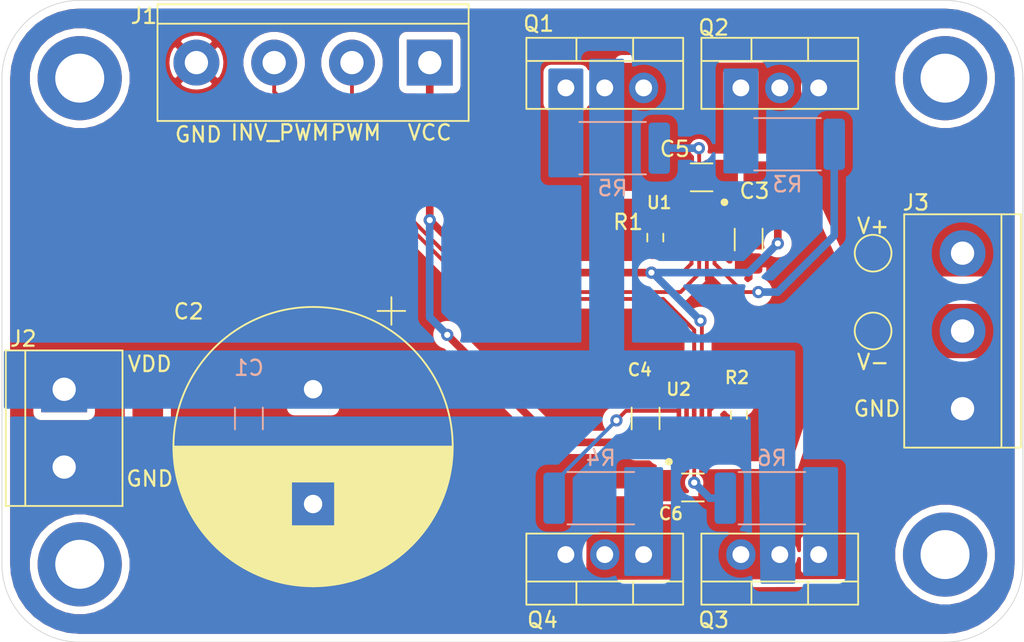
<source format=kicad_pcb>
(kicad_pcb (version 20171130) (host pcbnew 5.1.10)

  (general
    (thickness 1.6)
    (drawings 8)
    (tracks 78)
    (zones 0)
    (modules 28)
    (nets 25)
  )

  (page A4)
  (layers
    (0 F.Cu signal)
    (31 B.Cu signal)
    (32 B.Adhes user)
    (33 F.Adhes user)
    (34 B.Paste user)
    (35 F.Paste user)
    (36 B.SilkS user)
    (37 F.SilkS user)
    (38 B.Mask user)
    (39 F.Mask user)
    (40 Dwgs.User user hide)
    (41 Cmts.User user)
    (42 Eco1.User user)
    (43 Eco2.User user)
    (44 Edge.Cuts user)
    (45 Margin user)
    (46 B.CrtYd user)
    (47 F.CrtYd user)
    (48 B.Fab user)
    (49 F.Fab user hide)
  )

  (setup
    (last_trace_width 0.25)
    (user_trace_width 0.2)
    (user_trace_width 0.25)
    (user_trace_width 0.5)
    (trace_clearance 0.2)
    (zone_clearance 0.508)
    (zone_45_only no)
    (trace_min 0.2)
    (via_size 0.8)
    (via_drill 0.4)
    (via_min_size 0.4)
    (via_min_drill 0.3)
    (uvia_size 0.3)
    (uvia_drill 0.1)
    (uvias_allowed no)
    (uvia_min_size 0.2)
    (uvia_min_drill 0.1)
    (edge_width 0.05)
    (segment_width 0.2)
    (pcb_text_width 0.3)
    (pcb_text_size 1.5 1.5)
    (mod_edge_width 0.12)
    (mod_text_size 1 1)
    (mod_text_width 0.15)
    (pad_size 2 2)
    (pad_drill 0)
    (pad_to_mask_clearance 0)
    (aux_axis_origin 0 0)
    (grid_origin 147.828 54.61)
    (visible_elements FFFFFF7F)
    (pcbplotparams
      (layerselection 0x010fc_ffffffff)
      (usegerberextensions false)
      (usegerberattributes true)
      (usegerberadvancedattributes true)
      (creategerberjobfile true)
      (excludeedgelayer true)
      (linewidth 0.100000)
      (plotframeref false)
      (viasonmask false)
      (mode 1)
      (useauxorigin false)
      (hpglpennumber 1)
      (hpglpenspeed 20)
      (hpglpendiameter 15.000000)
      (psnegative false)
      (psa4output false)
      (plotreference true)
      (plotvalue true)
      (plotinvisibletext false)
      (padsonsilk false)
      (subtractmaskfromsilk false)
      (outputformat 1)
      (mirror false)
      (drillshape 1)
      (scaleselection 1)
      (outputdirectory ""))
  )

  (net 0 "")
  (net 1 GNDPWR)
  (net 2 VDD)
  (net 3 VCC)
  (net 4 GND)
  (net 5 "Net-(C5-Pad2)")
  (net 6 /H-Bridge/V_OUT+)
  (net 7 "Net-(C6-Pad2)")
  (net 8 /H-Bridge/V_OUT-)
  (net 9 "Net-(IC1-Pad11)")
  (net 10 "Net-(IC1-Pad10)")
  (net 11 /PWM)
  (net 12 /H-Bridge/V_DT1)
  (net 13 "Net-(IC1-Pad5)")
  (net 14 "Net-(IC1-Pad3)")
  (net 15 "Net-(IC2-Pad11)")
  (net 16 "Net-(IC2-Pad10)")
  (net 17 /INV_PWM)
  (net 18 /H-Bridge/V_DT2)
  (net 19 "Net-(IC2-Pad5)")
  (net 20 "Net-(IC2-Pad3)")
  (net 21 "Net-(Q1-Pad1)")
  (net 22 "Net-(Q2-Pad1)")
  (net 23 "Net-(Q3-Pad1)")
  (net 24 "Net-(Q4-Pad1)")

  (net_class Default "This is the default net class."
    (clearance 0.2)
    (trace_width 0.25)
    (via_dia 0.8)
    (via_drill 0.4)
    (uvia_dia 0.3)
    (uvia_drill 0.1)
    (add_net /H-Bridge/V_DT1)
    (add_net /H-Bridge/V_DT2)
    (add_net /H-Bridge/V_OUT+)
    (add_net /H-Bridge/V_OUT-)
    (add_net /INV_PWM)
    (add_net /PWM)
    (add_net GND)
    (add_net GNDPWR)
    (add_net "Net-(C5-Pad2)")
    (add_net "Net-(C6-Pad2)")
    (add_net "Net-(IC1-Pad10)")
    (add_net "Net-(IC1-Pad11)")
    (add_net "Net-(IC1-Pad3)")
    (add_net "Net-(IC1-Pad5)")
    (add_net "Net-(IC2-Pad10)")
    (add_net "Net-(IC2-Pad11)")
    (add_net "Net-(IC2-Pad3)")
    (add_net "Net-(IC2-Pad5)")
    (add_net "Net-(Q1-Pad1)")
    (add_net "Net-(Q2-Pad1)")
    (add_net "Net-(Q3-Pad1)")
    (add_net "Net-(Q4-Pad1)")
    (add_net VCC)
    (add_net VDD)
  )

  (module Resistor_SMD:R_0603_1608Metric_Pad0.98x0.95mm_HandSolder (layer F.Cu) (tedit 5F68FEEE) (tstamp 6113E94A)
    (at 149.733 57.5545 270)
    (descr "Resistor SMD 0603 (1608 Metric), square (rectangular) end terminal, IPC_7351 nominal with elongated pad for handsoldering. (Body size source: IPC-SM-782 page 72, https://www.pcb-3d.com/wordpress/wp-content/uploads/ipc-sm-782a_amendment_1_and_2.pdf), generated with kicad-footprint-generator")
    (tags "resistor handsolder")
    (path /611385BE/611E7474)
    (attr smd)
    (fp_text reference R2 (at -2.4365 0.127 180) (layer F.SilkS)
      (effects (font (size 0.8 0.8) (thickness 0.15)))
    )
    (fp_text value 20k (at 0 1.43 90) (layer F.Fab)
      (effects (font (size 1 1) (thickness 0.15)))
    )
    (fp_line (start -0.8 0.4125) (end -0.8 -0.4125) (layer F.Fab) (width 0.1))
    (fp_line (start -0.8 -0.4125) (end 0.8 -0.4125) (layer F.Fab) (width 0.1))
    (fp_line (start 0.8 -0.4125) (end 0.8 0.4125) (layer F.Fab) (width 0.1))
    (fp_line (start 0.8 0.4125) (end -0.8 0.4125) (layer F.Fab) (width 0.1))
    (fp_line (start -0.254724 -0.5225) (end 0.254724 -0.5225) (layer F.SilkS) (width 0.12))
    (fp_line (start -0.254724 0.5225) (end 0.254724 0.5225) (layer F.SilkS) (width 0.12))
    (fp_line (start -1.65 0.73) (end -1.65 -0.73) (layer F.CrtYd) (width 0.05))
    (fp_line (start -1.65 -0.73) (end 1.65 -0.73) (layer F.CrtYd) (width 0.05))
    (fp_line (start 1.65 -0.73) (end 1.65 0.73) (layer F.CrtYd) (width 0.05))
    (fp_line (start 1.65 0.73) (end -1.65 0.73) (layer F.CrtYd) (width 0.05))
    (fp_text user %R (at 0 0 90) (layer F.Fab)
      (effects (font (size 0.4 0.4) (thickness 0.06)))
    )
    (pad 2 smd roundrect (at 0.9125 0 270) (size 0.975 0.95) (layers F.Cu F.Paste F.Mask) (roundrect_rratio 0.25)
      (net 4 GND))
    (pad 1 smd roundrect (at -0.9125 0 270) (size 0.975 0.95) (layers F.Cu F.Paste F.Mask) (roundrect_rratio 0.25)
      (net 18 /H-Bridge/V_DT2))
    (model ${KISYS3DMOD}/Resistor_SMD.3dshapes/R_0603_1608Metric.wrl
      (at (xyz 0 0 0))
      (scale (xyz 1 1 1))
      (rotate (xyz 0 0 0))
    )
  )

  (module Resistor_SMD:R_2512_6332Metric_Pad1.40x3.35mm_HandSolder (layer B.Cu) (tedit 5F68FEEE) (tstamp 6113DF3D)
    (at 151.89 62.992 180)
    (descr "Resistor SMD 2512 (6332 Metric), square (rectangular) end terminal, IPC_7351 nominal with elongated pad for handsoldering. (Body size source: IPC-SM-782 page 72, https://www.pcb-3d.com/wordpress/wp-content/uploads/ipc-sm-782a_amendment_1_and_2.pdf), generated with kicad-footprint-generator")
    (tags "resistor handsolder")
    (path /611385BE/611FD5D6)
    (attr smd)
    (fp_text reference R6 (at 0 2.62) (layer B.SilkS)
      (effects (font (size 1 1) (thickness 0.15)) (justify mirror))
    )
    (fp_text value 10 (at 0 -2.62) (layer B.Fab)
      (effects (font (size 1 1) (thickness 0.15)) (justify mirror))
    )
    (fp_line (start -3.15 -1.6) (end -3.15 1.6) (layer B.Fab) (width 0.1))
    (fp_line (start -3.15 1.6) (end 3.15 1.6) (layer B.Fab) (width 0.1))
    (fp_line (start 3.15 1.6) (end 3.15 -1.6) (layer B.Fab) (width 0.1))
    (fp_line (start 3.15 -1.6) (end -3.15 -1.6) (layer B.Fab) (width 0.1))
    (fp_line (start -2.177064 1.71) (end 2.177064 1.71) (layer B.SilkS) (width 0.12))
    (fp_line (start -2.177064 -1.71) (end 2.177064 -1.71) (layer B.SilkS) (width 0.12))
    (fp_line (start -4 -1.92) (end -4 1.92) (layer B.CrtYd) (width 0.05))
    (fp_line (start -4 1.92) (end 4 1.92) (layer B.CrtYd) (width 0.05))
    (fp_line (start 4 1.92) (end 4 -1.92) (layer B.CrtYd) (width 0.05))
    (fp_line (start 4 -1.92) (end -4 -1.92) (layer B.CrtYd) (width 0.05))
    (fp_text user %R (at 0 0) (layer B.Fab)
      (effects (font (size 1 1) (thickness 0.15)) (justify mirror))
    )
    (pad 2 smd roundrect (at 3.05 0 180) (size 1.4 3.35) (layers B.Cu B.Paste B.Mask) (roundrect_rratio 0.178571)
      (net 20 "Net-(IC2-Pad3)"))
    (pad 1 smd roundrect (at -3.05 0 180) (size 1.4 3.35) (layers B.Cu B.Paste B.Mask) (roundrect_rratio 0.178571)
      (net 23 "Net-(Q3-Pad1)"))
    (model ${KISYS3DMOD}/Resistor_SMD.3dshapes/R_2512_6332Metric.wrl
      (at (xyz 0 0 0))
      (scale (xyz 1 1 1))
      (rotate (xyz 0 0 0))
    )
  )

  (module Package_TO_SOT_THT:TO-220-3_Vertical (layer F.Cu) (tedit 5AC8BA0D) (tstamp 6113BA88)
    (at 143.51 66.675 180)
    (descr "TO-220-3, Vertical, RM 2.54mm, see https://www.vishay.com/docs/66542/to-220-1.pdf")
    (tags "TO-220-3 Vertical RM 2.54mm")
    (path /611385BE/6117AEE1)
    (fp_text reference Q4 (at 6.604 -4.27) (layer F.SilkS)
      (effects (font (size 1 1) (thickness 0.15)))
    )
    (fp_text value PHP23NQ11T,127 (at 2.54 2.5) (layer F.Fab)
      (effects (font (size 1 1) (thickness 0.15)))
    )
    (fp_line (start -2.46 -3.15) (end -2.46 1.25) (layer F.Fab) (width 0.1))
    (fp_line (start -2.46 1.25) (end 7.54 1.25) (layer F.Fab) (width 0.1))
    (fp_line (start 7.54 1.25) (end 7.54 -3.15) (layer F.Fab) (width 0.1))
    (fp_line (start 7.54 -3.15) (end -2.46 -3.15) (layer F.Fab) (width 0.1))
    (fp_line (start -2.46 -1.88) (end 7.54 -1.88) (layer F.Fab) (width 0.1))
    (fp_line (start 0.69 -3.15) (end 0.69 -1.88) (layer F.Fab) (width 0.1))
    (fp_line (start 4.39 -3.15) (end 4.39 -1.88) (layer F.Fab) (width 0.1))
    (fp_line (start -2.58 -3.27) (end 7.66 -3.27) (layer F.SilkS) (width 0.12))
    (fp_line (start -2.58 1.371) (end 7.66 1.371) (layer F.SilkS) (width 0.12))
    (fp_line (start -2.58 -3.27) (end -2.58 1.371) (layer F.SilkS) (width 0.12))
    (fp_line (start 7.66 -3.27) (end 7.66 1.371) (layer F.SilkS) (width 0.12))
    (fp_line (start -2.58 -1.76) (end 7.66 -1.76) (layer F.SilkS) (width 0.12))
    (fp_line (start 0.69 -3.27) (end 0.69 -1.76) (layer F.SilkS) (width 0.12))
    (fp_line (start 4.391 -3.27) (end 4.391 -1.76) (layer F.SilkS) (width 0.12))
    (fp_line (start -2.71 -3.4) (end -2.71 1.51) (layer F.CrtYd) (width 0.05))
    (fp_line (start -2.71 1.51) (end 7.79 1.51) (layer F.CrtYd) (width 0.05))
    (fp_line (start 7.79 1.51) (end 7.79 -3.4) (layer F.CrtYd) (width 0.05))
    (fp_line (start 7.79 -3.4) (end -2.71 -3.4) (layer F.CrtYd) (width 0.05))
    (fp_text user %R (at 2.54 -4.27) (layer F.Fab)
      (effects (font (size 1 1) (thickness 0.15)))
    )
    (pad 3 thru_hole oval (at 5.08 0 180) (size 1.905 2) (drill 1.1) (layers *.Cu *.Mask)
      (net 1 GNDPWR))
    (pad 2 thru_hole oval (at 2.54 0 180) (size 1.905 2) (drill 1.1) (layers *.Cu *.Mask)
      (net 8 /H-Bridge/V_OUT-))
    (pad 1 thru_hole rect (at 0 0 180) (size 1.905 2) (drill 1.1) (layers *.Cu *.Mask)
      (net 24 "Net-(Q4-Pad1)"))
    (model ${KISYS3DMOD}/Package_TO_SOT_THT.3dshapes/TO-220-3_Vertical.wrl
      (at (xyz 0 0 0))
      (scale (xyz 1 1 1))
      (rotate (xyz 0 0 0))
    )
  )

  (module NetTie:NetTie-2_SMD_Pad2.0mm (layer F.Cu) (tedit 61134750) (tstamp 6113364A)
    (at 111.125 57.88 270)
    (descr "Net tie, 2 pin, 2.0mm square SMD pads")
    (tags "net tie")
    (path /6113D2EC)
    (attr virtual)
    (fp_text reference NT1 (at 0 -2 90) (layer F.Fab)
      (effects (font (size 1 1) (thickness 0.15)))
    )
    (fp_text value Net-Tie_2 (at 0 2 90) (layer F.Fab)
      (effects (font (size 1 1) (thickness 0.15)))
    )
    (fp_poly (pts (xy -2 -1) (xy 2 -1) (xy 2 1) (xy -2 1)) (layer F.Cu) (width 0))
    (fp_line (start -3.25 1.25) (end -3.25 -1.25) (layer F.CrtYd) (width 0.05))
    (fp_line (start 3.25 1.25) (end -3.25 1.25) (layer F.CrtYd) (width 0.05))
    (fp_line (start 3.25 -1.25) (end 3.25 1.25) (layer F.CrtYd) (width 0.05))
    (fp_line (start -3.25 -1.25) (end 3.25 -1.25) (layer F.CrtYd) (width 0.05))
    (pad 2 smd circle (at 2 0 270) (size 2 2) (layers F.Cu)
      (net 1 GNDPWR))
    (pad 1 smd circle (at -2 0 270) (size 2 2) (layers F.Cu)
      (net 4 GND) (zone_connect 2))
  )

  (module TerminalBlock:TerminalBlock_bornier-2_P5.08mm (layer F.Cu) (tedit 59FF03AB) (tstamp 6113D1B0)
    (at 105.664 55.88 270)
    (descr "simple 2-pin terminal block, pitch 5.08mm, revamped version of bornier2")
    (tags "terminal block bornier2")
    (path /611A6E70)
    (fp_text reference J2 (at -3.302 2.667 180) (layer F.SilkS)
      (effects (font (size 1 1) (thickness 0.15)))
    )
    (fp_text value Conn_01x02 (at 2.54 5.08 90) (layer F.Fab)
      (effects (font (size 1 1) (thickness 0.15)))
    )
    (fp_line (start -2.41 2.55) (end 7.49 2.55) (layer F.Fab) (width 0.1))
    (fp_line (start -2.46 -3.75) (end -2.46 3.75) (layer F.Fab) (width 0.1))
    (fp_line (start -2.46 3.75) (end 7.54 3.75) (layer F.Fab) (width 0.1))
    (fp_line (start 7.54 3.75) (end 7.54 -3.75) (layer F.Fab) (width 0.1))
    (fp_line (start 7.54 -3.75) (end -2.46 -3.75) (layer F.Fab) (width 0.1))
    (fp_line (start 7.62 2.54) (end -2.54 2.54) (layer F.SilkS) (width 0.12))
    (fp_line (start 7.62 3.81) (end 7.62 -3.81) (layer F.SilkS) (width 0.12))
    (fp_line (start 7.62 -3.81) (end -2.54 -3.81) (layer F.SilkS) (width 0.12))
    (fp_line (start -2.54 -3.81) (end -2.54 3.81) (layer F.SilkS) (width 0.12))
    (fp_line (start -2.54 3.81) (end 7.62 3.81) (layer F.SilkS) (width 0.12))
    (fp_line (start -2.71 -4) (end 7.79 -4) (layer F.CrtYd) (width 0.05))
    (fp_line (start -2.71 -4) (end -2.71 4) (layer F.CrtYd) (width 0.05))
    (fp_line (start 7.79 4) (end 7.79 -4) (layer F.CrtYd) (width 0.05))
    (fp_line (start 7.79 4) (end -2.71 4) (layer F.CrtYd) (width 0.05))
    (fp_text user %R (at 2.54 0 90) (layer F.Fab)
      (effects (font (size 1 1) (thickness 0.15)))
    )
    (fp_text user GND (at 5.842 -5.588) (layer F.SilkS)
      (effects (font (size 1 1) (thickness 0.15)))
    )
    (fp_text user VDD (at -1.651 -5.588) (layer F.SilkS)
      (effects (font (size 1 1) (thickness 0.15)))
    )
    (pad 2 thru_hole circle (at 5.08 0 270) (size 3 3) (drill 1.52) (layers *.Cu *.Mask)
      (net 1 GNDPWR))
    (pad 1 thru_hole rect (at 0 0 270) (size 3 3) (drill 1.52) (layers *.Cu *.Mask)
      (net 2 VDD))
    (model ${KISYS3DMOD}/TerminalBlock.3dshapes/TerminalBlock_bornier-2_P5.08mm.wrl
      (offset (xyz 2.539999961853027 0 0))
      (scale (xyz 1 1 1))
      (rotate (xyz 0 0 0))
    )
  )

  (module TerminalBlock:TerminalBlock_bornier-3_P5.08mm (layer F.Cu) (tedit 59FF03B9) (tstamp 611347B8)
    (at 164.338 57.15 90)
    (descr "simple 3-pin terminal block, pitch 5.08mm, revamped version of bornier3")
    (tags "terminal block bornier3")
    (path /611890D9)
    (fp_text reference J3 (at 13.462 -3.048 180) (layer F.SilkS)
      (effects (font (size 1 1) (thickness 0.15)))
    )
    (fp_text value Conn_01x03 (at 5.08 5.08 90) (layer F.Fab)
      (effects (font (size 1 1) (thickness 0.15)))
    )
    (fp_line (start -2.47 2.55) (end 12.63 2.55) (layer F.Fab) (width 0.1))
    (fp_line (start -2.47 -3.75) (end 12.63 -3.75) (layer F.Fab) (width 0.1))
    (fp_line (start 12.63 -3.75) (end 12.63 3.75) (layer F.Fab) (width 0.1))
    (fp_line (start 12.63 3.75) (end -2.47 3.75) (layer F.Fab) (width 0.1))
    (fp_line (start -2.47 3.75) (end -2.47 -3.75) (layer F.Fab) (width 0.1))
    (fp_line (start -2.54 3.81) (end -2.54 -3.81) (layer F.SilkS) (width 0.12))
    (fp_line (start 12.7 3.81) (end 12.7 -3.81) (layer F.SilkS) (width 0.12))
    (fp_line (start -2.54 2.54) (end 12.7 2.54) (layer F.SilkS) (width 0.12))
    (fp_line (start -2.54 -3.81) (end 12.7 -3.81) (layer F.SilkS) (width 0.12))
    (fp_line (start -2.54 3.81) (end 12.7 3.81) (layer F.SilkS) (width 0.12))
    (fp_line (start -2.72 -4) (end 12.88 -4) (layer F.CrtYd) (width 0.05))
    (fp_line (start -2.72 -4) (end -2.72 4) (layer F.CrtYd) (width 0.05))
    (fp_line (start 12.88 4) (end 12.88 -4) (layer F.CrtYd) (width 0.05))
    (fp_line (start 12.88 4) (end -2.72 4) (layer F.CrtYd) (width 0.05))
    (fp_text user %R (at 5.08 0 90) (layer F.Fab)
      (effects (font (size 1 1) (thickness 0.15)))
    )
    (fp_text user GND (at 0 -5.588 180) (layer F.SilkS)
      (effects (font (size 1 1) (thickness 0.15)))
    )
    (pad 3 thru_hole circle (at 10.16 0 90) (size 3 3) (drill 1.52) (layers *.Cu *.Mask)
      (net 6 /H-Bridge/V_OUT+))
    (pad 2 thru_hole circle (at 5.08 0 90) (size 3 3) (drill 1.52) (layers *.Cu *.Mask)
      (net 8 /H-Bridge/V_OUT-))
    (pad 1 thru_hole rect (at 0 0 90) (size 3 3) (drill 1.52) (layers *.Cu *.Mask)
      (net 1 GNDPWR))
    (model ${KISYS3DMOD}/TerminalBlock.3dshapes/TerminalBlock_bornier-3_P5.08mm.wrl
      (offset (xyz 5.079999923706055 0 0))
      (scale (xyz 1 1 1))
      (rotate (xyz 0 0 0))
    )
  )

  (module TestPoint:TestPoint_Pad_D2.0mm (layer F.Cu) (tedit 5A0F774F) (tstamp 6114A077)
    (at 158.496 52.07)
    (descr "SMD pad as test Point, diameter 2.0mm")
    (tags "test point SMD pad")
    (path /61138D37)
    (attr virtual)
    (fp_text reference TPe (at 0 -1.998) (layer F.Fab)
      (effects (font (size 1 1) (thickness 0.15)))
    )
    (fp_text value TestPoint (at 0 2.05) (layer F.Fab)
      (effects (font (size 1 1) (thickness 0.15)))
    )
    (fp_circle (center 0 0) (end 1.5 0) (layer F.CrtYd) (width 0.05))
    (fp_circle (center 0 0) (end 0 1.2) (layer F.SilkS) (width 0.12))
    (fp_text user %R (at 0 -2) (layer F.Fab)
      (effects (font (size 1 1) (thickness 0.15)))
    )
    (fp_text user V- (at 0 2.032) (layer F.SilkS)
      (effects (font (size 1 1) (thickness 0.15)))
    )
    (pad 1 smd circle (at 0 0) (size 2 2) (layers F.Cu F.Mask)
      (net 8 /H-Bridge/V_OUT-))
  )

  (module TestPoint:TestPoint_Pad_D2.0mm (layer F.Cu) (tedit 5A0F774F) (tstamp 61133720)
    (at 158.496 46.99)
    (descr "SMD pad as test Point, diameter 2.0mm")
    (tags "test point SMD pad")
    (path /611388D2)
    (attr virtual)
    (fp_text reference TP1 (at 0 -1.998) (layer F.Fab)
      (effects (font (size 1 1) (thickness 0.15)))
    )
    (fp_text value TestPoint (at 0 2.05) (layer F.Fab)
      (effects (font (size 1 1) (thickness 0.15)))
    )
    (fp_circle (center 0 0) (end 1.5 0) (layer F.CrtYd) (width 0.05))
    (fp_circle (center 0 0) (end 0 1.2) (layer F.SilkS) (width 0.12))
    (fp_text user %R (at 0 -2) (layer F.Fab)
      (effects (font (size 1 1) (thickness 0.15)))
    )
    (fp_text user V+ (at 0 -1.778) (layer F.SilkS)
      (effects (font (size 1 1) (thickness 0.15)))
    )
    (pad 1 smd circle (at 0 0) (size 2 2) (layers F.Cu F.Mask)
      (net 6 /H-Bridge/V_OUT+))
  )

  (module Resistor_SMD:R_2512_6332Metric_Pad1.40x3.35mm_HandSolder (layer B.Cu) (tedit 5F68FEEE) (tstamp 61133707)
    (at 141.48 40.132)
    (descr "Resistor SMD 2512 (6332 Metric), square (rectangular) end terminal, IPC_7351 nominal with elongated pad for handsoldering. (Body size source: IPC-SM-782 page 72, https://www.pcb-3d.com/wordpress/wp-content/uploads/ipc-sm-782a_amendment_1_and_2.pdf), generated with kicad-footprint-generator")
    (tags "resistor handsolder")
    (path /611385BE/60FF9291)
    (attr smd)
    (fp_text reference R5 (at 0 2.62) (layer B.SilkS)
      (effects (font (size 1 1) (thickness 0.15)) (justify mirror))
    )
    (fp_text value 10 (at 0 -2.62) (layer B.Fab)
      (effects (font (size 1 1) (thickness 0.15)) (justify mirror))
    )
    (fp_line (start 4 -1.92) (end -4 -1.92) (layer B.CrtYd) (width 0.05))
    (fp_line (start 4 1.92) (end 4 -1.92) (layer B.CrtYd) (width 0.05))
    (fp_line (start -4 1.92) (end 4 1.92) (layer B.CrtYd) (width 0.05))
    (fp_line (start -4 -1.92) (end -4 1.92) (layer B.CrtYd) (width 0.05))
    (fp_line (start -2.177064 -1.71) (end 2.177064 -1.71) (layer B.SilkS) (width 0.12))
    (fp_line (start -2.177064 1.71) (end 2.177064 1.71) (layer B.SilkS) (width 0.12))
    (fp_line (start 3.15 -1.6) (end -3.15 -1.6) (layer B.Fab) (width 0.1))
    (fp_line (start 3.15 1.6) (end 3.15 -1.6) (layer B.Fab) (width 0.1))
    (fp_line (start -3.15 1.6) (end 3.15 1.6) (layer B.Fab) (width 0.1))
    (fp_line (start -3.15 -1.6) (end -3.15 1.6) (layer B.Fab) (width 0.1))
    (fp_text user %R (at 0 0) (layer B.Fab)
      (effects (font (size 1 1) (thickness 0.15)) (justify mirror))
    )
    (pad 1 smd roundrect (at -3.05 0) (size 1.4 3.35) (layers B.Cu B.Paste B.Mask) (roundrect_rratio 0.178571)
      (net 21 "Net-(Q1-Pad1)"))
    (pad 2 smd roundrect (at 3.05 0) (size 1.4 3.35) (layers B.Cu B.Paste B.Mask) (roundrect_rratio 0.178571)
      (net 14 "Net-(IC1-Pad3)"))
    (model ${KISYS3DMOD}/Resistor_SMD.3dshapes/R_2512_6332Metric.wrl
      (at (xyz 0 0 0))
      (scale (xyz 1 1 1))
      (rotate (xyz 0 0 0))
    )
  )

  (module Resistor_SMD:R_2512_6332Metric_Pad1.40x3.35mm_HandSolder (layer B.Cu) (tedit 5F68FEEE) (tstamp 61139A46)
    (at 140.714 62.992 180)
    (descr "Resistor SMD 2512 (6332 Metric), square (rectangular) end terminal, IPC_7351 nominal with elongated pad for handsoldering. (Body size source: IPC-SM-782 page 72, https://www.pcb-3d.com/wordpress/wp-content/uploads/ipc-sm-782a_amendment_1_and_2.pdf), generated with kicad-footprint-generator")
    (tags "resistor handsolder")
    (path /611385BE/611FEF9C)
    (attr smd)
    (fp_text reference R4 (at 0 2.62 180) (layer B.SilkS)
      (effects (font (size 1 1) (thickness 0.15)) (justify mirror))
    )
    (fp_text value 10 (at 0 -2.62 180) (layer B.Fab)
      (effects (font (size 1 1) (thickness 0.15)) (justify mirror))
    )
    (fp_line (start -3.15 -1.6) (end -3.15 1.6) (layer B.Fab) (width 0.1))
    (fp_line (start -3.15 1.6) (end 3.15 1.6) (layer B.Fab) (width 0.1))
    (fp_line (start 3.15 1.6) (end 3.15 -1.6) (layer B.Fab) (width 0.1))
    (fp_line (start 3.15 -1.6) (end -3.15 -1.6) (layer B.Fab) (width 0.1))
    (fp_line (start -2.177064 1.71) (end 2.177064 1.71) (layer B.SilkS) (width 0.12))
    (fp_line (start -2.177064 -1.71) (end 2.177064 -1.71) (layer B.SilkS) (width 0.12))
    (fp_line (start -4 -1.92) (end -4 1.92) (layer B.CrtYd) (width 0.05))
    (fp_line (start -4 1.92) (end 4 1.92) (layer B.CrtYd) (width 0.05))
    (fp_line (start 4 1.92) (end 4 -1.92) (layer B.CrtYd) (width 0.05))
    (fp_line (start 4 -1.92) (end -4 -1.92) (layer B.CrtYd) (width 0.05))
    (fp_text user %R (at 0 0 180) (layer B.Fab)
      (effects (font (size 1 1) (thickness 0.15)) (justify mirror))
    )
    (pad 2 smd roundrect (at 3.05 0 180) (size 1.4 3.35) (layers B.Cu B.Paste B.Mask) (roundrect_rratio 0.178571)
      (net 16 "Net-(IC2-Pad10)"))
    (pad 1 smd roundrect (at -3.05 0 180) (size 1.4 3.35) (layers B.Cu B.Paste B.Mask) (roundrect_rratio 0.178571)
      (net 24 "Net-(Q4-Pad1)"))
    (model ${KISYS3DMOD}/Resistor_SMD.3dshapes/R_2512_6332Metric.wrl
      (at (xyz 0 0 0))
      (scale (xyz 1 1 1))
      (rotate (xyz 0 0 0))
    )
  )

  (module Resistor_SMD:R_2512_6332Metric_Pad1.40x3.35mm_HandSolder (layer B.Cu) (tedit 5F68FEEE) (tstamp 611336E5)
    (at 152.908 39.878)
    (descr "Resistor SMD 2512 (6332 Metric), square (rectangular) end terminal, IPC_7351 nominal with elongated pad for handsoldering. (Body size source: IPC-SM-782 page 72, https://www.pcb-3d.com/wordpress/wp-content/uploads/ipc-sm-782a_amendment_1_and_2.pdf), generated with kicad-footprint-generator")
    (tags "resistor handsolder")
    (path /611385BE/611FBE88)
    (attr smd)
    (fp_text reference R3 (at 0 2.62) (layer B.SilkS)
      (effects (font (size 1 1) (thickness 0.15)) (justify mirror))
    )
    (fp_text value 10 (at 0 -2.62) (layer B.Fab)
      (effects (font (size 1 1) (thickness 0.15)) (justify mirror))
    )
    (fp_line (start -3.15 -1.6) (end -3.15 1.6) (layer B.Fab) (width 0.1))
    (fp_line (start -3.15 1.6) (end 3.15 1.6) (layer B.Fab) (width 0.1))
    (fp_line (start 3.15 1.6) (end 3.15 -1.6) (layer B.Fab) (width 0.1))
    (fp_line (start 3.15 -1.6) (end -3.15 -1.6) (layer B.Fab) (width 0.1))
    (fp_line (start -2.177064 1.71) (end 2.177064 1.71) (layer B.SilkS) (width 0.12))
    (fp_line (start -2.177064 -1.71) (end 2.177064 -1.71) (layer B.SilkS) (width 0.12))
    (fp_line (start -4 -1.92) (end -4 1.92) (layer B.CrtYd) (width 0.05))
    (fp_line (start -4 1.92) (end 4 1.92) (layer B.CrtYd) (width 0.05))
    (fp_line (start 4 1.92) (end 4 -1.92) (layer B.CrtYd) (width 0.05))
    (fp_line (start 4 -1.92) (end -4 -1.92) (layer B.CrtYd) (width 0.05))
    (fp_text user %R (at 0 0) (layer B.Fab)
      (effects (font (size 1 1) (thickness 0.15)) (justify mirror))
    )
    (pad 2 smd roundrect (at 3.05 0) (size 1.4 3.35) (layers B.Cu B.Paste B.Mask) (roundrect_rratio 0.178571)
      (net 10 "Net-(IC1-Pad10)"))
    (pad 1 smd roundrect (at -3.05 0) (size 1.4 3.35) (layers B.Cu B.Paste B.Mask) (roundrect_rratio 0.178571)
      (net 22 "Net-(Q2-Pad1)"))
    (model ${KISYS3DMOD}/Resistor_SMD.3dshapes/R_2512_6332Metric.wrl
      (at (xyz 0 0 0))
      (scale (xyz 1 1 1))
      (rotate (xyz 0 0 0))
    )
  )

  (module Resistor_SMD:R_0603_1608Metric_Pad0.98x0.95mm_HandSolder (layer F.Cu) (tedit 5F68FEEE) (tstamp 6113A225)
    (at 144.272 45.974 90)
    (descr "Resistor SMD 0603 (1608 Metric), square (rectangular) end terminal, IPC_7351 nominal with elongated pad for handsoldering. (Body size source: IPC-SM-782 page 72, https://www.pcb-3d.com/wordpress/wp-content/uploads/ipc-sm-782a_amendment_1_and_2.pdf), generated with kicad-footprint-generator")
    (tags "resistor handsolder")
    (path /611385BE/610D593B)
    (attr smd)
    (fp_text reference R1 (at 1.016 -1.778 180) (layer F.SilkS)
      (effects (font (size 1 1) (thickness 0.15)))
    )
    (fp_text value 20k (at 0 1.43 90) (layer F.Fab)
      (effects (font (size 1 1) (thickness 0.15)))
    )
    (fp_line (start -0.8 0.4125) (end -0.8 -0.4125) (layer F.Fab) (width 0.1))
    (fp_line (start -0.8 -0.4125) (end 0.8 -0.4125) (layer F.Fab) (width 0.1))
    (fp_line (start 0.8 -0.4125) (end 0.8 0.4125) (layer F.Fab) (width 0.1))
    (fp_line (start 0.8 0.4125) (end -0.8 0.4125) (layer F.Fab) (width 0.1))
    (fp_line (start -0.254724 -0.5225) (end 0.254724 -0.5225) (layer F.SilkS) (width 0.12))
    (fp_line (start -0.254724 0.5225) (end 0.254724 0.5225) (layer F.SilkS) (width 0.12))
    (fp_line (start -1.65 0.73) (end -1.65 -0.73) (layer F.CrtYd) (width 0.05))
    (fp_line (start -1.65 -0.73) (end 1.65 -0.73) (layer F.CrtYd) (width 0.05))
    (fp_line (start 1.65 -0.73) (end 1.65 0.73) (layer F.CrtYd) (width 0.05))
    (fp_line (start 1.65 0.73) (end -1.65 0.73) (layer F.CrtYd) (width 0.05))
    (fp_text user %R (at 0 0 90) (layer F.Fab)
      (effects (font (size 0.4 0.4) (thickness 0.06)))
    )
    (pad 2 smd roundrect (at 0.9125 0 90) (size 0.975 0.95) (layers F.Cu F.Paste F.Mask) (roundrect_rratio 0.25)
      (net 4 GND))
    (pad 1 smd roundrect (at -0.9125 0 90) (size 0.975 0.95) (layers F.Cu F.Paste F.Mask) (roundrect_rratio 0.25)
      (net 12 /H-Bridge/V_DT1))
    (model ${KISYS3DMOD}/Resistor_SMD.3dshapes/R_0603_1608Metric.wrl
      (at (xyz 0 0 0))
      (scale (xyz 1 1 1))
      (rotate (xyz 0 0 0))
    )
  )

  (module Package_TO_SOT_THT:TO-220-3_Vertical (layer F.Cu) (tedit 5AC8BA0D) (tstamp 6113EA5A)
    (at 154.94 66.675 180)
    (descr "TO-220-3, Vertical, RM 2.54mm, see https://www.vishay.com/docs/66542/to-220-1.pdf")
    (tags "TO-220-3 Vertical RM 2.54mm")
    (path /611385BE/6117AEDB)
    (fp_text reference Q3 (at 6.858 -4.27) (layer F.SilkS)
      (effects (font (size 1 1) (thickness 0.15)))
    )
    (fp_text value PHP23NQ11T,127 (at 2.54 2.5) (layer F.Fab)
      (effects (font (size 1 1) (thickness 0.15)))
    )
    (fp_line (start -2.46 -3.15) (end -2.46 1.25) (layer F.Fab) (width 0.1))
    (fp_line (start -2.46 1.25) (end 7.54 1.25) (layer F.Fab) (width 0.1))
    (fp_line (start 7.54 1.25) (end 7.54 -3.15) (layer F.Fab) (width 0.1))
    (fp_line (start 7.54 -3.15) (end -2.46 -3.15) (layer F.Fab) (width 0.1))
    (fp_line (start -2.46 -1.88) (end 7.54 -1.88) (layer F.Fab) (width 0.1))
    (fp_line (start 0.69 -3.15) (end 0.69 -1.88) (layer F.Fab) (width 0.1))
    (fp_line (start 4.39 -3.15) (end 4.39 -1.88) (layer F.Fab) (width 0.1))
    (fp_line (start -2.58 -3.27) (end 7.66 -3.27) (layer F.SilkS) (width 0.12))
    (fp_line (start -2.58 1.371) (end 7.66 1.371) (layer F.SilkS) (width 0.12))
    (fp_line (start -2.58 -3.27) (end -2.58 1.371) (layer F.SilkS) (width 0.12))
    (fp_line (start 7.66 -3.27) (end 7.66 1.371) (layer F.SilkS) (width 0.12))
    (fp_line (start -2.58 -1.76) (end 7.66 -1.76) (layer F.SilkS) (width 0.12))
    (fp_line (start 0.69 -3.27) (end 0.69 -1.76) (layer F.SilkS) (width 0.12))
    (fp_line (start 4.391 -3.27) (end 4.391 -1.76) (layer F.SilkS) (width 0.12))
    (fp_line (start -2.71 -3.4) (end -2.71 1.51) (layer F.CrtYd) (width 0.05))
    (fp_line (start -2.71 1.51) (end 7.79 1.51) (layer F.CrtYd) (width 0.05))
    (fp_line (start 7.79 1.51) (end 7.79 -3.4) (layer F.CrtYd) (width 0.05))
    (fp_line (start 7.79 -3.4) (end -2.71 -3.4) (layer F.CrtYd) (width 0.05))
    (fp_text user %R (at 2.54 -4.27) (layer F.Fab)
      (effects (font (size 1 1) (thickness 0.15)))
    )
    (pad 3 thru_hole oval (at 5.08 0 180) (size 1.905 2) (drill 1.1) (layers *.Cu *.Mask)
      (net 8 /H-Bridge/V_OUT-))
    (pad 2 thru_hole oval (at 2.54 0 180) (size 1.905 2) (drill 1.1) (layers *.Cu *.Mask)
      (net 2 VDD))
    (pad 1 thru_hole rect (at 0 0 180) (size 1.905 2) (drill 1.1) (layers *.Cu *.Mask)
      (net 23 "Net-(Q3-Pad1)"))
    (model ${KISYS3DMOD}/Package_TO_SOT_THT.3dshapes/TO-220-3_Vertical.wrl
      (at (xyz 0 0 0))
      (scale (xyz 1 1 1))
      (rotate (xyz 0 0 0))
    )
  )

  (module Package_TO_SOT_THT:TO-220-3_Vertical (layer F.Cu) (tedit 5AC8BA0D) (tstamp 6113619D)
    (at 149.86 36.195)
    (descr "TO-220-3, Vertical, RM 2.54mm, see https://www.vishay.com/docs/66542/to-220-1.pdf")
    (tags "TO-220-3 Vertical RM 2.54mm")
    (path /611385BE/60FF82AB)
    (fp_text reference Q2 (at -1.778 -3.937) (layer F.SilkS)
      (effects (font (size 1 1) (thickness 0.15)))
    )
    (fp_text value PHP23NQ11T,127 (at 2.54 2.5) (layer F.Fab)
      (effects (font (size 1 1) (thickness 0.15)))
    )
    (fp_line (start -2.46 -3.15) (end -2.46 1.25) (layer F.Fab) (width 0.1))
    (fp_line (start -2.46 1.25) (end 7.54 1.25) (layer F.Fab) (width 0.1))
    (fp_line (start 7.54 1.25) (end 7.54 -3.15) (layer F.Fab) (width 0.1))
    (fp_line (start 7.54 -3.15) (end -2.46 -3.15) (layer F.Fab) (width 0.1))
    (fp_line (start -2.46 -1.88) (end 7.54 -1.88) (layer F.Fab) (width 0.1))
    (fp_line (start 0.69 -3.15) (end 0.69 -1.88) (layer F.Fab) (width 0.1))
    (fp_line (start 4.39 -3.15) (end 4.39 -1.88) (layer F.Fab) (width 0.1))
    (fp_line (start -2.58 -3.27) (end 7.66 -3.27) (layer F.SilkS) (width 0.12))
    (fp_line (start -2.58 1.371) (end 7.66 1.371) (layer F.SilkS) (width 0.12))
    (fp_line (start -2.58 -3.27) (end -2.58 1.371) (layer F.SilkS) (width 0.12))
    (fp_line (start 7.66 -3.27) (end 7.66 1.371) (layer F.SilkS) (width 0.12))
    (fp_line (start -2.58 -1.76) (end 7.66 -1.76) (layer F.SilkS) (width 0.12))
    (fp_line (start 0.69 -3.27) (end 0.69 -1.76) (layer F.SilkS) (width 0.12))
    (fp_line (start 4.391 -3.27) (end 4.391 -1.76) (layer F.SilkS) (width 0.12))
    (fp_line (start -2.71 -3.4) (end -2.71 1.51) (layer F.CrtYd) (width 0.05))
    (fp_line (start -2.71 1.51) (end 7.79 1.51) (layer F.CrtYd) (width 0.05))
    (fp_line (start 7.79 1.51) (end 7.79 -3.4) (layer F.CrtYd) (width 0.05))
    (fp_line (start 7.79 -3.4) (end -2.71 -3.4) (layer F.CrtYd) (width 0.05))
    (fp_text user %R (at 2.54 -4.27) (layer F.Fab)
      (effects (font (size 1 1) (thickness 0.15)))
    )
    (pad 3 thru_hole oval (at 5.08 0) (size 1.905 2) (drill 1.1) (layers *.Cu *.Mask)
      (net 1 GNDPWR))
    (pad 2 thru_hole oval (at 2.54 0) (size 1.905 2) (drill 1.1) (layers *.Cu *.Mask)
      (net 6 /H-Bridge/V_OUT+))
    (pad 1 thru_hole rect (at 0 0) (size 1.905 2) (drill 1.1) (layers *.Cu *.Mask)
      (net 22 "Net-(Q2-Pad1)"))
    (model ${KISYS3DMOD}/Package_TO_SOT_THT.3dshapes/TO-220-3_Vertical.wrl
      (at (xyz 0 0 0))
      (scale (xyz 1 1 1))
      (rotate (xyz 0 0 0))
    )
  )

  (module Package_TO_SOT_THT:TO-220-3_Vertical (layer F.Cu) (tedit 5AC8BA0D) (tstamp 61133664)
    (at 138.43 36.195)
    (descr "TO-220-3, Vertical, RM 2.54mm, see https://www.vishay.com/docs/66542/to-220-1.pdf")
    (tags "TO-220-3 Vertical RM 2.54mm")
    (path /611385BE/60FF6DDC)
    (fp_text reference Q1 (at -1.778 -4.191) (layer F.SilkS)
      (effects (font (size 1 1) (thickness 0.15)))
    )
    (fp_text value PHP23NQ11T,127 (at 2.54 2.5) (layer F.Fab)
      (effects (font (size 1 1) (thickness 0.15)))
    )
    (fp_line (start -2.46 -3.15) (end -2.46 1.25) (layer F.Fab) (width 0.1))
    (fp_line (start -2.46 1.25) (end 7.54 1.25) (layer F.Fab) (width 0.1))
    (fp_line (start 7.54 1.25) (end 7.54 -3.15) (layer F.Fab) (width 0.1))
    (fp_line (start 7.54 -3.15) (end -2.46 -3.15) (layer F.Fab) (width 0.1))
    (fp_line (start -2.46 -1.88) (end 7.54 -1.88) (layer F.Fab) (width 0.1))
    (fp_line (start 0.69 -3.15) (end 0.69 -1.88) (layer F.Fab) (width 0.1))
    (fp_line (start 4.39 -3.15) (end 4.39 -1.88) (layer F.Fab) (width 0.1))
    (fp_line (start -2.58 -3.27) (end 7.66 -3.27) (layer F.SilkS) (width 0.12))
    (fp_line (start -2.58 1.371) (end 7.66 1.371) (layer F.SilkS) (width 0.12))
    (fp_line (start -2.58 -3.27) (end -2.58 1.371) (layer F.SilkS) (width 0.12))
    (fp_line (start 7.66 -3.27) (end 7.66 1.371) (layer F.SilkS) (width 0.12))
    (fp_line (start -2.58 -1.76) (end 7.66 -1.76) (layer F.SilkS) (width 0.12))
    (fp_line (start 0.69 -3.27) (end 0.69 -1.76) (layer F.SilkS) (width 0.12))
    (fp_line (start 4.391 -3.27) (end 4.391 -1.76) (layer F.SilkS) (width 0.12))
    (fp_line (start -2.71 -3.4) (end -2.71 1.51) (layer F.CrtYd) (width 0.05))
    (fp_line (start -2.71 1.51) (end 7.79 1.51) (layer F.CrtYd) (width 0.05))
    (fp_line (start 7.79 1.51) (end 7.79 -3.4) (layer F.CrtYd) (width 0.05))
    (fp_line (start 7.79 -3.4) (end -2.71 -3.4) (layer F.CrtYd) (width 0.05))
    (fp_text user %R (at 2.54 -4.27) (layer F.Fab)
      (effects (font (size 1 1) (thickness 0.15)))
    )
    (pad 3 thru_hole oval (at 5.08 0) (size 1.905 2) (drill 1.1) (layers *.Cu *.Mask)
      (net 6 /H-Bridge/V_OUT+))
    (pad 2 thru_hole oval (at 2.54 0) (size 1.905 2) (drill 1.1) (layers *.Cu *.Mask)
      (net 2 VDD))
    (pad 1 thru_hole rect (at 0 0) (size 1.905 2) (drill 1.1) (layers *.Cu *.Mask)
      (net 21 "Net-(Q1-Pad1)"))
    (model ${KISYS3DMOD}/Package_TO_SOT_THT.3dshapes/TO-220-3_Vertical.wrl
      (at (xyz 0 0 0))
      (scale (xyz 1 1 1))
      (rotate (xyz 0 0 0))
    )
  )

  (module TerminalBlock:TerminalBlock_bornier-4_P5.08mm (layer F.Cu) (tedit 59FF03D1) (tstamp 6113D5B5)
    (at 129.54 34.544 180)
    (descr "simple 4-pin terminal block, pitch 5.08mm, revamped version of bornier4")
    (tags "terminal block bornier4")
    (path /6116FF8E)
    (fp_text reference J1 (at 18.669 3.048) (layer F.SilkS)
      (effects (font (size 1 1) (thickness 0.15)))
    )
    (fp_text value Conn_01x04 (at 7.6 4.75) (layer F.Fab)
      (effects (font (size 1 1) (thickness 0.15)))
    )
    (fp_line (start -2.48 2.55) (end 17.72 2.55) (layer F.Fab) (width 0.1))
    (fp_line (start -2.43 3.75) (end -2.48 3.75) (layer F.Fab) (width 0.1))
    (fp_line (start -2.48 3.75) (end -2.48 -3.75) (layer F.Fab) (width 0.1))
    (fp_line (start -2.48 -3.75) (end 17.72 -3.75) (layer F.Fab) (width 0.1))
    (fp_line (start 17.72 -3.75) (end 17.72 3.75) (layer F.Fab) (width 0.1))
    (fp_line (start 17.72 3.75) (end -2.43 3.75) (layer F.Fab) (width 0.1))
    (fp_line (start -2.54 -3.81) (end -2.54 3.81) (layer F.SilkS) (width 0.12))
    (fp_line (start 17.78 3.81) (end 17.78 -3.81) (layer F.SilkS) (width 0.12))
    (fp_line (start 17.78 2.54) (end -2.54 2.54) (layer F.SilkS) (width 0.12))
    (fp_line (start -2.54 -3.81) (end 17.78 -3.81) (layer F.SilkS) (width 0.12))
    (fp_line (start -2.54 3.81) (end 17.78 3.81) (layer F.SilkS) (width 0.12))
    (fp_line (start -2.73 -4) (end 17.97 -4) (layer F.CrtYd) (width 0.05))
    (fp_line (start -2.73 -4) (end -2.73 4) (layer F.CrtYd) (width 0.05))
    (fp_line (start 17.97 4) (end 17.97 -4) (layer F.CrtYd) (width 0.05))
    (fp_line (start 17.97 4) (end -2.73 4) (layer F.CrtYd) (width 0.05))
    (fp_text user %R (at 7.62 0) (layer F.Fab)
      (effects (font (size 1 1) (thickness 0.15)))
    )
    (fp_text user GND (at 15.113 -4.699 180) (layer F.SilkS)
      (effects (font (size 1 1) (thickness 0.15)))
    )
    (fp_text user PWM (at 4.826 -4.572 180) (layer F.SilkS)
      (effects (font (size 1 1) (thickness 0.15)))
    )
    (fp_text user INV_PWM (at 9.779 -4.572 180) (layer F.SilkS)
      (effects (font (size 1 1) (thickness 0.15)))
    )
    (fp_text user VCC (at 0 -4.572 180) (layer F.SilkS)
      (effects (font (size 1 1) (thickness 0.15)))
    )
    (pad 4 thru_hole circle (at 15.24 0 180) (size 3 3) (drill 1.52) (layers *.Cu *.Mask)
      (net 4 GND))
    (pad 1 thru_hole rect (at 0 0 180) (size 3 3) (drill 1.52) (layers *.Cu *.Mask)
      (net 3 VCC))
    (pad 3 thru_hole circle (at 10.16 0 180) (size 3 3) (drill 1.52) (layers *.Cu *.Mask)
      (net 17 /INV_PWM))
    (pad 2 thru_hole circle (at 5.08 0 180) (size 3 3) (drill 1.52) (layers *.Cu *.Mask)
      (net 11 /PWM))
    (model ${KISYS3DMOD}/TerminalBlock.3dshapes/TerminalBlock_bornier-4_P5.08mm.wrl
      (offset (xyz 7.619999885559082 0 0))
      (scale (xyz 1 1 1))
      (rotate (xyz 0 0 0))
    )
  )

  (module DGD05463:SON50P300X300X80-11N-D (layer F.Cu) (tedit 0) (tstamp 6113E9BF)
    (at 146.812 58.7375 90)
    (descr "W-DFN3030-10 (Type TH)")
    (tags "Integrated Circuit")
    (path /611385BE/612235BB)
    (attr smd)
    (fp_text reference U2 (at 2.8575 -1.016 180) (layer F.SilkS)
      (effects (font (size 0.8 0.8) (thickness 0.15)))
    )
    (fp_text value DGD05463FN-7 (at 0 0 90) (layer F.SilkS) hide
      (effects (font (size 1.27 1.27) (thickness 0.254)))
    )
    (fp_line (start -2.125 -1.8) (end 2.125 -1.8) (layer F.CrtYd) (width 0.05))
    (fp_line (start 2.125 -1.8) (end 2.125 1.8) (layer F.CrtYd) (width 0.05))
    (fp_line (start 2.125 1.8) (end -2.125 1.8) (layer F.CrtYd) (width 0.05))
    (fp_line (start -2.125 1.8) (end -2.125 -1.8) (layer F.CrtYd) (width 0.05))
    (fp_line (start -1.5 -1.5) (end 1.5 -1.5) (layer F.Fab) (width 0.1))
    (fp_line (start 1.5 -1.5) (end 1.5 1.5) (layer F.Fab) (width 0.1))
    (fp_line (start 1.5 1.5) (end -1.5 1.5) (layer F.Fab) (width 0.1))
    (fp_line (start -1.5 1.5) (end -1.5 -1.5) (layer F.Fab) (width 0.1))
    (fp_line (start -1.5 -0.75) (end -0.75 -1.5) (layer F.Fab) (width 0.1))
    (fp_circle (center -1.875 -1.65) (end -1.875 -1.525) (layer F.SilkS) (width 0.25))
    (fp_text user %R (at 0 0 90) (layer F.Fab)
      (effects (font (size 1.27 1.27) (thickness 0.254)))
    )
    (pad 11 smd rect (at 0 0 90) (size 1.65 2.6) (layers F.Cu F.Paste F.Mask)
      (net 15 "Net-(IC2-Pad11)"))
    (pad 10 smd rect (at 1.45 -1 180) (size 0.3 0.85) (layers F.Cu F.Paste F.Mask)
      (net 16 "Net-(IC2-Pad10)"))
    (pad 9 smd rect (at 1.45 -0.5 180) (size 0.3 0.85) (layers F.Cu F.Paste F.Mask)
      (net 4 GND))
    (pad 8 smd rect (at 1.45 0 180) (size 0.3 0.85) (layers F.Cu F.Paste F.Mask)
      (net 17 /INV_PWM))
    (pad 7 smd rect (at 1.45 0.5 180) (size 0.3 0.85) (layers F.Cu F.Paste F.Mask)
      (net 3 VCC))
    (pad 6 smd rect (at 1.45 1 180) (size 0.3 0.85) (layers F.Cu F.Paste F.Mask)
      (net 18 /H-Bridge/V_DT2))
    (pad 5 smd rect (at -1.45 1 180) (size 0.3 0.85) (layers F.Cu F.Paste F.Mask)
      (net 19 "Net-(IC2-Pad5)"))
    (pad 4 smd rect (at -1.45 0.5 180) (size 0.3 0.85) (layers F.Cu F.Paste F.Mask)
      (net 8 /H-Bridge/V_OUT-))
    (pad 3 smd rect (at -1.45 0 180) (size 0.3 0.85) (layers F.Cu F.Paste F.Mask)
      (net 20 "Net-(IC2-Pad3)"))
    (pad 2 smd rect (at -1.45 -0.5 180) (size 0.3 0.85) (layers F.Cu F.Paste F.Mask)
      (net 7 "Net-(C6-Pad2)"))
    (pad 1 smd rect (at -1.45 -1 180) (size 0.3 0.85) (layers F.Cu F.Paste F.Mask)
      (net 3 VCC))
    (model DGD05463FN-7.stp
      (at (xyz 0 0 0))
      (scale (xyz 1 1 1))
      (rotate (xyz 0 0 0))
    )
    (model /home/joshua/University/ECEN405_ClassDAmplifier/Kicad/3DModels/DGD05463FN-7/DGD05463FN-7.stp
      (at (xyz 0 0 0))
      (scale (xyz 1 1 1))
      (rotate (xyz 0 0 0))
    )
  )

  (module DGD05463:SON50P300X300X80-11N-D (layer F.Cu) (tedit 0) (tstamp 6113A1E3)
    (at 147.1375 45.54 270)
    (descr "W-DFN3030-10 (Type TH)")
    (tags "Integrated Circuit")
    (path /611385BE/610FE89C)
    (attr smd)
    (fp_text reference U1 (at -1.852 2.6115 180) (layer F.SilkS)
      (effects (font (size 0.8 0.8) (thickness 0.15)))
    )
    (fp_text value DGD05463FN-7 (at 0 0 90) (layer F.Fab)
      (effects (font (size 1.27 1.27) (thickness 0.254)))
    )
    (fp_line (start -2.125 -1.8) (end 2.125 -1.8) (layer F.CrtYd) (width 0.05))
    (fp_line (start 2.125 -1.8) (end 2.125 1.8) (layer F.CrtYd) (width 0.05))
    (fp_line (start 2.125 1.8) (end -2.125 1.8) (layer F.CrtYd) (width 0.05))
    (fp_line (start -2.125 1.8) (end -2.125 -1.8) (layer F.CrtYd) (width 0.05))
    (fp_line (start -1.5 -1.5) (end 1.5 -1.5) (layer F.Fab) (width 0.1))
    (fp_line (start 1.5 -1.5) (end 1.5 1.5) (layer F.Fab) (width 0.1))
    (fp_line (start 1.5 1.5) (end -1.5 1.5) (layer F.Fab) (width 0.1))
    (fp_line (start -1.5 1.5) (end -1.5 -1.5) (layer F.Fab) (width 0.1))
    (fp_line (start -1.5 -0.75) (end -0.75 -1.5) (layer F.Fab) (width 0.1))
    (fp_circle (center -1.875 -1.65) (end -1.875 -1.525) (layer F.SilkS) (width 0.25))
    (fp_text user %R (at 0 0 90) (layer F.Fab)
      (effects (font (size 1.27 1.27) (thickness 0.254)))
    )
    (pad 11 smd rect (at 0 0 270) (size 1.65 2.6) (layers F.Cu F.Paste F.Mask)
      (net 9 "Net-(IC1-Pad11)"))
    (pad 10 smd rect (at 1.45 -1) (size 0.3 0.85) (layers F.Cu F.Paste F.Mask)
      (net 10 "Net-(IC1-Pad10)"))
    (pad 9 smd rect (at 1.45 -0.5) (size 0.3 0.85) (layers F.Cu F.Paste F.Mask)
      (net 4 GND))
    (pad 8 smd rect (at 1.45 0) (size 0.3 0.85) (layers F.Cu F.Paste F.Mask)
      (net 11 /PWM))
    (pad 7 smd rect (at 1.45 0.5) (size 0.3 0.85) (layers F.Cu F.Paste F.Mask)
      (net 3 VCC))
    (pad 6 smd rect (at 1.45 1) (size 0.3 0.85) (layers F.Cu F.Paste F.Mask)
      (net 12 /H-Bridge/V_DT1))
    (pad 5 smd rect (at -1.45 1) (size 0.3 0.85) (layers F.Cu F.Paste F.Mask)
      (net 13 "Net-(IC1-Pad5)"))
    (pad 4 smd rect (at -1.45 0.5) (size 0.3 0.85) (layers F.Cu F.Paste F.Mask)
      (net 6 /H-Bridge/V_OUT+))
    (pad 3 smd rect (at -1.45 0) (size 0.3 0.85) (layers F.Cu F.Paste F.Mask)
      (net 14 "Net-(IC1-Pad3)"))
    (pad 2 smd rect (at -1.45 -0.5) (size 0.3 0.85) (layers F.Cu F.Paste F.Mask)
      (net 5 "Net-(C5-Pad2)"))
    (pad 1 smd rect (at -1.45 -1) (size 0.3 0.85) (layers F.Cu F.Paste F.Mask)
      (net 3 VCC))
    (model DGD05463FN-7.stp
      (at (xyz 0 0 0))
      (scale (xyz 1 1 1))
      (rotate (xyz 0 0 0))
    )
    (model /home/joshua/University/ECEN405_ClassDAmplifier/Kicad/3DModels/DGD05463FN-7/DGD05463FN-7.stp
      (at (xyz 0 0 0))
      (scale (xyz 1 1 1))
      (rotate (xyz 0 0 0))
    )
  )

  (module MountingHole:MountingHole_3.2mm_M3_ISO14580_Pad (layer F.Cu) (tedit 56D1B4CB) (tstamp 6113B638)
    (at 163.195 66.675)
    (descr "Mounting Hole 3.2mm, M3, ISO14580")
    (tags "mounting hole 3.2mm m3 iso14580")
    (path /61137E35)
    (attr virtual)
    (fp_text reference H4 (at 0 -3.75) (layer F.Fab)
      (effects (font (size 1 1) (thickness 0.15)))
    )
    (fp_text value MountingHole (at 0 3.75) (layer F.Fab)
      (effects (font (size 1 1) (thickness 0.15)))
    )
    (fp_circle (center 0 0) (end 2.75 0) (layer Cmts.User) (width 0.15))
    (fp_circle (center 0 0) (end 3 0) (layer F.CrtYd) (width 0.05))
    (fp_text user %R (at 0.3 0) (layer F.Fab)
      (effects (font (size 1 1) (thickness 0.15)))
    )
    (pad 1 thru_hole circle (at 0 0) (size 5.5 5.5) (drill 3.2) (layers *.Cu *.Mask))
  )

  (module MountingHole:MountingHole_3.2mm_M3_ISO14580_Pad (layer F.Cu) (tedit 56D1B4CB) (tstamp 6113D1E2)
    (at 106.68 67.31)
    (descr "Mounting Hole 3.2mm, M3, ISO14580")
    (tags "mounting hole 3.2mm m3 iso14580")
    (path /61139081)
    (attr virtual)
    (fp_text reference H3 (at 0 -3.75) (layer F.Fab)
      (effects (font (size 1 1) (thickness 0.15)))
    )
    (fp_text value MountingHole (at 0 3.75) (layer F.Fab)
      (effects (font (size 1 1) (thickness 0.15)))
    )
    (fp_circle (center 0 0) (end 2.75 0) (layer Cmts.User) (width 0.15))
    (fp_circle (center 0 0) (end 3 0) (layer F.CrtYd) (width 0.05))
    (fp_text user %R (at 0.3 0) (layer F.Fab)
      (effects (font (size 1 1) (thickness 0.15)))
    )
    (pad 1 thru_hole circle (at 0 0) (size 5.5 5.5) (drill 3.2) (layers *.Cu *.Mask))
  )

  (module MountingHole:MountingHole_3.2mm_M3_ISO14580_Pad (layer F.Cu) (tedit 56D1B4CB) (tstamp 6113D5EA)
    (at 106.68 35.56)
    (descr "Mounting Hole 3.2mm, M3, ISO14580")
    (tags "mounting hole 3.2mm m3 iso14580")
    (path /61138C19)
    (attr virtual)
    (fp_text reference H2 (at 0 -3.75) (layer F.Fab)
      (effects (font (size 1 1) (thickness 0.15)))
    )
    (fp_text value MountingHole (at 0 3.75) (layer F.Fab)
      (effects (font (size 1 1) (thickness 0.15)))
    )
    (fp_circle (center 0 0) (end 2.75 0) (layer Cmts.User) (width 0.15))
    (fp_circle (center 0 0) (end 3 0) (layer F.CrtYd) (width 0.05))
    (fp_text user %R (at 0.3 0) (layer F.Fab)
      (effects (font (size 1 1) (thickness 0.15)))
    )
    (pad 1 thru_hole circle (at 0 0) (size 5.5 5.5) (drill 3.2) (layers *.Cu *.Mask))
  )

  (module MountingHole:MountingHole_3.2mm_M3_ISO14580_Pad (layer F.Cu) (tedit 56D1B4CB) (tstamp 611335B0)
    (at 163.195 35.56)
    (descr "Mounting Hole 3.2mm, M3, ISO14580")
    (tags "mounting hole 3.2mm m3 iso14580")
    (path /61138DEF)
    (attr virtual)
    (fp_text reference H1 (at 0 -3.75) (layer F.Fab)
      (effects (font (size 1 1) (thickness 0.15)))
    )
    (fp_text value MountingHole (at 0 3.75) (layer F.Fab)
      (effects (font (size 1 1) (thickness 0.15)))
    )
    (fp_circle (center 0 0) (end 2.75 0) (layer Cmts.User) (width 0.15))
    (fp_circle (center 0 0) (end 3 0) (layer F.CrtYd) (width 0.05))
    (fp_text user %R (at 0.3 0) (layer F.Fab)
      (effects (font (size 1 1) (thickness 0.15)))
    )
    (pad 1 thru_hole circle (at 0 0) (size 5.5 5.5) (drill 3.2) (layers *.Cu *.Mask))
  )

  (module Capacitor_SMD:C_1206_3216Metric_Pad1.33x1.80mm_HandSolder (layer F.Cu) (tedit 5F68FEEF) (tstamp 6113E980)
    (at 146.7235 62.2935 180)
    (descr "Capacitor SMD 1206 (3216 Metric), square (rectangular) end terminal, IPC_7351 nominal with elongated pad for handsoldering. (Body size source: IPC-SM-782 page 76, https://www.pcb-3d.com/wordpress/wp-content/uploads/ipc-sm-782a_amendment_1_and_2.pdf), generated with kicad-footprint-generator")
    (tags "capacitor handsolder")
    (path /611385BE/611F1AE4)
    (attr smd)
    (fp_text reference C6 (at 1.4355 -1.7145) (layer F.SilkS)
      (effects (font (size 0.8 0.8) (thickness 0.15)))
    )
    (fp_text value "10u 50V" (at 0 1.85) (layer F.Fab)
      (effects (font (size 1 1) (thickness 0.15)))
    )
    (fp_line (start -1.6 0.8) (end -1.6 -0.8) (layer F.Fab) (width 0.1))
    (fp_line (start -1.6 -0.8) (end 1.6 -0.8) (layer F.Fab) (width 0.1))
    (fp_line (start 1.6 -0.8) (end 1.6 0.8) (layer F.Fab) (width 0.1))
    (fp_line (start 1.6 0.8) (end -1.6 0.8) (layer F.Fab) (width 0.1))
    (fp_line (start -0.711252 -0.91) (end 0.711252 -0.91) (layer F.SilkS) (width 0.12))
    (fp_line (start -0.711252 0.91) (end 0.711252 0.91) (layer F.SilkS) (width 0.12))
    (fp_line (start -2.48 1.15) (end -2.48 -1.15) (layer F.CrtYd) (width 0.05))
    (fp_line (start -2.48 -1.15) (end 2.48 -1.15) (layer F.CrtYd) (width 0.05))
    (fp_line (start 2.48 -1.15) (end 2.48 1.15) (layer F.CrtYd) (width 0.05))
    (fp_line (start 2.48 1.15) (end -2.48 1.15) (layer F.CrtYd) (width 0.05))
    (fp_text user %R (at 0 0) (layer F.Fab)
      (effects (font (size 0.8 0.8) (thickness 0.12)))
    )
    (pad 2 smd roundrect (at 1.5625 0 180) (size 1.325 1.8) (layers F.Cu F.Paste F.Mask) (roundrect_rratio 0.188679)
      (net 7 "Net-(C6-Pad2)"))
    (pad 1 smd roundrect (at -1.5625 0 180) (size 1.325 1.8) (layers F.Cu F.Paste F.Mask) (roundrect_rratio 0.188679)
      (net 8 /H-Bridge/V_OUT-))
    (model ${KISYS3DMOD}/Capacitor_SMD.3dshapes/C_1206_3216Metric.wrl
      (at (xyz 0 0 0))
      (scale (xyz 1 1 1))
      (rotate (xyz 0 0 0))
    )
  )

  (module Capacitor_SMD:C_1206_3216Metric_Pad1.33x1.80mm_HandSolder (layer F.Cu) (tedit 5F68FEEF) (tstamp 6113A17A)
    (at 147.295 42.037)
    (descr "Capacitor SMD 1206 (3216 Metric), square (rectangular) end terminal, IPC_7351 nominal with elongated pad for handsoldering. (Body size source: IPC-SM-782 page 76, https://www.pcb-3d.com/wordpress/wp-content/uploads/ipc-sm-782a_amendment_1_and_2.pdf), generated with kicad-footprint-generator")
    (tags "capacitor handsolder")
    (path /611385BE/61029CC6)
    (attr smd)
    (fp_text reference C5 (at -1.753 -1.85) (layer F.SilkS)
      (effects (font (size 1 1) (thickness 0.15)))
    )
    (fp_text value "10u 50V" (at 0 1.85) (layer F.Fab)
      (effects (font (size 1 1) (thickness 0.15)))
    )
    (fp_line (start -1.6 0.8) (end -1.6 -0.8) (layer F.Fab) (width 0.1))
    (fp_line (start -1.6 -0.8) (end 1.6 -0.8) (layer F.Fab) (width 0.1))
    (fp_line (start 1.6 -0.8) (end 1.6 0.8) (layer F.Fab) (width 0.1))
    (fp_line (start 1.6 0.8) (end -1.6 0.8) (layer F.Fab) (width 0.1))
    (fp_line (start -0.711252 -0.91) (end 0.711252 -0.91) (layer F.SilkS) (width 0.12))
    (fp_line (start -0.711252 0.91) (end 0.711252 0.91) (layer F.SilkS) (width 0.12))
    (fp_line (start -2.48 1.15) (end -2.48 -1.15) (layer F.CrtYd) (width 0.05))
    (fp_line (start -2.48 -1.15) (end 2.48 -1.15) (layer F.CrtYd) (width 0.05))
    (fp_line (start 2.48 -1.15) (end 2.48 1.15) (layer F.CrtYd) (width 0.05))
    (fp_line (start 2.48 1.15) (end -2.48 1.15) (layer F.CrtYd) (width 0.05))
    (fp_text user %R (at 0 0) (layer F.Fab)
      (effects (font (size 0.8 0.8) (thickness 0.12)))
    )
    (pad 2 smd roundrect (at 1.5625 0) (size 1.325 1.8) (layers F.Cu F.Paste F.Mask) (roundrect_rratio 0.188679)
      (net 5 "Net-(C5-Pad2)"))
    (pad 1 smd roundrect (at -1.5625 0) (size 1.325 1.8) (layers F.Cu F.Paste F.Mask) (roundrect_rratio 0.188679)
      (net 6 /H-Bridge/V_OUT+))
    (model ${KISYS3DMOD}/Capacitor_SMD.3dshapes/C_1206_3216Metric.wrl
      (at (xyz 0 0 0))
      (scale (xyz 1 1 1))
      (rotate (xyz 0 0 0))
    )
  )

  (module Capacitor_SMD:C_1206_3216Metric_Pad1.33x1.80mm_HandSolder (layer F.Cu) (tedit 5F68FEEF) (tstamp 6113E91A)
    (at 143.637 57.785 270)
    (descr "Capacitor SMD 1206 (3216 Metric), square (rectangular) end terminal, IPC_7351 nominal with elongated pad for handsoldering. (Body size source: IPC-SM-782 page 76, https://www.pcb-3d.com/wordpress/wp-content/uploads/ipc-sm-782a_amendment_1_and_2.pdf), generated with kicad-footprint-generator")
    (tags "capacitor handsolder")
    (path /611385BE/611F39F5)
    (attr smd)
    (fp_text reference C4 (at -3.175 0.381 180) (layer F.SilkS)
      (effects (font (size 0.8 0.8) (thickness 0.15)))
    )
    (fp_text value "10u 50V" (at 0 1.85 90) (layer F.Fab)
      (effects (font (size 1 1) (thickness 0.15)))
    )
    (fp_line (start -1.6 0.8) (end -1.6 -0.8) (layer F.Fab) (width 0.1))
    (fp_line (start -1.6 -0.8) (end 1.6 -0.8) (layer F.Fab) (width 0.1))
    (fp_line (start 1.6 -0.8) (end 1.6 0.8) (layer F.Fab) (width 0.1))
    (fp_line (start 1.6 0.8) (end -1.6 0.8) (layer F.Fab) (width 0.1))
    (fp_line (start -0.711252 -0.91) (end 0.711252 -0.91) (layer F.SilkS) (width 0.12))
    (fp_line (start -0.711252 0.91) (end 0.711252 0.91) (layer F.SilkS) (width 0.12))
    (fp_line (start -2.48 1.15) (end -2.48 -1.15) (layer F.CrtYd) (width 0.05))
    (fp_line (start -2.48 -1.15) (end 2.48 -1.15) (layer F.CrtYd) (width 0.05))
    (fp_line (start 2.48 -1.15) (end 2.48 1.15) (layer F.CrtYd) (width 0.05))
    (fp_line (start 2.48 1.15) (end -2.48 1.15) (layer F.CrtYd) (width 0.05))
    (fp_text user %R (at 0 0 90) (layer F.Fab)
      (effects (font (size 0.8 0.8) (thickness 0.12)))
    )
    (pad 2 smd roundrect (at 1.5625 0 270) (size 1.325 1.8) (layers F.Cu F.Paste F.Mask) (roundrect_rratio 0.188679)
      (net 3 VCC))
    (pad 1 smd roundrect (at -1.5625 0 270) (size 1.325 1.8) (layers F.Cu F.Paste F.Mask) (roundrect_rratio 0.188679)
      (net 4 GND))
    (model ${KISYS3DMOD}/Capacitor_SMD.3dshapes/C_1206_3216Metric.wrl
      (at (xyz 0 0 0))
      (scale (xyz 1 1 1))
      (rotate (xyz 0 0 0))
    )
  )

  (module Capacitor_SMD:C_1206_3216Metric_Pad1.33x1.80mm_HandSolder (layer F.Cu) (tedit 5F68FEEF) (tstamp 6113A1AA)
    (at 150.368 46.101 90)
    (descr "Capacitor SMD 1206 (3216 Metric), square (rectangular) end terminal, IPC_7351 nominal with elongated pad for handsoldering. (Body size source: IPC-SM-782 page 76, https://www.pcb-3d.com/wordpress/wp-content/uploads/ipc-sm-782a_amendment_1_and_2.pdf), generated with kicad-footprint-generator")
    (tags "capacitor handsolder")
    (path /611385BE/611F55D6)
    (attr smd)
    (fp_text reference C3 (at 3.175 0.381 180) (layer F.SilkS)
      (effects (font (size 1 1) (thickness 0.15)))
    )
    (fp_text value "10u 50V" (at 0 1.85 90) (layer F.Fab)
      (effects (font (size 1 1) (thickness 0.15)))
    )
    (fp_line (start -1.6 0.8) (end -1.6 -0.8) (layer F.Fab) (width 0.1))
    (fp_line (start -1.6 -0.8) (end 1.6 -0.8) (layer F.Fab) (width 0.1))
    (fp_line (start 1.6 -0.8) (end 1.6 0.8) (layer F.Fab) (width 0.1))
    (fp_line (start 1.6 0.8) (end -1.6 0.8) (layer F.Fab) (width 0.1))
    (fp_line (start -0.711252 -0.91) (end 0.711252 -0.91) (layer F.SilkS) (width 0.12))
    (fp_line (start -0.711252 0.91) (end 0.711252 0.91) (layer F.SilkS) (width 0.12))
    (fp_line (start -2.48 1.15) (end -2.48 -1.15) (layer F.CrtYd) (width 0.05))
    (fp_line (start -2.48 -1.15) (end 2.48 -1.15) (layer F.CrtYd) (width 0.05))
    (fp_line (start 2.48 -1.15) (end 2.48 1.15) (layer F.CrtYd) (width 0.05))
    (fp_line (start 2.48 1.15) (end -2.48 1.15) (layer F.CrtYd) (width 0.05))
    (fp_text user %R (at 0 0 90) (layer F.Fab)
      (effects (font (size 0.8 0.8) (thickness 0.12)))
    )
    (pad 2 smd roundrect (at 1.5625 0 90) (size 1.325 1.8) (layers F.Cu F.Paste F.Mask) (roundrect_rratio 0.188679)
      (net 3 VCC))
    (pad 1 smd roundrect (at -1.5625 0 90) (size 1.325 1.8) (layers F.Cu F.Paste F.Mask) (roundrect_rratio 0.188679)
      (net 4 GND))
    (model ${KISYS3DMOD}/Capacitor_SMD.3dshapes/C_1206_3216Metric.wrl
      (at (xyz 0 0 0))
      (scale (xyz 1 1 1))
      (rotate (xyz 0 0 0))
    )
  )

  (module Capacitor_THT:CP_Radial_D18.0mm_P7.50mm (layer F.Cu) (tedit 5AE50EF1) (tstamp 6113D32A)
    (at 121.92 55.873 270)
    (descr "CP, Radial series, Radial, pin pitch=7.50mm, , diameter=18mm, Electrolytic Capacitor")
    (tags "CP Radial series Radial pin pitch 7.50mm  diameter 18mm Electrolytic Capacitor")
    (path /6113BA92)
    (fp_text reference C2 (at -5.073 8.128 180) (layer F.SilkS)
      (effects (font (size 1 1) (thickness 0.15)))
    )
    (fp_text value 10m (at 3.75 10.25 90) (layer F.Fab)
      (effects (font (size 1 1) (thickness 0.15)))
    )
    (fp_circle (center 3.75 0) (end 12.75 0) (layer F.Fab) (width 0.1))
    (fp_circle (center 3.75 0) (end 12.87 0) (layer F.SilkS) (width 0.12))
    (fp_circle (center 3.75 0) (end 13 0) (layer F.CrtYd) (width 0.05))
    (fp_line (start -3.987271 -3.9475) (end -2.187271 -3.9475) (layer F.Fab) (width 0.1))
    (fp_line (start -3.087271 -4.8475) (end -3.087271 -3.0475) (layer F.Fab) (width 0.1))
    (fp_line (start 3.75 -9.081) (end 3.75 9.081) (layer F.SilkS) (width 0.12))
    (fp_line (start 3.79 -9.08) (end 3.79 9.08) (layer F.SilkS) (width 0.12))
    (fp_line (start 3.83 -9.08) (end 3.83 9.08) (layer F.SilkS) (width 0.12))
    (fp_line (start 3.87 -9.08) (end 3.87 9.08) (layer F.SilkS) (width 0.12))
    (fp_line (start 3.91 -9.079) (end 3.91 9.079) (layer F.SilkS) (width 0.12))
    (fp_line (start 3.95 -9.078) (end 3.95 9.078) (layer F.SilkS) (width 0.12))
    (fp_line (start 3.99 -9.077) (end 3.99 9.077) (layer F.SilkS) (width 0.12))
    (fp_line (start 4.03 -9.076) (end 4.03 9.076) (layer F.SilkS) (width 0.12))
    (fp_line (start 4.07 -9.075) (end 4.07 9.075) (layer F.SilkS) (width 0.12))
    (fp_line (start 4.11 -9.073) (end 4.11 9.073) (layer F.SilkS) (width 0.12))
    (fp_line (start 4.15 -9.072) (end 4.15 9.072) (layer F.SilkS) (width 0.12))
    (fp_line (start 4.19 -9.07) (end 4.19 9.07) (layer F.SilkS) (width 0.12))
    (fp_line (start 4.23 -9.068) (end 4.23 9.068) (layer F.SilkS) (width 0.12))
    (fp_line (start 4.27 -9.066) (end 4.27 9.066) (layer F.SilkS) (width 0.12))
    (fp_line (start 4.31 -9.063) (end 4.31 9.063) (layer F.SilkS) (width 0.12))
    (fp_line (start 4.35 -9.061) (end 4.35 9.061) (layer F.SilkS) (width 0.12))
    (fp_line (start 4.39 -9.058) (end 4.39 9.058) (layer F.SilkS) (width 0.12))
    (fp_line (start 4.43 -9.055) (end 4.43 9.055) (layer F.SilkS) (width 0.12))
    (fp_line (start 4.471 -9.052) (end 4.471 9.052) (layer F.SilkS) (width 0.12))
    (fp_line (start 4.511 -9.049) (end 4.511 9.049) (layer F.SilkS) (width 0.12))
    (fp_line (start 4.551 -9.045) (end 4.551 9.045) (layer F.SilkS) (width 0.12))
    (fp_line (start 4.591 -9.042) (end 4.591 9.042) (layer F.SilkS) (width 0.12))
    (fp_line (start 4.631 -9.038) (end 4.631 9.038) (layer F.SilkS) (width 0.12))
    (fp_line (start 4.671 -9.034) (end 4.671 9.034) (layer F.SilkS) (width 0.12))
    (fp_line (start 4.711 -9.03) (end 4.711 9.03) (layer F.SilkS) (width 0.12))
    (fp_line (start 4.751 -9.026) (end 4.751 9.026) (layer F.SilkS) (width 0.12))
    (fp_line (start 4.791 -9.021) (end 4.791 9.021) (layer F.SilkS) (width 0.12))
    (fp_line (start 4.831 -9.016) (end 4.831 9.016) (layer F.SilkS) (width 0.12))
    (fp_line (start 4.871 -9.011) (end 4.871 9.011) (layer F.SilkS) (width 0.12))
    (fp_line (start 4.911 -9.006) (end 4.911 9.006) (layer F.SilkS) (width 0.12))
    (fp_line (start 4.951 -9.001) (end 4.951 9.001) (layer F.SilkS) (width 0.12))
    (fp_line (start 4.991 -8.996) (end 4.991 8.996) (layer F.SilkS) (width 0.12))
    (fp_line (start 5.031 -8.99) (end 5.031 8.99) (layer F.SilkS) (width 0.12))
    (fp_line (start 5.071 -8.984) (end 5.071 8.984) (layer F.SilkS) (width 0.12))
    (fp_line (start 5.111 -8.979) (end 5.111 8.979) (layer F.SilkS) (width 0.12))
    (fp_line (start 5.151 -8.972) (end 5.151 8.972) (layer F.SilkS) (width 0.12))
    (fp_line (start 5.191 -8.966) (end 5.191 8.966) (layer F.SilkS) (width 0.12))
    (fp_line (start 5.231 -8.96) (end 5.231 8.96) (layer F.SilkS) (width 0.12))
    (fp_line (start 5.271 -8.953) (end 5.271 8.953) (layer F.SilkS) (width 0.12))
    (fp_line (start 5.311 -8.946) (end 5.311 8.946) (layer F.SilkS) (width 0.12))
    (fp_line (start 5.351 -8.939) (end 5.351 8.939) (layer F.SilkS) (width 0.12))
    (fp_line (start 5.391 -8.932) (end 5.391 8.932) (layer F.SilkS) (width 0.12))
    (fp_line (start 5.431 -8.924) (end 5.431 8.924) (layer F.SilkS) (width 0.12))
    (fp_line (start 5.471 -8.917) (end 5.471 8.917) (layer F.SilkS) (width 0.12))
    (fp_line (start 5.511 -8.909) (end 5.511 8.909) (layer F.SilkS) (width 0.12))
    (fp_line (start 5.551 -8.901) (end 5.551 8.901) (layer F.SilkS) (width 0.12))
    (fp_line (start 5.591 -8.893) (end 5.591 8.893) (layer F.SilkS) (width 0.12))
    (fp_line (start 5.631 -8.885) (end 5.631 8.885) (layer F.SilkS) (width 0.12))
    (fp_line (start 5.671 -8.876) (end 5.671 8.876) (layer F.SilkS) (width 0.12))
    (fp_line (start 5.711 -8.867) (end 5.711 8.867) (layer F.SilkS) (width 0.12))
    (fp_line (start 5.751 -8.858) (end 5.751 8.858) (layer F.SilkS) (width 0.12))
    (fp_line (start 5.791 -8.849) (end 5.791 8.849) (layer F.SilkS) (width 0.12))
    (fp_line (start 5.831 -8.84) (end 5.831 8.84) (layer F.SilkS) (width 0.12))
    (fp_line (start 5.871 -8.831) (end 5.871 8.831) (layer F.SilkS) (width 0.12))
    (fp_line (start 5.911 -8.821) (end 5.911 8.821) (layer F.SilkS) (width 0.12))
    (fp_line (start 5.951 -8.811) (end 5.951 8.811) (layer F.SilkS) (width 0.12))
    (fp_line (start 5.991 -8.801) (end 5.991 8.801) (layer F.SilkS) (width 0.12))
    (fp_line (start 6.031 -8.791) (end 6.031 8.791) (layer F.SilkS) (width 0.12))
    (fp_line (start 6.071 -8.78) (end 6.071 -1.44) (layer F.SilkS) (width 0.12))
    (fp_line (start 6.071 1.44) (end 6.071 8.78) (layer F.SilkS) (width 0.12))
    (fp_line (start 6.111 -8.77) (end 6.111 -1.44) (layer F.SilkS) (width 0.12))
    (fp_line (start 6.111 1.44) (end 6.111 8.77) (layer F.SilkS) (width 0.12))
    (fp_line (start 6.151 -8.759) (end 6.151 -1.44) (layer F.SilkS) (width 0.12))
    (fp_line (start 6.151 1.44) (end 6.151 8.759) (layer F.SilkS) (width 0.12))
    (fp_line (start 6.191 -8.748) (end 6.191 -1.44) (layer F.SilkS) (width 0.12))
    (fp_line (start 6.191 1.44) (end 6.191 8.748) (layer F.SilkS) (width 0.12))
    (fp_line (start 6.231 -8.737) (end 6.231 -1.44) (layer F.SilkS) (width 0.12))
    (fp_line (start 6.231 1.44) (end 6.231 8.737) (layer F.SilkS) (width 0.12))
    (fp_line (start 6.271 -8.725) (end 6.271 -1.44) (layer F.SilkS) (width 0.12))
    (fp_line (start 6.271 1.44) (end 6.271 8.725) (layer F.SilkS) (width 0.12))
    (fp_line (start 6.311 -8.714) (end 6.311 -1.44) (layer F.SilkS) (width 0.12))
    (fp_line (start 6.311 1.44) (end 6.311 8.714) (layer F.SilkS) (width 0.12))
    (fp_line (start 6.351 -8.702) (end 6.351 -1.44) (layer F.SilkS) (width 0.12))
    (fp_line (start 6.351 1.44) (end 6.351 8.702) (layer F.SilkS) (width 0.12))
    (fp_line (start 6.391 -8.69) (end 6.391 -1.44) (layer F.SilkS) (width 0.12))
    (fp_line (start 6.391 1.44) (end 6.391 8.69) (layer F.SilkS) (width 0.12))
    (fp_line (start 6.431 -8.678) (end 6.431 -1.44) (layer F.SilkS) (width 0.12))
    (fp_line (start 6.431 1.44) (end 6.431 8.678) (layer F.SilkS) (width 0.12))
    (fp_line (start 6.471 -8.665) (end 6.471 -1.44) (layer F.SilkS) (width 0.12))
    (fp_line (start 6.471 1.44) (end 6.471 8.665) (layer F.SilkS) (width 0.12))
    (fp_line (start 6.511 -8.653) (end 6.511 -1.44) (layer F.SilkS) (width 0.12))
    (fp_line (start 6.511 1.44) (end 6.511 8.653) (layer F.SilkS) (width 0.12))
    (fp_line (start 6.551 -8.64) (end 6.551 -1.44) (layer F.SilkS) (width 0.12))
    (fp_line (start 6.551 1.44) (end 6.551 8.64) (layer F.SilkS) (width 0.12))
    (fp_line (start 6.591 -8.627) (end 6.591 -1.44) (layer F.SilkS) (width 0.12))
    (fp_line (start 6.591 1.44) (end 6.591 8.627) (layer F.SilkS) (width 0.12))
    (fp_line (start 6.631 -8.614) (end 6.631 -1.44) (layer F.SilkS) (width 0.12))
    (fp_line (start 6.631 1.44) (end 6.631 8.614) (layer F.SilkS) (width 0.12))
    (fp_line (start 6.671 -8.6) (end 6.671 -1.44) (layer F.SilkS) (width 0.12))
    (fp_line (start 6.671 1.44) (end 6.671 8.6) (layer F.SilkS) (width 0.12))
    (fp_line (start 6.711 -8.587) (end 6.711 -1.44) (layer F.SilkS) (width 0.12))
    (fp_line (start 6.711 1.44) (end 6.711 8.587) (layer F.SilkS) (width 0.12))
    (fp_line (start 6.751 -8.573) (end 6.751 -1.44) (layer F.SilkS) (width 0.12))
    (fp_line (start 6.751 1.44) (end 6.751 8.573) (layer F.SilkS) (width 0.12))
    (fp_line (start 6.791 -8.559) (end 6.791 -1.44) (layer F.SilkS) (width 0.12))
    (fp_line (start 6.791 1.44) (end 6.791 8.559) (layer F.SilkS) (width 0.12))
    (fp_line (start 6.831 -8.545) (end 6.831 -1.44) (layer F.SilkS) (width 0.12))
    (fp_line (start 6.831 1.44) (end 6.831 8.545) (layer F.SilkS) (width 0.12))
    (fp_line (start 6.871 -8.53) (end 6.871 -1.44) (layer F.SilkS) (width 0.12))
    (fp_line (start 6.871 1.44) (end 6.871 8.53) (layer F.SilkS) (width 0.12))
    (fp_line (start 6.911 -8.516) (end 6.911 -1.44) (layer F.SilkS) (width 0.12))
    (fp_line (start 6.911 1.44) (end 6.911 8.516) (layer F.SilkS) (width 0.12))
    (fp_line (start 6.951 -8.501) (end 6.951 -1.44) (layer F.SilkS) (width 0.12))
    (fp_line (start 6.951 1.44) (end 6.951 8.501) (layer F.SilkS) (width 0.12))
    (fp_line (start 6.991 -8.486) (end 6.991 -1.44) (layer F.SilkS) (width 0.12))
    (fp_line (start 6.991 1.44) (end 6.991 8.486) (layer F.SilkS) (width 0.12))
    (fp_line (start 7.031 -8.47) (end 7.031 -1.44) (layer F.SilkS) (width 0.12))
    (fp_line (start 7.031 1.44) (end 7.031 8.47) (layer F.SilkS) (width 0.12))
    (fp_line (start 7.071 -8.455) (end 7.071 -1.44) (layer F.SilkS) (width 0.12))
    (fp_line (start 7.071 1.44) (end 7.071 8.455) (layer F.SilkS) (width 0.12))
    (fp_line (start 7.111 -8.439) (end 7.111 -1.44) (layer F.SilkS) (width 0.12))
    (fp_line (start 7.111 1.44) (end 7.111 8.439) (layer F.SilkS) (width 0.12))
    (fp_line (start 7.151 -8.423) (end 7.151 -1.44) (layer F.SilkS) (width 0.12))
    (fp_line (start 7.151 1.44) (end 7.151 8.423) (layer F.SilkS) (width 0.12))
    (fp_line (start 7.191 -8.407) (end 7.191 -1.44) (layer F.SilkS) (width 0.12))
    (fp_line (start 7.191 1.44) (end 7.191 8.407) (layer F.SilkS) (width 0.12))
    (fp_line (start 7.231 -8.39) (end 7.231 -1.44) (layer F.SilkS) (width 0.12))
    (fp_line (start 7.231 1.44) (end 7.231 8.39) (layer F.SilkS) (width 0.12))
    (fp_line (start 7.271 -8.374) (end 7.271 -1.44) (layer F.SilkS) (width 0.12))
    (fp_line (start 7.271 1.44) (end 7.271 8.374) (layer F.SilkS) (width 0.12))
    (fp_line (start 7.311 -8.357) (end 7.311 -1.44) (layer F.SilkS) (width 0.12))
    (fp_line (start 7.311 1.44) (end 7.311 8.357) (layer F.SilkS) (width 0.12))
    (fp_line (start 7.351 -8.34) (end 7.351 -1.44) (layer F.SilkS) (width 0.12))
    (fp_line (start 7.351 1.44) (end 7.351 8.34) (layer F.SilkS) (width 0.12))
    (fp_line (start 7.391 -8.323) (end 7.391 -1.44) (layer F.SilkS) (width 0.12))
    (fp_line (start 7.391 1.44) (end 7.391 8.323) (layer F.SilkS) (width 0.12))
    (fp_line (start 7.431 -8.305) (end 7.431 -1.44) (layer F.SilkS) (width 0.12))
    (fp_line (start 7.431 1.44) (end 7.431 8.305) (layer F.SilkS) (width 0.12))
    (fp_line (start 7.471 -8.287) (end 7.471 -1.44) (layer F.SilkS) (width 0.12))
    (fp_line (start 7.471 1.44) (end 7.471 8.287) (layer F.SilkS) (width 0.12))
    (fp_line (start 7.511 -8.269) (end 7.511 -1.44) (layer F.SilkS) (width 0.12))
    (fp_line (start 7.511 1.44) (end 7.511 8.269) (layer F.SilkS) (width 0.12))
    (fp_line (start 7.551 -8.251) (end 7.551 -1.44) (layer F.SilkS) (width 0.12))
    (fp_line (start 7.551 1.44) (end 7.551 8.251) (layer F.SilkS) (width 0.12))
    (fp_line (start 7.591 -8.233) (end 7.591 -1.44) (layer F.SilkS) (width 0.12))
    (fp_line (start 7.591 1.44) (end 7.591 8.233) (layer F.SilkS) (width 0.12))
    (fp_line (start 7.631 -8.214) (end 7.631 -1.44) (layer F.SilkS) (width 0.12))
    (fp_line (start 7.631 1.44) (end 7.631 8.214) (layer F.SilkS) (width 0.12))
    (fp_line (start 7.671 -8.195) (end 7.671 -1.44) (layer F.SilkS) (width 0.12))
    (fp_line (start 7.671 1.44) (end 7.671 8.195) (layer F.SilkS) (width 0.12))
    (fp_line (start 7.711 -8.176) (end 7.711 -1.44) (layer F.SilkS) (width 0.12))
    (fp_line (start 7.711 1.44) (end 7.711 8.176) (layer F.SilkS) (width 0.12))
    (fp_line (start 7.751 -8.156) (end 7.751 -1.44) (layer F.SilkS) (width 0.12))
    (fp_line (start 7.751 1.44) (end 7.751 8.156) (layer F.SilkS) (width 0.12))
    (fp_line (start 7.791 -8.137) (end 7.791 -1.44) (layer F.SilkS) (width 0.12))
    (fp_line (start 7.791 1.44) (end 7.791 8.137) (layer F.SilkS) (width 0.12))
    (fp_line (start 7.831 -8.117) (end 7.831 -1.44) (layer F.SilkS) (width 0.12))
    (fp_line (start 7.831 1.44) (end 7.831 8.117) (layer F.SilkS) (width 0.12))
    (fp_line (start 7.871 -8.097) (end 7.871 -1.44) (layer F.SilkS) (width 0.12))
    (fp_line (start 7.871 1.44) (end 7.871 8.097) (layer F.SilkS) (width 0.12))
    (fp_line (start 7.911 -8.076) (end 7.911 -1.44) (layer F.SilkS) (width 0.12))
    (fp_line (start 7.911 1.44) (end 7.911 8.076) (layer F.SilkS) (width 0.12))
    (fp_line (start 7.951 -8.056) (end 7.951 -1.44) (layer F.SilkS) (width 0.12))
    (fp_line (start 7.951 1.44) (end 7.951 8.056) (layer F.SilkS) (width 0.12))
    (fp_line (start 7.991 -8.035) (end 7.991 -1.44) (layer F.SilkS) (width 0.12))
    (fp_line (start 7.991 1.44) (end 7.991 8.035) (layer F.SilkS) (width 0.12))
    (fp_line (start 8.031 -8.014) (end 8.031 -1.44) (layer F.SilkS) (width 0.12))
    (fp_line (start 8.031 1.44) (end 8.031 8.014) (layer F.SilkS) (width 0.12))
    (fp_line (start 8.071 -7.992) (end 8.071 -1.44) (layer F.SilkS) (width 0.12))
    (fp_line (start 8.071 1.44) (end 8.071 7.992) (layer F.SilkS) (width 0.12))
    (fp_line (start 8.111 -7.971) (end 8.111 -1.44) (layer F.SilkS) (width 0.12))
    (fp_line (start 8.111 1.44) (end 8.111 7.971) (layer F.SilkS) (width 0.12))
    (fp_line (start 8.151 -7.949) (end 8.151 -1.44) (layer F.SilkS) (width 0.12))
    (fp_line (start 8.151 1.44) (end 8.151 7.949) (layer F.SilkS) (width 0.12))
    (fp_line (start 8.191 -7.927) (end 8.191 -1.44) (layer F.SilkS) (width 0.12))
    (fp_line (start 8.191 1.44) (end 8.191 7.927) (layer F.SilkS) (width 0.12))
    (fp_line (start 8.231 -7.904) (end 8.231 -1.44) (layer F.SilkS) (width 0.12))
    (fp_line (start 8.231 1.44) (end 8.231 7.904) (layer F.SilkS) (width 0.12))
    (fp_line (start 8.271 -7.882) (end 8.271 -1.44) (layer F.SilkS) (width 0.12))
    (fp_line (start 8.271 1.44) (end 8.271 7.882) (layer F.SilkS) (width 0.12))
    (fp_line (start 8.311 -7.859) (end 8.311 -1.44) (layer F.SilkS) (width 0.12))
    (fp_line (start 8.311 1.44) (end 8.311 7.859) (layer F.SilkS) (width 0.12))
    (fp_line (start 8.351 -7.835) (end 8.351 -1.44) (layer F.SilkS) (width 0.12))
    (fp_line (start 8.351 1.44) (end 8.351 7.835) (layer F.SilkS) (width 0.12))
    (fp_line (start 8.391 -7.812) (end 8.391 -1.44) (layer F.SilkS) (width 0.12))
    (fp_line (start 8.391 1.44) (end 8.391 7.812) (layer F.SilkS) (width 0.12))
    (fp_line (start 8.431 -7.788) (end 8.431 -1.44) (layer F.SilkS) (width 0.12))
    (fp_line (start 8.431 1.44) (end 8.431 7.788) (layer F.SilkS) (width 0.12))
    (fp_line (start 8.471 -7.764) (end 8.471 -1.44) (layer F.SilkS) (width 0.12))
    (fp_line (start 8.471 1.44) (end 8.471 7.764) (layer F.SilkS) (width 0.12))
    (fp_line (start 8.511 -7.74) (end 8.511 -1.44) (layer F.SilkS) (width 0.12))
    (fp_line (start 8.511 1.44) (end 8.511 7.74) (layer F.SilkS) (width 0.12))
    (fp_line (start 8.551 -7.715) (end 8.551 -1.44) (layer F.SilkS) (width 0.12))
    (fp_line (start 8.551 1.44) (end 8.551 7.715) (layer F.SilkS) (width 0.12))
    (fp_line (start 8.591 -7.69) (end 8.591 -1.44) (layer F.SilkS) (width 0.12))
    (fp_line (start 8.591 1.44) (end 8.591 7.69) (layer F.SilkS) (width 0.12))
    (fp_line (start 8.631 -7.665) (end 8.631 -1.44) (layer F.SilkS) (width 0.12))
    (fp_line (start 8.631 1.44) (end 8.631 7.665) (layer F.SilkS) (width 0.12))
    (fp_line (start 8.671 -7.64) (end 8.671 -1.44) (layer F.SilkS) (width 0.12))
    (fp_line (start 8.671 1.44) (end 8.671 7.64) (layer F.SilkS) (width 0.12))
    (fp_line (start 8.711 -7.614) (end 8.711 -1.44) (layer F.SilkS) (width 0.12))
    (fp_line (start 8.711 1.44) (end 8.711 7.614) (layer F.SilkS) (width 0.12))
    (fp_line (start 8.751 -7.588) (end 8.751 -1.44) (layer F.SilkS) (width 0.12))
    (fp_line (start 8.751 1.44) (end 8.751 7.588) (layer F.SilkS) (width 0.12))
    (fp_line (start 8.791 -7.561) (end 8.791 -1.44) (layer F.SilkS) (width 0.12))
    (fp_line (start 8.791 1.44) (end 8.791 7.561) (layer F.SilkS) (width 0.12))
    (fp_line (start 8.831 -7.535) (end 8.831 -1.44) (layer F.SilkS) (width 0.12))
    (fp_line (start 8.831 1.44) (end 8.831 7.535) (layer F.SilkS) (width 0.12))
    (fp_line (start 8.871 -7.508) (end 8.871 -1.44) (layer F.SilkS) (width 0.12))
    (fp_line (start 8.871 1.44) (end 8.871 7.508) (layer F.SilkS) (width 0.12))
    (fp_line (start 8.911 -7.48) (end 8.911 -1.44) (layer F.SilkS) (width 0.12))
    (fp_line (start 8.911 1.44) (end 8.911 7.48) (layer F.SilkS) (width 0.12))
    (fp_line (start 8.951 -7.453) (end 8.951 7.453) (layer F.SilkS) (width 0.12))
    (fp_line (start 8.991 -7.425) (end 8.991 7.425) (layer F.SilkS) (width 0.12))
    (fp_line (start 9.031 -7.397) (end 9.031 7.397) (layer F.SilkS) (width 0.12))
    (fp_line (start 9.071 -7.368) (end 9.071 7.368) (layer F.SilkS) (width 0.12))
    (fp_line (start 9.111 -7.339) (end 9.111 7.339) (layer F.SilkS) (width 0.12))
    (fp_line (start 9.151 -7.31) (end 9.151 7.31) (layer F.SilkS) (width 0.12))
    (fp_line (start 9.191 -7.28) (end 9.191 7.28) (layer F.SilkS) (width 0.12))
    (fp_line (start 9.231 -7.25) (end 9.231 7.25) (layer F.SilkS) (width 0.12))
    (fp_line (start 9.271 -7.22) (end 9.271 7.22) (layer F.SilkS) (width 0.12))
    (fp_line (start 9.311 -7.19) (end 9.311 7.19) (layer F.SilkS) (width 0.12))
    (fp_line (start 9.351 -7.159) (end 9.351 7.159) (layer F.SilkS) (width 0.12))
    (fp_line (start 9.391 -7.127) (end 9.391 7.127) (layer F.SilkS) (width 0.12))
    (fp_line (start 9.431 -7.096) (end 9.431 7.096) (layer F.SilkS) (width 0.12))
    (fp_line (start 9.471 -7.064) (end 9.471 7.064) (layer F.SilkS) (width 0.12))
    (fp_line (start 9.511 -7.031) (end 9.511 7.031) (layer F.SilkS) (width 0.12))
    (fp_line (start 9.551 -6.999) (end 9.551 6.999) (layer F.SilkS) (width 0.12))
    (fp_line (start 9.591 -6.965) (end 9.591 6.965) (layer F.SilkS) (width 0.12))
    (fp_line (start 9.631 -6.932) (end 9.631 6.932) (layer F.SilkS) (width 0.12))
    (fp_line (start 9.671 -6.898) (end 9.671 6.898) (layer F.SilkS) (width 0.12))
    (fp_line (start 9.711 -6.864) (end 9.711 6.864) (layer F.SilkS) (width 0.12))
    (fp_line (start 9.751 -6.829) (end 9.751 6.829) (layer F.SilkS) (width 0.12))
    (fp_line (start 9.791 -6.794) (end 9.791 6.794) (layer F.SilkS) (width 0.12))
    (fp_line (start 9.831 -6.758) (end 9.831 6.758) (layer F.SilkS) (width 0.12))
    (fp_line (start 9.871 -6.722) (end 9.871 6.722) (layer F.SilkS) (width 0.12))
    (fp_line (start 9.911 -6.686) (end 9.911 6.686) (layer F.SilkS) (width 0.12))
    (fp_line (start 9.951 -6.649) (end 9.951 6.649) (layer F.SilkS) (width 0.12))
    (fp_line (start 9.991 -6.612) (end 9.991 6.612) (layer F.SilkS) (width 0.12))
    (fp_line (start 10.031 -6.574) (end 10.031 6.574) (layer F.SilkS) (width 0.12))
    (fp_line (start 10.071 -6.536) (end 10.071 6.536) (layer F.SilkS) (width 0.12))
    (fp_line (start 10.111 -6.497) (end 10.111 6.497) (layer F.SilkS) (width 0.12))
    (fp_line (start 10.151 -6.458) (end 10.151 6.458) (layer F.SilkS) (width 0.12))
    (fp_line (start 10.191 -6.418) (end 10.191 6.418) (layer F.SilkS) (width 0.12))
    (fp_line (start 10.231 -6.378) (end 10.231 6.378) (layer F.SilkS) (width 0.12))
    (fp_line (start 10.271 -6.337) (end 10.271 6.337) (layer F.SilkS) (width 0.12))
    (fp_line (start 10.311 -6.296) (end 10.311 6.296) (layer F.SilkS) (width 0.12))
    (fp_line (start 10.351 -6.254) (end 10.351 6.254) (layer F.SilkS) (width 0.12))
    (fp_line (start 10.391 -6.212) (end 10.391 6.212) (layer F.SilkS) (width 0.12))
    (fp_line (start 10.431 -6.17) (end 10.431 6.17) (layer F.SilkS) (width 0.12))
    (fp_line (start 10.471 -6.126) (end 10.471 6.126) (layer F.SilkS) (width 0.12))
    (fp_line (start 10.511 -6.082) (end 10.511 6.082) (layer F.SilkS) (width 0.12))
    (fp_line (start 10.551 -6.038) (end 10.551 6.038) (layer F.SilkS) (width 0.12))
    (fp_line (start 10.591 -5.993) (end 10.591 5.993) (layer F.SilkS) (width 0.12))
    (fp_line (start 10.631 -5.947) (end 10.631 5.947) (layer F.SilkS) (width 0.12))
    (fp_line (start 10.671 -5.901) (end 10.671 5.901) (layer F.SilkS) (width 0.12))
    (fp_line (start 10.711 -5.854) (end 10.711 5.854) (layer F.SilkS) (width 0.12))
    (fp_line (start 10.751 -5.806) (end 10.751 5.806) (layer F.SilkS) (width 0.12))
    (fp_line (start 10.791 -5.758) (end 10.791 5.758) (layer F.SilkS) (width 0.12))
    (fp_line (start 10.831 -5.709) (end 10.831 5.709) (layer F.SilkS) (width 0.12))
    (fp_line (start 10.871 -5.66) (end 10.871 5.66) (layer F.SilkS) (width 0.12))
    (fp_line (start 10.911 -5.609) (end 10.911 5.609) (layer F.SilkS) (width 0.12))
    (fp_line (start 10.951 -5.558) (end 10.951 5.558) (layer F.SilkS) (width 0.12))
    (fp_line (start 10.991 -5.506) (end 10.991 5.506) (layer F.SilkS) (width 0.12))
    (fp_line (start 11.031 -5.454) (end 11.031 5.454) (layer F.SilkS) (width 0.12))
    (fp_line (start 11.071 -5.4) (end 11.071 5.4) (layer F.SilkS) (width 0.12))
    (fp_line (start 11.111 -5.346) (end 11.111 5.346) (layer F.SilkS) (width 0.12))
    (fp_line (start 11.151 -5.291) (end 11.151 5.291) (layer F.SilkS) (width 0.12))
    (fp_line (start 11.191 -5.235) (end 11.191 5.235) (layer F.SilkS) (width 0.12))
    (fp_line (start 11.231 -5.178) (end 11.231 5.178) (layer F.SilkS) (width 0.12))
    (fp_line (start 11.271 -5.12) (end 11.271 5.12) (layer F.SilkS) (width 0.12))
    (fp_line (start 11.311 -5.062) (end 11.311 5.062) (layer F.SilkS) (width 0.12))
    (fp_line (start 11.351 -5.002) (end 11.351 5.002) (layer F.SilkS) (width 0.12))
    (fp_line (start 11.391 -4.941) (end 11.391 4.941) (layer F.SilkS) (width 0.12))
    (fp_line (start 11.431 -4.879) (end 11.431 4.879) (layer F.SilkS) (width 0.12))
    (fp_line (start 11.471 -4.816) (end 11.471 4.816) (layer F.SilkS) (width 0.12))
    (fp_line (start 11.511 -4.752) (end 11.511 4.752) (layer F.SilkS) (width 0.12))
    (fp_line (start 11.551 -4.686) (end 11.551 4.686) (layer F.SilkS) (width 0.12))
    (fp_line (start 11.591 -4.62) (end 11.591 4.62) (layer F.SilkS) (width 0.12))
    (fp_line (start 11.631 -4.552) (end 11.631 4.552) (layer F.SilkS) (width 0.12))
    (fp_line (start 11.671 -4.482) (end 11.671 4.482) (layer F.SilkS) (width 0.12))
    (fp_line (start 11.711 -4.412) (end 11.711 4.412) (layer F.SilkS) (width 0.12))
    (fp_line (start 11.751 -4.339) (end 11.751 4.339) (layer F.SilkS) (width 0.12))
    (fp_line (start 11.791 -4.265) (end 11.791 4.265) (layer F.SilkS) (width 0.12))
    (fp_line (start 11.831 -4.19) (end 11.831 4.19) (layer F.SilkS) (width 0.12))
    (fp_line (start 11.871 -4.113) (end 11.871 4.113) (layer F.SilkS) (width 0.12))
    (fp_line (start 11.911 -4.033) (end 11.911 4.033) (layer F.SilkS) (width 0.12))
    (fp_line (start 11.95 -3.952) (end 11.95 3.952) (layer F.SilkS) (width 0.12))
    (fp_line (start 11.99 -3.869) (end 11.99 3.869) (layer F.SilkS) (width 0.12))
    (fp_line (start 12.03 -3.784) (end 12.03 3.784) (layer F.SilkS) (width 0.12))
    (fp_line (start 12.07 -3.696) (end 12.07 3.696) (layer F.SilkS) (width 0.12))
    (fp_line (start 12.11 -3.605) (end 12.11 3.605) (layer F.SilkS) (width 0.12))
    (fp_line (start 12.15 -3.512) (end 12.15 3.512) (layer F.SilkS) (width 0.12))
    (fp_line (start 12.19 -3.416) (end 12.19 3.416) (layer F.SilkS) (width 0.12))
    (fp_line (start 12.23 -3.317) (end 12.23 3.317) (layer F.SilkS) (width 0.12))
    (fp_line (start 12.27 -3.214) (end 12.27 3.214) (layer F.SilkS) (width 0.12))
    (fp_line (start 12.31 -3.107) (end 12.31 3.107) (layer F.SilkS) (width 0.12))
    (fp_line (start 12.35 -2.996) (end 12.35 2.996) (layer F.SilkS) (width 0.12))
    (fp_line (start 12.39 -2.88) (end 12.39 2.88) (layer F.SilkS) (width 0.12))
    (fp_line (start 12.43 -2.759) (end 12.43 2.759) (layer F.SilkS) (width 0.12))
    (fp_line (start 12.47 -2.632) (end 12.47 2.632) (layer F.SilkS) (width 0.12))
    (fp_line (start 12.51 -2.498) (end 12.51 2.498) (layer F.SilkS) (width 0.12))
    (fp_line (start 12.55 -2.355) (end 12.55 2.355) (layer F.SilkS) (width 0.12))
    (fp_line (start 12.59 -2.203) (end 12.59 2.203) (layer F.SilkS) (width 0.12))
    (fp_line (start 12.63 -2.039) (end 12.63 2.039) (layer F.SilkS) (width 0.12))
    (fp_line (start 12.67 -1.86) (end 12.67 1.86) (layer F.SilkS) (width 0.12))
    (fp_line (start 12.71 -1.661) (end 12.71 1.661) (layer F.SilkS) (width 0.12))
    (fp_line (start 12.75 -1.435) (end 12.75 1.435) (layer F.SilkS) (width 0.12))
    (fp_line (start 12.79 -1.166) (end 12.79 1.166) (layer F.SilkS) (width 0.12))
    (fp_line (start 12.83 -0.814) (end 12.83 0.814) (layer F.SilkS) (width 0.12))
    (fp_line (start 12.87 -0.04) (end 12.87 0.04) (layer F.SilkS) (width 0.12))
    (fp_line (start -6.00944 -5.115) (end -4.20944 -5.115) (layer F.SilkS) (width 0.12))
    (fp_line (start -5.10944 -6.015) (end -5.10944 -4.215) (layer F.SilkS) (width 0.12))
    (fp_text user %R (at 3.75 0 90) (layer F.Fab)
      (effects (font (size 1 1) (thickness 0.15)))
    )
    (pad 2 thru_hole circle (at 7.5 0 270) (size 2.4 2.4) (drill 1.2) (layers *.Cu *.Mask)
      (net 1 GNDPWR))
    (pad 1 thru_hole rect (at 0 0 270) (size 2.4 2.4) (drill 1.2) (layers *.Cu *.Mask)
      (net 2 VDD))
    (model ${KISYS3DMOD}/Capacitor_THT.3dshapes/CP_Radial_D18.0mm_P7.50mm.wrl
      (at (xyz 0 0 0))
      (scale (xyz 1 1 1))
      (rotate (xyz 0 0 0))
    )
  )

  (module Capacitor_SMD:C_1206_3216Metric_Pad1.33x1.80mm_HandSolder (layer B.Cu) (tedit 5F68FEEF) (tstamp 61140410)
    (at 117.729 57.785 270)
    (descr "Capacitor SMD 1206 (3216 Metric), square (rectangular) end terminal, IPC_7351 nominal with elongated pad for handsoldering. (Body size source: IPC-SM-782 page 76, https://www.pcb-3d.com/wordpress/wp-content/uploads/ipc-sm-782a_amendment_1_and_2.pdf), generated with kicad-footprint-generator")
    (tags "capacitor handsolder")
    (path /6113B0AB)
    (attr smd)
    (fp_text reference C1 (at -3.302 0 180) (layer B.SilkS)
      (effects (font (size 1 1) (thickness 0.15)) (justify mirror))
    )
    (fp_text value "10u 50V" (at 0 -1.85 90) (layer B.Fab)
      (effects (font (size 1 1) (thickness 0.15)) (justify mirror))
    )
    (fp_line (start -1.6 -0.8) (end -1.6 0.8) (layer B.Fab) (width 0.1))
    (fp_line (start -1.6 0.8) (end 1.6 0.8) (layer B.Fab) (width 0.1))
    (fp_line (start 1.6 0.8) (end 1.6 -0.8) (layer B.Fab) (width 0.1))
    (fp_line (start 1.6 -0.8) (end -1.6 -0.8) (layer B.Fab) (width 0.1))
    (fp_line (start -0.711252 0.91) (end 0.711252 0.91) (layer B.SilkS) (width 0.12))
    (fp_line (start -0.711252 -0.91) (end 0.711252 -0.91) (layer B.SilkS) (width 0.12))
    (fp_line (start -2.48 -1.15) (end -2.48 1.15) (layer B.CrtYd) (width 0.05))
    (fp_line (start -2.48 1.15) (end 2.48 1.15) (layer B.CrtYd) (width 0.05))
    (fp_line (start 2.48 1.15) (end 2.48 -1.15) (layer B.CrtYd) (width 0.05))
    (fp_line (start 2.48 -1.15) (end -2.48 -1.15) (layer B.CrtYd) (width 0.05))
    (fp_text user %R (at 0 0 90) (layer B.Fab)
      (effects (font (size 0.8 0.8) (thickness 0.12)) (justify mirror))
    )
    (pad 2 smd roundrect (at 1.5625 0 270) (size 1.325 1.8) (layers B.Cu B.Paste B.Mask) (roundrect_rratio 0.188679)
      (net 1 GNDPWR))
    (pad 1 smd roundrect (at -1.5625 0 270) (size 1.325 1.8) (layers B.Cu B.Paste B.Mask) (roundrect_rratio 0.188679)
      (net 2 VDD))
    (model ${KISYS3DMOD}/Capacitor_SMD.3dshapes/C_1206_3216Metric.wrl
      (at (xyz 0 0 0))
      (scale (xyz 1 1 1))
      (rotate (xyz 0 0 0))
    )
  )

  (gr_arc (start 163.195 35.56) (end 168.275 35.56) (angle -90) (layer Edge.Cuts) (width 0.05))
  (gr_line (start 163.195 30.48) (end 106.68 30.48) (layer Edge.Cuts) (width 0.05) (tstamp 61138BA4))
  (gr_line (start 168.275 67.31) (end 168.275 35.56) (layer Edge.Cuts) (width 0.05) (tstamp 6113B64D))
  (gr_line (start 163.195 72.39) (end 106.68 72.39) (layer Edge.Cuts) (width 0.05) (tstamp 6113BABE))
  (gr_line (start 101.6 35.56) (end 101.6 67.31) (layer Edge.Cuts) (width 0.05) (tstamp 6113D5FC))
  (gr_arc (start 163.195 67.31) (end 163.195 72.39) (angle -90) (layer Edge.Cuts) (width 0.05) (tstamp 6113B665))
  (gr_arc (start 106.68 67.31) (end 101.6 67.31) (angle -90) (layer Edge.Cuts) (width 0.05) (tstamp 6113D5F9))
  (gr_arc (start 106.68 35.56) (end 106.68 30.48) (angle -90) (layer Edge.Cuts) (width 0.05) (tstamp 6113D1D9))

  (segment (start 106.744 59.88) (end 105.664 60.96) (width 0.25) (layer F.Cu) (net 1))
  (segment (start 111.125 59.88) (end 106.744 59.88) (width 0.25) (layer F.Cu) (net 1))
  (segment (start 149.9195 44.09) (end 150.368 44.5385) (width 0.25) (layer F.Cu) (net 3))
  (segment (start 148.1375 44.09) (end 149.9195 44.09) (width 0.25) (layer F.Cu) (net 3))
  (segment (start 144.477 60.1875) (end 143.637 59.3475) (width 0.25) (layer F.Cu) (net 3))
  (segment (start 145.812 60.1875) (end 144.477 60.1875) (width 0.25) (layer F.Cu) (net 3))
  (segment (start 146.6375 47.665) (end 146.0425 48.26) (width 0.25) (layer F.Cu) (net 3))
  (segment (start 146.6375 46.99) (end 146.6375 47.665) (width 0.25) (layer F.Cu) (net 3))
  (segment (start 146.0425 48.26) (end 144.018 48.26) (width 0.25) (layer F.Cu) (net 3))
  (via (at 144.018 48.26) (size 0.8) (drill 0.4) (layers F.Cu B.Cu) (net 3))
  (via (at 152.273 46.355) (size 0.8) (drill 0.4) (layers F.Cu B.Cu) (net 3))
  (segment (start 150.368 48.26) (end 152.273 46.355) (width 0.5) (layer B.Cu) (net 3))
  (segment (start 144.018 48.26) (end 150.368 48.26) (width 0.5) (layer B.Cu) (net 3))
  (segment (start 150.368 44.5385) (end 151.7265 44.5385) (width 0.5) (layer F.Cu) (net 3))
  (segment (start 152.273 45.085) (end 152.273 46.355) (width 0.5) (layer F.Cu) (net 3))
  (segment (start 151.7265 44.5385) (end 152.273 45.085) (width 0.5) (layer F.Cu) (net 3))
  (via (at 147.221892 51.396597) (size 0.8) (drill 0.4) (layers F.Cu B.Cu) (net 3))
  (segment (start 144.085295 48.26) (end 147.221892 51.396597) (width 0.5) (layer B.Cu) (net 3))
  (segment (start 144.018 48.26) (end 144.085295 48.26) (width 0.5) (layer B.Cu) (net 3))
  (segment (start 147.312 54.745) (end 147.312 57.2875) (width 0.25) (layer F.Cu) (net 3))
  (segment (start 147.312 51.486705) (end 147.312 54.745) (width 0.25) (layer F.Cu) (net 3))
  (segment (start 147.221892 51.396597) (end 147.312 51.486705) (width 0.25) (layer F.Cu) (net 3))
  (segment (start 143.637 59.3475) (end 141.251784 59.3475) (width 0.5) (layer F.Cu) (net 3))
  (via (at 129.54 44.831) (size 0.8) (drill 0.4) (layers F.Cu B.Cu) (net 3))
  (segment (start 129.534642 44.836358) (end 129.54 44.831) (width 0.5) (layer B.Cu) (net 3))
  (segment (start 129.534642 47.630358) (end 129.534642 44.836358) (width 0.5) (layer B.Cu) (net 3))
  (segment (start 129.54 34.544) (end 129.54 44.831) (width 0.5) (layer F.Cu) (net 3))
  (segment (start 138.303 48.26) (end 144.018 48.26) (width 0.5) (layer F.Cu) (net 3))
  (segment (start 132.969 48.26) (end 138.303 48.26) (width 0.5) (layer F.Cu) (net 3))
  (segment (start 129.54 44.831) (end 132.969 48.26) (width 0.5) (layer F.Cu) (net 3))
  (via (at 130.683 52.324) (size 0.8) (drill 0.4) (layers F.Cu B.Cu) (net 3))
  (segment (start 129.534642 51.175642) (end 130.683 52.324) (width 0.5) (layer B.Cu) (net 3))
  (segment (start 129.534642 47.630358) (end 129.534642 51.175642) (width 0.5) (layer B.Cu) (net 3))
  (segment (start 137.7065 59.3475) (end 141.251784 59.3475) (width 0.5) (layer F.Cu) (net 3))
  (segment (start 130.683 52.324) (end 137.7065 59.3475) (width 0.5) (layer F.Cu) (net 3))
  (segment (start 111.125 37.719) (end 114.3 34.544) (width 0.25) (layer F.Cu) (net 4))
  (segment (start 111.125 55.88) (end 111.125 37.719) (width 0.25) (layer F.Cu) (net 4))
  (segment (start 145.922 56.2225) (end 143.637 56.2225) (width 0.25) (layer F.Cu) (net 4))
  (segment (start 146.312 56.6125) (end 145.922 56.2225) (width 0.25) (layer F.Cu) (net 4))
  (segment (start 146.312 57.2875) (end 146.312 56.6125) (width 0.25) (layer F.Cu) (net 4))
  (segment (start 147.6375 46.99) (end 147.6375 48.7045) (width 0.25) (layer F.Cu) (net 4))
  (segment (start 147.6375 48.7045) (end 147.828 48.895) (width 0.25) (layer F.Cu) (net 4))
  (via (at 151.003 49.53) (size 0.8) (drill 0.4) (layers F.Cu B.Cu) (net 10))
  (segment (start 150.0025 49.53) (end 151.003 49.53) (width 0.25) (layer F.Cu) (net 10))
  (segment (start 148.1375 47.665) (end 150.0025 49.53) (width 0.25) (layer F.Cu) (net 10))
  (segment (start 148.1375 46.99) (end 148.1375 47.665) (width 0.25) (layer F.Cu) (net 10))
  (segment (start 151.003 49.53) (end 152.273 49.53) (width 0.5) (layer B.Cu) (net 10))
  (segment (start 155.958 45.845) (end 155.958 39.878) (width 0.5) (layer B.Cu) (net 10))
  (segment (start 152.273 49.53) (end 155.958 45.845) (width 0.5) (layer B.Cu) (net 10))
  (segment (start 145.923 49.53) (end 147.1375 48.3155) (width 0.25) (layer F.Cu) (net 11))
  (segment (start 133.096 49.53) (end 145.923 49.53) (width 0.25) (layer F.Cu) (net 11))
  (segment (start 124.46 40.894) (end 133.096 49.53) (width 0.25) (layer F.Cu) (net 11))
  (segment (start 124.46 34.544) (end 124.46 40.894) (width 0.25) (layer F.Cu) (net 11))
  (segment (start 147.1375 47.5535) (end 147.1375 46.99) (width 0.25) (layer F.Cu) (net 11))
  (segment (start 147.1375 48.3155) (end 147.1375 47.5535) (width 0.25) (layer F.Cu) (net 11))
  (segment (start 144.3755 46.99) (end 144.272 46.8865) (width 0.25) (layer F.Cu) (net 12))
  (segment (start 146.1375 46.99) (end 144.3755 46.99) (width 0.25) (layer F.Cu) (net 12))
  (segment (start 144.53 40.132) (end 147.1168 40.132) (width 0.5) (layer B.Cu) (net 14))
  (segment (start 147.1375 40.5845) (end 147.1375 44.09) (width 0.25) (layer F.Cu) (net 14))
  (segment (start 147.1168 40.132) (end 147.1375 40.5845) (width 0.25) (layer F.Cu) (net 14))
  (via (at 147.1168 40.132) (size 0.8) (drill 0.4) (layers F.Cu B.Cu) (net 14))
  (via (at 141.732 57.912) (size 0.8) (drill 0.4) (layers F.Cu B.Cu) (net 16))
  (segment (start 142.3565 57.2875) (end 141.732 57.912) (width 0.25) (layer F.Cu) (net 16))
  (segment (start 145.812 57.2875) (end 142.3565 57.2875) (width 0.25) (layer F.Cu) (net 16))
  (segment (start 137.664 61.98) (end 137.664 62.992) (width 0.25) (layer B.Cu) (net 16))
  (segment (start 141.732 57.912) (end 137.664 61.98) (width 0.25) (layer B.Cu) (net 16))
  (segment (start 146.812 54.6205) (end 146.812 52.01201) (width 0.25) (layer F.Cu) (net 17))
  (segment (start 119.38 36.45041) (end 119.38 34.544) (width 0.25) (layer F.Cu) (net 17))
  (segment (start 132.909599 49.980009) (end 119.38 36.45041) (width 0.25) (layer F.Cu) (net 17))
  (segment (start 144.78 49.98001) (end 132.909599 49.980009) (width 0.25) (layer F.Cu) (net 17))
  (segment (start 146.812 52.01201) (end 144.78 49.98001) (width 0.25) (layer F.Cu) (net 17))
  (segment (start 146.812 57.2875) (end 146.812 52.01201) (width 0.25) (layer F.Cu) (net 17))
  (segment (start 148.4575 56.642) (end 147.812 57.2875) (width 0.25) (layer F.Cu) (net 18))
  (segment (start 149.733 56.642) (end 148.4575 56.642) (width 0.25) (layer F.Cu) (net 18))
  (via (at 146.812 61.976) (size 0.8) (drill 0.4) (layers F.Cu B.Cu) (net 20))
  (segment (start 146.812 60.1875) (end 146.812 61.976) (width 0.25) (layer F.Cu) (net 20))
  (segment (start 147.828 62.992) (end 146.812 61.976) (width 0.5) (layer B.Cu) (net 20))
  (segment (start 148.84 62.992) (end 147.828 62.992) (width 0.5) (layer B.Cu) (net 20))

  (zone (net 1) (net_name GNDPWR) (layer B.Cu) (tstamp 6113BA64) (hatch edge 0.508)
    (connect_pads yes (clearance 0.508))
    (min_thickness 0.254)
    (fill yes (arc_segments 32) (thermal_gap 0.508) (thermal_bridge_width 0.508))
    (polygon
      (pts
        (xy 168.275 72.39) (xy 101.6 72.39) (xy 101.6 57.15) (xy 119.888 57.15) (xy 142.24 57.15)
        (xy 142.24 34.29) (xy 139.954 34.29) (xy 139.954 53.34) (xy 101.6 53.34) (xy 101.6 30.48)
        (xy 168.275 30.48)
      )
    )
    (filled_polygon
      (pts
        (xy 163.977249 31.212437) (xy 164.734774 31.419672) (xy 165.443625 31.757777) (xy 166.081404 32.216067) (xy 166.627946 32.780055)
        (xy 167.065977 33.431913) (xy 167.381651 34.151038) (xy 167.566206 34.919768) (xy 167.615001 35.584221) (xy 167.615 67.280608)
        (xy 167.542563 68.092249) (xy 167.335328 68.849774) (xy 166.997221 69.558627) (xy 166.538928 70.19641) (xy 165.974945 70.742946)
        (xy 165.323085 71.180978) (xy 164.603963 71.496651) (xy 163.835232 71.681206) (xy 163.170792 71.73) (xy 106.709392 71.73)
        (xy 105.897751 71.657563) (xy 105.140226 71.450328) (xy 104.431373 71.112221) (xy 103.79359 70.653928) (xy 103.247054 70.089945)
        (xy 102.809022 69.438085) (xy 102.493349 68.718963) (xy 102.308794 67.950232) (xy 102.26 67.285792) (xy 102.26 66.976607)
        (xy 103.295 66.976607) (xy 103.295 67.643393) (xy 103.425083 68.297368) (xy 103.680252 68.913399) (xy 104.050698 69.467812)
        (xy 104.522188 69.939302) (xy 105.076601 70.309748) (xy 105.692632 70.564917) (xy 106.346607 70.695) (xy 107.013393 70.695)
        (xy 107.667368 70.564917) (xy 108.283399 70.309748) (xy 108.837812 69.939302) (xy 109.309302 69.467812) (xy 109.679748 68.913399)
        (xy 109.934917 68.297368) (xy 110.065 67.643393) (xy 110.065 66.976607) (xy 109.980047 66.549514) (xy 139.3825 66.549514)
        (xy 139.3825 66.800485) (xy 139.40547 67.033703) (xy 139.496245 67.332948) (xy 139.643655 67.608734) (xy 139.842037 67.850463)
        (xy 140.083765 68.048845) (xy 140.359551 68.196255) (xy 140.658796 68.28703) (xy 140.97 68.317681) (xy 141.281203 68.28703)
        (xy 141.580448 68.196255) (xy 141.615398 68.177574) (xy 141.617201 68.195882) (xy 141.653336 68.315004) (xy 141.712017 68.424787)
        (xy 141.790987 68.521013) (xy 141.887213 68.599983) (xy 141.996996 68.658664) (xy 142.116118 68.694799) (xy 142.24 68.707)
        (xy 144.78 68.707) (xy 144.903882 68.694799) (xy 145.023004 68.658664) (xy 145.132787 68.599983) (xy 145.229013 68.521013)
        (xy 145.307983 68.424787) (xy 145.366664 68.315004) (xy 145.402799 68.195882) (xy 145.415 68.072) (xy 145.415 60.96)
        (xy 145.402799 60.836118) (xy 145.366664 60.716996) (xy 145.307983 60.607213) (xy 145.229013 60.510987) (xy 145.132787 60.432017)
        (xy 145.023004 60.373336) (xy 144.903882 60.337201) (xy 144.78 60.325) (xy 142.24 60.325) (xy 142.116118 60.337201)
        (xy 141.996996 60.373336) (xy 141.887213 60.432017) (xy 141.790987 60.510987) (xy 141.712017 60.607213) (xy 141.653336 60.716996)
        (xy 141.617201 60.836118) (xy 141.605 60.96) (xy 141.605 65.166868) (xy 141.580449 65.153745) (xy 141.281204 65.06297)
        (xy 140.97 65.032319) (xy 140.658797 65.06297) (xy 140.359552 65.153745) (xy 140.083766 65.301155) (xy 139.842037 65.499537)
        (xy 139.643655 65.741265) (xy 139.496245 66.017051) (xy 139.40547 66.316296) (xy 139.3825 66.549514) (xy 109.980047 66.549514)
        (xy 109.934917 66.322632) (xy 109.679748 65.706601) (xy 109.309302 65.152188) (xy 108.837812 64.680698) (xy 108.283399 64.310252)
        (xy 107.667368 64.055083) (xy 107.013393 63.925) (xy 106.346607 63.925) (xy 105.692632 64.055083) (xy 105.076601 64.310252)
        (xy 104.522188 64.680698) (xy 104.050698 65.152188) (xy 103.680252 65.706601) (xy 103.425083 66.322632) (xy 103.295 66.976607)
        (xy 102.26 66.976607) (xy 102.26 57.785) (xy 103.674912 57.785) (xy 103.712815 57.831185) (xy 103.809506 57.910537)
        (xy 103.91982 57.969502) (xy 104.039518 58.005812) (xy 104.164 58.018072) (xy 107.164 58.018072) (xy 107.288482 58.005812)
        (xy 107.40818 57.969502) (xy 107.518494 57.910537) (xy 107.615185 57.831185) (xy 107.653088 57.785) (xy 140.701985 57.785)
        (xy 140.697 57.810061) (xy 140.697 57.872198) (xy 137.890271 60.678928) (xy 137.213999 60.678928) (xy 137.040745 60.695992)
        (xy 136.874149 60.746528) (xy 136.720613 60.828595) (xy 136.586038 60.939038) (xy 136.475595 61.073613) (xy 136.393528 61.227149)
        (xy 136.342992 61.393745) (xy 136.325928 61.566999) (xy 136.325928 64.417001) (xy 136.342992 64.590255) (xy 136.393528 64.756851)
        (xy 136.475595 64.910387) (xy 136.586038 65.044962) (xy 136.720613 65.155405) (xy 136.874149 65.237472) (xy 137.040745 65.288008)
        (xy 137.213999 65.305072) (xy 138.114001 65.305072) (xy 138.287255 65.288008) (xy 138.453851 65.237472) (xy 138.607387 65.155405)
        (xy 138.741962 65.044962) (xy 138.852405 64.910387) (xy 138.934472 64.756851) (xy 138.985008 64.590255) (xy 139.002072 64.417001)
        (xy 139.002072 61.716729) (xy 141.771802 58.947) (xy 141.833939 58.947) (xy 142.033898 58.907226) (xy 142.222256 58.829205)
        (xy 142.391774 58.715937) (xy 142.535937 58.571774) (xy 142.649205 58.402256) (xy 142.727226 58.213898) (xy 142.767 58.013939)
        (xy 142.767 57.810061) (xy 142.762015 57.785) (xy 150.375016 57.785) (xy 150.456845 65.149618) (xy 150.171204 65.06297)
        (xy 149.923227 65.038546) (xy 150.028405 64.910387) (xy 150.110472 64.756851) (xy 150.161008 64.590255) (xy 150.178072 64.417001)
        (xy 150.178072 61.566999) (xy 150.161008 61.393745) (xy 150.110472 61.227149) (xy 150.028405 61.073613) (xy 149.917962 60.939038)
        (xy 149.783387 60.828595) (xy 149.629851 60.746528) (xy 149.463255 60.695992) (xy 149.290001 60.678928) (xy 148.389999 60.678928)
        (xy 148.216745 60.695992) (xy 148.050149 60.746528) (xy 147.896613 60.828595) (xy 147.762038 60.939038) (xy 147.651595 61.073613)
        (xy 147.569528 61.227149) (xy 147.559597 61.259886) (xy 147.471774 61.172063) (xy 147.302256 61.058795) (xy 147.113898 60.980774)
        (xy 146.913939 60.941) (xy 146.710061 60.941) (xy 146.510102 60.980774) (xy 146.321744 61.058795) (xy 146.152226 61.172063)
        (xy 146.008063 61.316226) (xy 145.894795 61.485744) (xy 145.816774 61.674102) (xy 145.777 61.874061) (xy 145.777 62.077939)
        (xy 145.816774 62.277898) (xy 145.894795 62.466256) (xy 146.008063 62.635774) (xy 146.152226 62.779937) (xy 146.321744 62.893205)
        (xy 146.510102 62.971226) (xy 146.566957 62.982535) (xy 147.17147 63.587049) (xy 147.199183 63.620817) (xy 147.232951 63.64853)
        (xy 147.232953 63.648532) (xy 147.292677 63.697546) (xy 147.333941 63.731411) (xy 147.487687 63.813589) (xy 147.501928 63.817909)
        (xy 147.501928 64.417001) (xy 147.518992 64.590255) (xy 147.569528 64.756851) (xy 147.651595 64.910387) (xy 147.762038 65.044962)
        (xy 147.896613 65.155405) (xy 148.050149 65.237472) (xy 148.216745 65.288008) (xy 148.389999 65.305072) (xy 148.968993 65.305072)
        (xy 148.732037 65.499537) (xy 148.533655 65.741265) (xy 148.386245 66.017051) (xy 148.29547 66.316296) (xy 148.2725 66.549514)
        (xy 148.2725 66.800485) (xy 148.29547 67.033703) (xy 148.386245 67.332948) (xy 148.533655 67.608734) (xy 148.732037 67.850463)
        (xy 148.973765 68.048845) (xy 149.249551 68.196255) (xy 149.548796 68.28703) (xy 149.86 68.317681) (xy 150.171203 68.28703)
        (xy 150.470448 68.196255) (xy 150.490577 68.185496) (xy 150.495039 68.587055) (xy 150.507201 68.703882) (xy 150.543336 68.823004)
        (xy 150.602017 68.932787) (xy 150.680987 69.029013) (xy 150.777213 69.107983) (xy 150.886996 69.166664) (xy 151.006118 69.202799)
        (xy 151.13 69.215) (xy 153.416 69.215) (xy 153.539882 69.202799) (xy 153.659004 69.166664) (xy 153.768787 69.107983)
        (xy 153.865013 69.029013) (xy 153.943983 68.932787) (xy 154.002664 68.823004) (xy 154.037853 68.707) (xy 156.21 68.707)
        (xy 156.333882 68.694799) (xy 156.453004 68.658664) (xy 156.562787 68.599983) (xy 156.659013 68.521013) (xy 156.737983 68.424787)
        (xy 156.796664 68.315004) (xy 156.832799 68.195882) (xy 156.845 68.072) (xy 156.845 66.341607) (xy 159.81 66.341607)
        (xy 159.81 67.008393) (xy 159.940083 67.662368) (xy 160.195252 68.278399) (xy 160.565698 68.832812) (xy 161.037188 69.304302)
        (xy 161.591601 69.674748) (xy 162.207632 69.929917) (xy 162.861607 70.06) (xy 163.528393 70.06) (xy 164.182368 69.929917)
        (xy 164.798399 69.674748) (xy 165.352812 69.304302) (xy 165.824302 68.832812) (xy 166.194748 68.278399) (xy 166.449917 67.662368)
        (xy 166.58 67.008393) (xy 166.58 66.341607) (xy 166.449917 65.687632) (xy 166.194748 65.071601) (xy 165.824302 64.517188)
        (xy 165.352812 64.045698) (xy 164.798399 63.675252) (xy 164.182368 63.420083) (xy 163.528393 63.29) (xy 162.861607 63.29)
        (xy 162.207632 63.420083) (xy 161.591601 63.675252) (xy 161.037188 64.045698) (xy 160.565698 64.517188) (xy 160.195252 65.071601)
        (xy 159.940083 65.687632) (xy 159.81 66.341607) (xy 156.845 66.341607) (xy 156.845 60.96) (xy 156.832799 60.836118)
        (xy 156.796664 60.716996) (xy 156.737983 60.607213) (xy 156.659013 60.510987) (xy 156.562787 60.432017) (xy 156.453004 60.373336)
        (xy 156.333882 60.337201) (xy 156.21 60.325) (xy 154.051 60.325) (xy 154.051 53.34) (xy 154.038799 53.216118)
        (xy 154.002664 53.096996) (xy 153.943983 52.987213) (xy 153.865013 52.890987) (xy 153.768787 52.812017) (xy 153.659004 52.753336)
        (xy 153.539882 52.717201) (xy 153.416 52.705) (xy 142.875 52.705) (xy 142.875 48.158061) (xy 142.983 48.158061)
        (xy 142.983 48.361939) (xy 143.022774 48.561898) (xy 143.100795 48.750256) (xy 143.214063 48.919774) (xy 143.358226 49.063937)
        (xy 143.527744 49.177205) (xy 143.716102 49.255226) (xy 143.856961 49.283244) (xy 146.215357 51.641641) (xy 146.226666 51.698495)
        (xy 146.304687 51.886853) (xy 146.417955 52.056371) (xy 146.562118 52.200534) (xy 146.731636 52.313802) (xy 146.919994 52.391823)
        (xy 147.119953 52.431597) (xy 147.323831 52.431597) (xy 147.52379 52.391823) (xy 147.712148 52.313802) (xy 147.881666 52.200534)
        (xy 148.025829 52.056371) (xy 148.139097 51.886853) (xy 148.150335 51.859721) (xy 162.203 51.859721) (xy 162.203 52.280279)
        (xy 162.285047 52.692756) (xy 162.445988 53.081302) (xy 162.679637 53.430983) (xy 162.977017 53.728363) (xy 163.326698 53.962012)
        (xy 163.715244 54.122953) (xy 164.127721 54.205) (xy 164.548279 54.205) (xy 164.960756 54.122953) (xy 165.349302 53.962012)
        (xy 165.698983 53.728363) (xy 165.996363 53.430983) (xy 166.230012 53.081302) (xy 166.390953 52.692756) (xy 166.473 52.280279)
        (xy 166.473 51.859721) (xy 166.390953 51.447244) (xy 166.230012 51.058698) (xy 165.996363 50.709017) (xy 165.698983 50.411637)
        (xy 165.349302 50.177988) (xy 164.960756 50.017047) (xy 164.548279 49.935) (xy 164.127721 49.935) (xy 163.715244 50.017047)
        (xy 163.326698 50.177988) (xy 162.977017 50.411637) (xy 162.679637 50.709017) (xy 162.445988 51.058698) (xy 162.285047 51.447244)
        (xy 162.203 51.859721) (xy 148.150335 51.859721) (xy 148.217118 51.698495) (xy 148.256892 51.498536) (xy 148.256892 51.294658)
        (xy 148.217118 51.094699) (xy 148.139097 50.906341) (xy 148.025829 50.736823) (xy 147.881666 50.59266) (xy 147.712148 50.479392)
        (xy 147.52379 50.401371) (xy 147.466936 50.390062) (xy 146.221873 49.145) (xy 150.042196 49.145) (xy 150.007774 49.228102)
        (xy 149.968 49.428061) (xy 149.968 49.631939) (xy 150.007774 49.831898) (xy 150.085795 50.020256) (xy 150.199063 50.189774)
        (xy 150.343226 50.333937) (xy 150.512744 50.447205) (xy 150.701102 50.525226) (xy 150.901061 50.565) (xy 151.104939 50.565)
        (xy 151.304898 50.525226) (xy 151.493256 50.447205) (xy 151.541454 50.415) (xy 152.229531 50.415) (xy 152.273 50.419281)
        (xy 152.316469 50.415) (xy 152.316477 50.415) (xy 152.44649 50.402195) (xy 152.613313 50.351589) (xy 152.767059 50.269411)
        (xy 152.901817 50.158817) (xy 152.929534 50.125044) (xy 156.274857 46.779721) (xy 162.203 46.779721) (xy 162.203 47.200279)
        (xy 162.285047 47.612756) (xy 162.445988 48.001302) (xy 162.679637 48.350983) (xy 162.977017 48.648363) (xy 163.326698 48.882012)
        (xy 163.715244 49.042953) (xy 164.127721 49.125) (xy 164.548279 49.125) (xy 164.960756 49.042953) (xy 165.349302 48.882012)
        (xy 165.698983 48.648363) (xy 165.996363 48.350983) (xy 166.230012 48.001302) (xy 166.390953 47.612756) (xy 166.473 47.200279)
        (xy 166.473 46.779721) (xy 166.390953 46.367244) (xy 166.230012 45.978698) (xy 165.996363 45.629017) (xy 165.698983 45.331637)
        (xy 165.349302 45.097988) (xy 164.960756 44.937047) (xy 164.548279 44.855) (xy 164.127721 44.855) (xy 163.715244 44.937047)
        (xy 163.326698 45.097988) (xy 162.977017 45.331637) (xy 162.679637 45.629017) (xy 162.445988 45.978698) (xy 162.285047 46.367244)
        (xy 162.203 46.779721) (xy 156.274857 46.779721) (xy 156.55305 46.501529) (xy 156.586817 46.473817) (xy 156.697411 46.339059)
        (xy 156.779589 46.185313) (xy 156.830195 46.01849) (xy 156.843 45.888477) (xy 156.843 45.888469) (xy 156.847281 45.845)
        (xy 156.843 45.801531) (xy 156.843 42.072614) (xy 156.901387 42.041405) (xy 157.035962 41.930962) (xy 157.146405 41.796387)
        (xy 157.228472 41.642851) (xy 157.279008 41.476255) (xy 157.296072 41.303001) (xy 157.296072 38.452999) (xy 157.279008 38.279745)
        (xy 157.228472 38.113149) (xy 157.146405 37.959613) (xy 157.035962 37.825038) (xy 156.901387 37.714595) (xy 156.747851 37.632528)
        (xy 156.581255 37.581992) (xy 156.408001 37.564928) (xy 155.507999 37.564928) (xy 155.334745 37.581992) (xy 155.168149 37.632528)
        (xy 155.014613 37.714595) (xy 154.880038 37.825038) (xy 154.769595 37.959613) (xy 154.687528 38.113149) (xy 154.636992 38.279745)
        (xy 154.619928 38.452999) (xy 154.619928 41.303001) (xy 154.636992 41.476255) (xy 154.687528 41.642851) (xy 154.769595 41.796387)
        (xy 154.880038 41.930962) (xy 155.014613 42.041405) (xy 155.073001 42.072614) (xy 155.073 45.478421) (xy 151.906422 48.645)
        (xy 151.541454 48.645) (xy 151.493256 48.612795) (xy 151.333116 48.546462) (xy 152.518044 47.361535) (xy 152.574898 47.350226)
        (xy 152.763256 47.272205) (xy 152.932774 47.158937) (xy 153.076937 47.014774) (xy 153.190205 46.845256) (xy 153.268226 46.656898)
        (xy 153.308 46.456939) (xy 153.308 46.253061) (xy 153.268226 46.053102) (xy 153.190205 45.864744) (xy 153.076937 45.695226)
        (xy 152.932774 45.551063) (xy 152.763256 45.437795) (xy 152.574898 45.359774) (xy 152.374939 45.32) (xy 152.171061 45.32)
        (xy 151.971102 45.359774) (xy 151.782744 45.437795) (xy 151.613226 45.551063) (xy 151.469063 45.695226) (xy 151.355795 45.864744)
        (xy 151.277774 46.053102) (xy 151.266465 46.109956) (xy 150.001422 47.375) (xy 144.556454 47.375) (xy 144.508256 47.342795)
        (xy 144.319898 47.264774) (xy 144.119939 47.225) (xy 143.916061 47.225) (xy 143.716102 47.264774) (xy 143.527744 47.342795)
        (xy 143.358226 47.456063) (xy 143.214063 47.600226) (xy 143.100795 47.769744) (xy 143.022774 47.958102) (xy 142.983 48.158061)
        (xy 142.875 48.158061) (xy 142.875 38.706999) (xy 143.191928 38.706999) (xy 143.191928 41.557001) (xy 143.208992 41.730255)
        (xy 143.259528 41.896851) (xy 143.341595 42.050387) (xy 143.452038 42.184962) (xy 143.586613 42.295405) (xy 143.740149 42.377472)
        (xy 143.906745 42.428008) (xy 144.079999 42.445072) (xy 144.980001 42.445072) (xy 145.153255 42.428008) (xy 145.319851 42.377472)
        (xy 145.473387 42.295405) (xy 145.607962 42.184962) (xy 145.718405 42.050387) (xy 145.800472 41.896851) (xy 145.851008 41.730255)
        (xy 145.868072 41.557001) (xy 145.868072 41.017) (xy 146.578346 41.017) (xy 146.626544 41.049205) (xy 146.814902 41.127226)
        (xy 147.014861 41.167) (xy 147.218739 41.167) (xy 147.418698 41.127226) (xy 147.607056 41.049205) (xy 147.776574 40.935937)
        (xy 147.920737 40.791774) (xy 148.034005 40.622256) (xy 148.082 40.506387) (xy 148.082 41.783) (xy 148.094201 41.906882)
        (xy 148.130336 42.026004) (xy 148.189017 42.135787) (xy 148.267987 42.232013) (xy 148.364213 42.310983) (xy 148.473996 42.369664)
        (xy 148.593118 42.405799) (xy 148.717 42.418) (xy 151.003 42.418) (xy 151.126882 42.405799) (xy 151.246004 42.369664)
        (xy 151.355787 42.310983) (xy 151.452013 42.232013) (xy 151.530983 42.135787) (xy 151.589664 42.026004) (xy 151.625799 41.906882)
        (xy 151.638 41.783) (xy 151.638 37.635249) (xy 151.789552 37.716255) (xy 152.088797 37.80703) (xy 152.4 37.837681)
        (xy 152.711204 37.80703) (xy 153.010449 37.716255) (xy 153.286235 37.568845) (xy 153.527963 37.370463) (xy 153.726345 37.128734)
        (xy 153.873755 36.852948) (xy 153.96453 36.553703) (xy 153.9875 36.320485) (xy 153.9875 36.069514) (xy 153.96453 35.836296)
        (xy 153.873755 35.537051) (xy 153.726345 35.261265) (xy 153.697902 35.226607) (xy 159.81 35.226607) (xy 159.81 35.893393)
        (xy 159.940083 36.547368) (xy 160.195252 37.163399) (xy 160.565698 37.717812) (xy 161.037188 38.189302) (xy 161.591601 38.559748)
        (xy 162.207632 38.814917) (xy 162.861607 38.945) (xy 163.528393 38.945) (xy 164.182368 38.814917) (xy 164.798399 38.559748)
        (xy 165.352812 38.189302) (xy 165.824302 37.717812) (xy 166.194748 37.163399) (xy 166.449917 36.547368) (xy 166.58 35.893393)
        (xy 166.58 35.226607) (xy 166.449917 34.572632) (xy 166.194748 33.956601) (xy 165.824302 33.402188) (xy 165.352812 32.930698)
        (xy 164.798399 32.560252) (xy 164.182368 32.305083) (xy 163.528393 32.175) (xy 162.861607 32.175) (xy 162.207632 32.305083)
        (xy 161.591601 32.560252) (xy 161.037188 32.930698) (xy 160.565698 33.402188) (xy 160.195252 33.956601) (xy 159.940083 34.572632)
        (xy 159.81 35.226607) (xy 153.697902 35.226607) (xy 153.527963 35.019537) (xy 153.286234 34.821155) (xy 153.010448 34.673745)
        (xy 152.711203 34.58297) (xy 152.4 34.552319) (xy 152.088796 34.58297) (xy 151.789551 34.673745) (xy 151.615398 34.766831)
        (xy 151.589664 34.681996) (xy 151.530983 34.572213) (xy 151.452013 34.475987) (xy 151.355787 34.397017) (xy 151.246004 34.338336)
        (xy 151.126882 34.302201) (xy 151.003 34.29) (xy 148.717 34.29) (xy 148.593118 34.302201) (xy 148.473996 34.338336)
        (xy 148.364213 34.397017) (xy 148.267987 34.475987) (xy 148.189017 34.572213) (xy 148.130336 34.681996) (xy 148.094201 34.801118)
        (xy 148.082 34.925) (xy 148.082 39.757613) (xy 148.034005 39.641744) (xy 147.920737 39.472226) (xy 147.776574 39.328063)
        (xy 147.607056 39.214795) (xy 147.418698 39.136774) (xy 147.218739 39.097) (xy 147.014861 39.097) (xy 146.814902 39.136774)
        (xy 146.626544 39.214795) (xy 146.578346 39.247) (xy 145.868072 39.247) (xy 145.868072 38.706999) (xy 145.851008 38.533745)
        (xy 145.800472 38.367149) (xy 145.718405 38.213613) (xy 145.607962 38.079038) (xy 145.473387 37.968595) (xy 145.319851 37.886528)
        (xy 145.153255 37.835992) (xy 144.980001 37.818928) (xy 144.079999 37.818928) (xy 143.906745 37.835992) (xy 143.740149 37.886528)
        (xy 143.586613 37.968595) (xy 143.452038 38.079038) (xy 143.341595 38.213613) (xy 143.259528 38.367149) (xy 143.208992 38.533745)
        (xy 143.191928 38.706999) (xy 142.875 38.706999) (xy 142.875 37.703132) (xy 142.899552 37.716255) (xy 143.198797 37.80703)
        (xy 143.51 37.837681) (xy 143.821204 37.80703) (xy 144.120449 37.716255) (xy 144.396235 37.568845) (xy 144.637963 37.370463)
        (xy 144.836345 37.128734) (xy 144.983755 36.852948) (xy 145.07453 36.553703) (xy 145.0975 36.320485) (xy 145.0975 36.069514)
        (xy 145.07453 35.836296) (xy 144.983755 35.537051) (xy 144.836345 35.261265) (xy 144.637963 35.019537) (xy 144.396234 34.821155)
        (xy 144.120448 34.673745) (xy 143.821203 34.58297) (xy 143.51 34.552319) (xy 143.198796 34.58297) (xy 142.899551 34.673745)
        (xy 142.875 34.686868) (xy 142.875 34.29) (xy 142.862799 34.166118) (xy 142.826664 34.046996) (xy 142.767983 33.937213)
        (xy 142.689013 33.840987) (xy 142.592787 33.762017) (xy 142.483004 33.703336) (xy 142.363882 33.667201) (xy 142.24 33.655)
        (xy 139.954 33.655) (xy 139.830118 33.667201) (xy 139.710996 33.703336) (xy 139.601213 33.762017) (xy 139.504987 33.840987)
        (xy 139.426017 33.937213) (xy 139.367336 34.046996) (xy 139.331201 34.166118) (xy 139.319 34.29) (xy 137.287 34.29)
        (xy 137.163118 34.302201) (xy 137.043996 34.338336) (xy 136.934213 34.397017) (xy 136.837987 34.475987) (xy 136.759017 34.572213)
        (xy 136.700336 34.681996) (xy 136.664201 34.801118) (xy 136.652 34.925) (xy 136.652 42.037) (xy 136.664201 42.160882)
        (xy 136.700336 42.280004) (xy 136.759017 42.389787) (xy 136.837987 42.486013) (xy 136.934213 42.564983) (xy 137.043996 42.623664)
        (xy 137.163118 42.659799) (xy 137.287 42.672) (xy 139.319 42.672) (xy 139.319 52.705) (xy 131.645461 52.705)
        (xy 131.678226 52.625898) (xy 131.718 52.425939) (xy 131.718 52.222061) (xy 131.678226 52.022102) (xy 131.600205 51.833744)
        (xy 131.486937 51.664226) (xy 131.342774 51.520063) (xy 131.173256 51.406795) (xy 130.984898 51.328774) (xy 130.928044 51.317465)
        (xy 130.419642 50.809064) (xy 130.419642 45.377473) (xy 130.457205 45.321256) (xy 130.535226 45.132898) (xy 130.575 44.932939)
        (xy 130.575 44.729061) (xy 130.535226 44.529102) (xy 130.457205 44.340744) (xy 130.343937 44.171226) (xy 130.199774 44.027063)
        (xy 130.030256 43.913795) (xy 129.841898 43.835774) (xy 129.641939 43.796) (xy 129.438061 43.796) (xy 129.238102 43.835774)
        (xy 129.049744 43.913795) (xy 128.880226 44.027063) (xy 128.736063 44.171226) (xy 128.622795 44.340744) (xy 128.544774 44.529102)
        (xy 128.505 44.729061) (xy 128.505 44.932939) (xy 128.544774 45.132898) (xy 128.622795 45.321256) (xy 128.649643 45.361437)
        (xy 128.649642 47.586881) (xy 128.649642 47.586882) (xy 128.649643 51.132163) (xy 128.645361 51.175642) (xy 128.662447 51.349132)
        (xy 128.713054 51.515955) (xy 128.795232 51.669701) (xy 128.87811 51.770688) (xy 128.878113 51.770691) (xy 128.905826 51.804459)
        (xy 128.939593 51.832171) (xy 129.676465 52.569044) (xy 129.687774 52.625898) (xy 129.720539 52.705) (xy 102.26 52.705)
        (xy 102.26 35.589392) (xy 102.292377 35.226607) (xy 103.295 35.226607) (xy 103.295 35.893393) (xy 103.425083 36.547368)
        (xy 103.680252 37.163399) (xy 104.050698 37.717812) (xy 104.522188 38.189302) (xy 105.076601 38.559748) (xy 105.692632 38.814917)
        (xy 106.346607 38.945) (xy 107.013393 38.945) (xy 107.667368 38.814917) (xy 108.283399 38.559748) (xy 108.837812 38.189302)
        (xy 109.309302 37.717812) (xy 109.679748 37.163399) (xy 109.934917 36.547368) (xy 110.065 35.893393) (xy 110.065 35.226607)
        (xy 109.934917 34.572632) (xy 109.835957 34.333721) (xy 112.165 34.333721) (xy 112.165 34.754279) (xy 112.247047 35.166756)
        (xy 112.407988 35.555302) (xy 112.641637 35.904983) (xy 112.939017 36.202363) (xy 113.288698 36.436012) (xy 113.677244 36.596953)
        (xy 114.089721 36.679) (xy 114.510279 36.679) (xy 114.922756 36.596953) (xy 115.311302 36.436012) (xy 115.660983 36.202363)
        (xy 115.958363 35.904983) (xy 116.192012 35.555302) (xy 116.352953 35.166756) (xy 116.435 34.754279) (xy 116.435 34.333721)
        (xy 117.245 34.333721) (xy 117.245 34.754279) (xy 117.327047 35.166756) (xy 117.487988 35.555302) (xy 117.721637 35.904983)
        (xy 118.019017 36.202363) (xy 118.368698 36.436012) (xy 118.757244 36.596953) (xy 119.169721 36.679) (xy 119.590279 36.679)
        (xy 120.002756 36.596953) (xy 120.391302 36.436012) (xy 120.740983 36.202363) (xy 121.038363 35.904983) (xy 121.272012 35.555302)
        (xy 121.432953 35.166756) (xy 121.515 34.754279) (xy 121.515 34.333721) (xy 122.325 34.333721) (xy 122.325 34.754279)
        (xy 122.407047 35.166756) (xy 122.567988 35.555302) (xy 122.801637 35.904983) (xy 123.099017 36.202363) (xy 123.448698 36.436012)
        (xy 123.837244 36.596953) (xy 124.249721 36.679) (xy 124.670279 36.679) (xy 125.082756 36.596953) (xy 125.471302 36.436012)
        (xy 125.820983 36.202363) (xy 126.118363 35.904983) (xy 126.352012 35.555302) (xy 126.512953 35.166756) (xy 126.595 34.754279)
        (xy 126.595 34.333721) (xy 126.512953 33.921244) (xy 126.352012 33.532698) (xy 126.118363 33.183017) (xy 125.979346 33.044)
        (xy 127.401928 33.044) (xy 127.401928 36.044) (xy 127.414188 36.168482) (xy 127.450498 36.28818) (xy 127.509463 36.398494)
        (xy 127.588815 36.495185) (xy 127.685506 36.574537) (xy 127.79582 36.633502) (xy 127.915518 36.669812) (xy 128.04 36.682072)
        (xy 131.04 36.682072) (xy 131.164482 36.669812) (xy 131.28418 36.633502) (xy 131.394494 36.574537) (xy 131.491185 36.495185)
        (xy 131.570537 36.398494) (xy 131.629502 36.28818) (xy 131.665812 36.168482) (xy 131.678072 36.044) (xy 131.678072 33.044)
        (xy 131.665812 32.919518) (xy 131.629502 32.79982) (xy 131.570537 32.689506) (xy 131.491185 32.592815) (xy 131.394494 32.513463)
        (xy 131.28418 32.454498) (xy 131.164482 32.418188) (xy 131.04 32.405928) (xy 128.04 32.405928) (xy 127.915518 32.418188)
        (xy 127.79582 32.454498) (xy 127.685506 32.513463) (xy 127.588815 32.592815) (xy 127.509463 32.689506) (xy 127.450498 32.79982)
        (xy 127.414188 32.919518) (xy 127.401928 33.044) (xy 125.979346 33.044) (xy 125.820983 32.885637) (xy 125.471302 32.651988)
        (xy 125.082756 32.491047) (xy 124.670279 32.409) (xy 124.249721 32.409) (xy 123.837244 32.491047) (xy 123.448698 32.651988)
        (xy 123.099017 32.885637) (xy 122.801637 33.183017) (xy 122.567988 33.532698) (xy 122.407047 33.921244) (xy 122.325 34.333721)
        (xy 121.515 34.333721) (xy 121.432953 33.921244) (xy 121.272012 33.532698) (xy 121.038363 33.183017) (xy 120.740983 32.885637)
        (xy 120.391302 32.651988) (xy 120.002756 32.491047) (xy 119.590279 32.409) (xy 119.169721 32.409) (xy 118.757244 32.491047)
        (xy 118.368698 32.651988) (xy 118.019017 32.885637) (xy 117.721637 33.183017) (xy 117.487988 33.532698) (xy 117.327047 33.921244)
        (xy 117.245 34.333721) (xy 116.435 34.333721) (xy 116.352953 33.921244) (xy 116.192012 33.532698) (xy 115.958363 33.183017)
        (xy 115.660983 32.885637) (xy 115.311302 32.651988) (xy 114.922756 32.491047) (xy 114.510279 32.409) (xy 114.089721 32.409)
        (xy 113.677244 32.491047) (xy 113.288698 32.651988) (xy 112.939017 32.885637) (xy 112.641637 33.183017) (xy 112.407988 33.532698)
        (xy 112.247047 33.921244) (xy 112.165 34.333721) (xy 109.835957 34.333721) (xy 109.679748 33.956601) (xy 109.309302 33.402188)
        (xy 108.837812 32.930698) (xy 108.283399 32.560252) (xy 107.667368 32.305083) (xy 107.013393 32.175) (xy 106.346607 32.175)
        (xy 105.692632 32.305083) (xy 105.076601 32.560252) (xy 104.522188 32.930698) (xy 104.050698 33.402188) (xy 103.680252 33.956601)
        (xy 103.425083 34.572632) (xy 103.295 35.226607) (xy 102.292377 35.226607) (xy 102.332437 34.777751) (xy 102.539672 34.020226)
        (xy 102.877777 33.311375) (xy 103.336067 32.673596) (xy 103.900055 32.127054) (xy 104.551913 31.689023) (xy 105.271038 31.373349)
        (xy 106.039768 31.188794) (xy 106.704207 31.14) (xy 163.165608 31.14)
      )
    )
  )
  (zone (net 7) (net_name "Net-(C6-Pad2)") (layer F.Cu) (tstamp 6113E9A1) (hatch edge 0.508)
    (connect_pads yes (clearance 0.1))
    (min_thickness 0.25)
    (fill yes (arc_segments 32) (thermal_gap 0.25) (thermal_bridge_width 0.508))
    (polygon
      (pts
        (xy 146.4945 63.4365) (xy 144.272 63.4365) (xy 144.272 61.1505) (xy 146.114713 61.1505) (xy 146.115926 59.7535)
        (xy 146.496926 59.7535)
      )
    )
    (filled_polygon
      (pts
        (xy 146.335428 60.6125) (xy 146.341703 60.676211) (xy 146.360287 60.737474) (xy 146.362 60.740679) (xy 146.362001 61.40473)
        (xy 146.349839 61.412856) (xy 146.248856 61.513839) (xy 146.169513 61.632584) (xy 146.114861 61.764525) (xy 146.087 61.904594)
        (xy 146.087 62.047406) (xy 146.114861 62.187475) (xy 146.169513 62.319416) (xy 146.248856 62.438161) (xy 146.349839 62.539144)
        (xy 146.35112 62.54) (xy 144.397 62.54) (xy 144.397 61.2755) (xy 146.114713 61.2755) (xy 146.139099 61.273098)
        (xy 146.162548 61.265985) (xy 146.184159 61.254434) (xy 146.203101 61.238888) (xy 146.218647 61.219946) (xy 146.230198 61.198335)
        (xy 146.237311 61.174886) (xy 146.239713 61.150609) (xy 146.240033 60.781776) (xy 146.263713 60.737474) (xy 146.282297 60.676211)
        (xy 146.288572 60.6125) (xy 146.288572 59.889072) (xy 146.335428 59.889072)
      )
    )
  )
  (zone (net 5) (net_name "Net-(C5-Pad2)") (layer F.Cu) (tstamp 0) (hatch edge 0.508)
    (connect_pads yes (clearance 0.1))
    (min_thickness 0.25)
    (fill yes (arc_segments 32) (thermal_gap 0.25) (thermal_bridge_width 0.508))
    (polygon
      (pts
        (xy 149.6695 43.434) (xy 147.828 43.434) (xy 147.828 44.5135) (xy 147.447 44.5135) (xy 147.447 40.894)
        (xy 149.6695 40.894)
      )
    )
    (filled_polygon
      (pts
        (xy 149.5445 43.309) (xy 147.828 43.309) (xy 147.803614 43.311402) (xy 147.780165 43.318515) (xy 147.758554 43.330066)
        (xy 147.739612 43.345612) (xy 147.724066 43.364554) (xy 147.712515 43.386165) (xy 147.705402 43.409614) (xy 147.703 43.434)
        (xy 147.703 43.507822) (xy 147.685787 43.540026) (xy 147.667203 43.601289) (xy 147.660928 43.665) (xy 147.660928 44.388428)
        (xy 147.614072 44.388428) (xy 147.614072 43.665) (xy 147.607797 43.601289) (xy 147.589213 43.540026) (xy 147.5875 43.536821)
        (xy 147.5875 41.019) (xy 149.5445 41.019)
      )
    )
  )
  (zone (net 23) (net_name "Net-(Q3-Pad1)") (layer B.Cu) (tstamp 0) (hatch edge 0.508)
    (priority 1)
    (connect_pads yes (clearance 0.1))
    (min_thickness 0.25)
    (fill yes (arc_segments 32) (thermal_gap 0.25) (thermal_bridge_width 0.508))
    (polygon
      (pts
        (xy 156.21 68.072) (xy 153.924 68.072) (xy 153.924 60.96) (xy 156.21 60.96)
      )
    )
    (filled_polygon
      (pts
        (xy 156.085 67.947) (xy 154.049 67.947) (xy 154.049 61.085) (xy 156.085 61.085)
      )
    )
  )
  (zone (net 24) (net_name "Net-(Q4-Pad1)") (layer B.Cu) (tstamp 0) (hatch edge 0.508)
    (priority 1)
    (connect_pads yes (clearance 0.1))
    (min_thickness 0.25)
    (fill yes (arc_segments 32) (thermal_gap 0.25) (thermal_bridge_width 0.508))
    (polygon
      (pts
        (xy 144.78 68.072) (xy 142.24 68.072) (xy 142.24 60.96) (xy 144.78 60.96)
      )
    )
    (filled_polygon
      (pts
        (xy 144.655 67.947) (xy 142.365 67.947) (xy 142.365 61.085) (xy 144.655 61.085)
      )
    )
  )
  (zone (net 21) (net_name "Net-(Q1-Pad1)") (layer B.Cu) (tstamp 0) (hatch edge 0.508)
    (priority 1)
    (connect_pads yes (clearance 0.1))
    (min_thickness 0.25)
    (fill yes (arc_segments 32) (thermal_gap 0.25) (thermal_bridge_width 0.508))
    (polygon
      (pts
        (xy 139.573 42.037) (xy 137.287 42.037) (xy 137.287 34.925) (xy 139.573 34.925)
      )
    )
    (filled_polygon
      (pts
        (xy 139.448 41.912) (xy 137.412 41.912) (xy 137.412 35.05) (xy 139.448 35.05)
      )
    )
  )
  (zone (net 22) (net_name "Net-(Q2-Pad1)") (layer B.Cu) (tstamp 0) (hatch edge 0.508)
    (priority 1)
    (connect_pads yes (clearance 0.1))
    (min_thickness 0.25)
    (fill yes (arc_segments 32) (thermal_gap 0.25) (thermal_bridge_width 0.508))
    (polygon
      (pts
        (xy 151.003 41.783) (xy 148.717 41.783) (xy 148.717 34.925) (xy 151.003 34.925)
      )
    )
    (filled_polygon
      (pts
        (xy 150.878 41.658) (xy 148.842 41.658) (xy 148.842 35.05) (xy 150.878 35.05)
      )
    )
  )
  (zone (net 8) (net_name /H-Bridge/V_OUT-) (layer F.Cu) (tstamp 0) (hatch edge 0.508)
    (priority 1)
    (connect_pads yes (clearance 0.1))
    (min_thickness 0.25)
    (fill yes (arc_segments 32) (thermal_gap 0.25) (thermal_bridge_width 0.508))
    (polygon
      (pts
        (xy 166.37 53.848) (xy 161.925 53.848) (xy 157.226 68.2752) (xy 139.7635 68.326) (xy 139.79525 62.865)
        (xy 147.081875 62.865) (xy 147.058063 59.674125) (xy 147.581938 59.705875) (xy 147.574 61.102875) (xy 153.5684 61.071125)
        (xy 157.1752 50.3428) (xy 166.37 50.292)
      )
    )
    (filled_polygon
      (pts
        (xy 166.245 53.723) (xy 161.925 53.723) (xy 161.900614 53.725402) (xy 161.877165 53.732515) (xy 161.855554 53.744066)
        (xy 161.836612 53.759612) (xy 161.821066 53.778554) (xy 161.806145 53.809289) (xy 157.135164 68.150464) (xy 139.889231 68.200634)
        (xy 139.903914 65.675) (xy 142.230928 65.675) (xy 142.230928 67.675) (xy 142.237203 67.738711) (xy 142.255787 67.799974)
        (xy 142.285965 67.856434) (xy 142.326579 67.905921) (xy 142.376066 67.946535) (xy 142.432526 67.976713) (xy 142.493789 67.995297)
        (xy 142.5575 68.001572) (xy 144.4625 68.001572) (xy 144.526211 67.995297) (xy 144.587474 67.976713) (xy 144.643934 67.946535)
        (xy 144.693421 67.905921) (xy 144.734035 67.856434) (xy 144.764213 67.799974) (xy 144.782797 67.738711) (xy 144.789072 67.675)
        (xy 144.789072 66.564744) (xy 151.1225 66.564744) (xy 151.1225 66.785255) (xy 151.140985 66.972933) (xy 151.214033 67.213742)
        (xy 151.332658 67.435674) (xy 151.4923 67.6302) (xy 151.686825 67.789842) (xy 151.908757 67.908467) (xy 152.149566 67.981515)
        (xy 152.4 68.006181) (xy 152.650433 67.981515) (xy 152.891242 67.908467) (xy 153.113174 67.789842) (xy 153.3077 67.6302)
        (xy 153.467342 67.435675) (xy 153.585967 67.213743) (xy 153.659015 66.972934) (xy 153.660928 66.953511) (xy 153.660928 67.675)
        (xy 153.667203 67.738711) (xy 153.685787 67.799974) (xy 153.715965 67.856434) (xy 153.756579 67.905921) (xy 153.806066 67.946535)
        (xy 153.862526 67.976713) (xy 153.923789 67.995297) (xy 153.9875 68.001572) (xy 155.8925 68.001572) (xy 155.956211 67.995297)
        (xy 156.017474 67.976713) (xy 156.073934 67.946535) (xy 156.123421 67.905921) (xy 156.164035 67.856434) (xy 156.194213 67.799974)
        (xy 156.212797 67.738711) (xy 156.219072 67.675) (xy 156.219072 65.675) (xy 156.212797 65.611289) (xy 156.194213 65.550026)
        (xy 156.164035 65.493566) (xy 156.123421 65.444079) (xy 156.073934 65.403465) (xy 156.017474 65.373287) (xy 155.956211 65.354703)
        (xy 155.8925 65.348428) (xy 153.9875 65.348428) (xy 153.923789 65.354703) (xy 153.862526 65.373287) (xy 153.806066 65.403465)
        (xy 153.756579 65.444079) (xy 153.715965 65.493566) (xy 153.685787 65.550026) (xy 153.667203 65.611289) (xy 153.660928 65.675)
        (xy 153.660928 66.39649) (xy 153.659015 66.377067) (xy 153.585967 66.136258) (xy 153.467342 65.914326) (xy 153.3077 65.7198)
        (xy 153.113175 65.560158) (xy 152.891243 65.441533) (xy 152.650434 65.368485) (xy 152.4 65.343819) (xy 152.149567 65.368485)
        (xy 151.908758 65.441533) (xy 151.686826 65.560158) (xy 151.492301 65.7198) (xy 151.332658 65.914325) (xy 151.214033 66.136257)
        (xy 151.140985 66.377066) (xy 151.1225 66.564744) (xy 144.789072 66.564744) (xy 144.789072 65.675) (xy 144.782797 65.611289)
        (xy 144.764213 65.550026) (xy 144.734035 65.493566) (xy 144.693421 65.444079) (xy 144.643934 65.403465) (xy 144.587474 65.373287)
        (xy 144.526211 65.354703) (xy 144.4625 65.348428) (xy 142.5575 65.348428) (xy 142.493789 65.354703) (xy 142.432526 65.373287)
        (xy 142.376066 65.403465) (xy 142.326579 65.444079) (xy 142.285965 65.493566) (xy 142.255787 65.550026) (xy 142.237203 65.611289)
        (xy 142.230928 65.675) (xy 139.903914 65.675) (xy 139.919525 62.99) (xy 144.176508 62.99) (xy 144.183007 63.055984)
        (xy 144.215817 63.164145) (xy 144.269098 63.263827) (xy 144.340802 63.351198) (xy 144.428173 63.422902) (xy 144.527855 63.476183)
        (xy 144.636016 63.508993) (xy 144.748499 63.520072) (xy 145.573501 63.520072) (xy 145.685984 63.508993) (xy 145.794145 63.476183)
        (xy 145.893827 63.422902) (xy 145.981198 63.351198) (xy 146.052902 63.263827) (xy 146.106183 63.164145) (xy 146.138993 63.055984)
        (xy 146.145492 62.99) (xy 147.081875 62.99) (xy 147.106261 62.987598) (xy 147.12971 62.980485) (xy 147.151321 62.968934)
        (xy 147.170263 62.953388) (xy 147.185809 62.934446) (xy 147.19736 62.912835) (xy 147.204473 62.889386) (xy 147.206872 62.864067)
        (xy 147.204793 62.585494) (xy 147.274161 62.539144) (xy 147.375144 62.438161) (xy 147.454487 62.319416) (xy 147.509139 62.187475)
        (xy 147.537 62.047406) (xy 147.537 61.904594) (xy 147.509139 61.764525) (xy 147.454487 61.632584) (xy 147.375144 61.513839)
        (xy 147.274161 61.412856) (xy 147.262 61.40473) (xy 147.262 60.740679) (xy 147.263713 60.737474) (xy 147.282297 60.676211)
        (xy 147.288572 60.6125) (xy 147.288572 59.889072) (xy 147.335428 59.889072) (xy 147.335428 60.6125) (xy 147.341703 60.676211)
        (xy 147.360287 60.737474) (xy 147.390465 60.793934) (xy 147.431079 60.843421) (xy 147.450382 60.859263) (xy 147.449002 61.102165)
        (xy 147.451265 61.126564) (xy 147.458245 61.150053) (xy 147.469673 61.17173) (xy 147.485111 61.19076) (xy 147.503964 61.206412)
        (xy 147.525509 61.218086) (xy 147.548917 61.225333) (xy 147.574662 61.227873) (xy 153.569062 61.196123) (xy 153.593435 61.193592)
        (xy 153.616846 61.186355) (xy 153.638396 61.174689) (xy 153.657255 61.159044) (xy 153.6727 61.14002) (xy 153.686883 61.110958)
        (xy 157.265217 50.467304) (xy 166.245 50.417692)
      )
    )
  )
  (zone (net 6) (net_name /H-Bridge/V_OUT+) (layer F.Cu) (tstamp 0) (hatch edge 0.508)
    (priority 1)
    (connect_pads yes (clearance 0.1))
    (min_thickness 0.25)
    (fill yes (arc_segments 32) (thermal_gap 0.25) (thermal_bridge_width 0.508))
    (polygon
      (pts
        (xy 157.099 34.5313) (xy 162.0012 44.704) (xy 166.37 44.704) (xy 166.37 48.514) (xy 157.226 48.514)
        (xy 153.5303 40.4876) (xy 146.7993 40.4876) (xy 146.812 44.704) (xy 146.431 44.704) (xy 146.431 42.926)
        (xy 142.24 42.926) (xy 142.113 34.5567)
      )
    )
    (filled_polygon
      (pts
        (xy 161.888593 44.758265) (xy 161.901343 44.779191) (xy 161.917931 44.797227) (xy 161.937719 44.811681) (xy 161.959946 44.821996)
        (xy 161.983759 44.827777) (xy 162.0012 44.829) (xy 166.245 44.829) (xy 166.245 48.389) (xy 157.306059 48.389)
        (xy 153.643842 40.43532) (xy 153.631461 40.414174) (xy 153.615193 40.395849) (xy 153.595662 40.38105) (xy 153.573619 40.370346)
        (xy 153.549912 40.364148) (xy 153.5303 40.3626) (xy 147.806017 40.3626) (xy 147.813939 40.343475) (xy 147.8418 40.203406)
        (xy 147.8418 40.060594) (xy 147.813939 39.920525) (xy 147.759287 39.788584) (xy 147.679944 39.669839) (xy 147.578961 39.568856)
        (xy 147.460216 39.489513) (xy 147.328275 39.434861) (xy 147.188206 39.407) (xy 147.045394 39.407) (xy 146.905325 39.434861)
        (xy 146.773384 39.489513) (xy 146.654639 39.568856) (xy 146.553656 39.669839) (xy 146.474313 39.788584) (xy 146.419661 39.920525)
        (xy 146.3918 40.060594) (xy 146.3918 40.203406) (xy 146.419661 40.343475) (xy 146.474313 40.475416) (xy 146.553656 40.594161)
        (xy 146.654639 40.695144) (xy 146.674966 40.708726) (xy 146.683516 43.547512) (xy 146.667203 43.601289) (xy 146.660928 43.665)
        (xy 146.660928 44.388428) (xy 146.614072 44.388428) (xy 146.614072 43.665) (xy 146.607797 43.601289) (xy 146.589213 43.540026)
        (xy 146.559035 43.483566) (xy 146.556 43.479868) (xy 146.556 42.926) (xy 146.553598 42.901614) (xy 146.546485 42.878165)
        (xy 146.534934 42.856554) (xy 146.519388 42.837612) (xy 146.500446 42.822066) (xy 146.478835 42.810515) (xy 146.455386 42.803402)
        (xy 146.431 42.801) (xy 142.363118 42.801) (xy 142.247701 35.195) (xy 148.580928 35.195) (xy 148.580928 37.195)
        (xy 148.587203 37.258711) (xy 148.605787 37.319974) (xy 148.635965 37.376434) (xy 148.676579 37.425921) (xy 148.726066 37.466535)
        (xy 148.782526 37.496713) (xy 148.843789 37.515297) (xy 148.9075 37.521572) (xy 150.8125 37.521572) (xy 150.876211 37.515297)
        (xy 150.937474 37.496713) (xy 150.993934 37.466535) (xy 151.043421 37.425921) (xy 151.084035 37.376434) (xy 151.114213 37.319974)
        (xy 151.132797 37.258711) (xy 151.139072 37.195) (xy 151.139072 36.084745) (xy 153.6625 36.084745) (xy 153.6625 36.305256)
        (xy 153.680985 36.492934) (xy 153.754033 36.733743) (xy 153.872658 36.955675) (xy 154.032301 37.1502) (xy 154.226826 37.309842)
        (xy 154.448758 37.428467) (xy 154.689567 37.501515) (xy 154.94 37.526181) (xy 155.190434 37.501515) (xy 155.431243 37.428467)
        (xy 155.653175 37.309842) (xy 155.8477 37.1502) (xy 156.007342 36.955674) (xy 156.125967 36.733742) (xy 156.199015 36.492933)
        (xy 156.2175 36.305255) (xy 156.2175 36.084744) (xy 156.199015 35.897066) (xy 156.125967 35.656257) (xy 156.007342 35.434325)
        (xy 155.8477 35.2398) (xy 155.653174 35.080158) (xy 155.431242 34.961533) (xy 155.190433 34.888485) (xy 154.94 34.863819)
        (xy 154.689566 34.888485) (xy 154.448757 34.961533) (xy 154.226825 35.080158) (xy 154.0323 35.2398) (xy 153.872658 35.434326)
        (xy 153.754033 35.656258) (xy 153.680985 35.897067) (xy 153.6625 36.084745) (xy 151.139072 36.084745) (xy 151.139072 35.195)
        (xy 151.132797 35.131289) (xy 151.114213 35.070026) (xy 151.084035 35.013566) (xy 151.043421 34.964079) (xy 150.993934 34.923465)
        (xy 150.937474 34.893287) (xy 150.876211 34.874703) (xy 150.8125 34.868428) (xy 148.9075 34.868428) (xy 148.843789 34.874703)
        (xy 148.782526 34.893287) (xy 148.726066 34.923465) (xy 148.676579 34.964079) (xy 148.635965 35.013566) (xy 148.605787 35.070026)
        (xy 148.587203 35.131289) (xy 148.580928 35.195) (xy 142.247701 35.195) (xy 142.239908 34.681485) (xy 157.020544 34.656433)
      )
    )
  )
  (zone (net 4) (net_name GND) (layer F.Cu) (tstamp 0) (hatch edge 0.508)
    (connect_pads (clearance 0.508))
    (min_thickness 0.254)
    (fill yes (arc_segments 32) (thermal_gap 0.254) (thermal_bridge_width 0.508))
    (polygon
      (pts
        (xy 168.275 72.39) (xy 101.6 72.39) (xy 101.6 30.48) (xy 168.275 30.48)
      )
    )
    (filled_polygon
      (pts
        (xy 163.977249 31.212437) (xy 164.734774 31.419672) (xy 165.443625 31.757777) (xy 166.081404 32.216067) (xy 166.627946 32.780055)
        (xy 167.065977 33.431913) (xy 167.381651 34.151038) (xy 167.566206 34.919768) (xy 167.615001 35.584221) (xy 167.615 67.280608)
        (xy 167.542563 68.092249) (xy 167.335328 68.849774) (xy 166.997221 69.558627) (xy 166.538928 70.19641) (xy 165.974945 70.742946)
        (xy 165.323085 71.180978) (xy 164.603963 71.496651) (xy 163.835232 71.681206) (xy 163.170792 71.73) (xy 106.709392 71.73)
        (xy 105.897751 71.657563) (xy 105.140226 71.450328) (xy 104.431373 71.112221) (xy 103.79359 70.653928) (xy 103.247054 70.089945)
        (xy 102.809022 69.438085) (xy 102.493349 68.718963) (xy 102.308794 67.950232) (xy 102.26 67.285792) (xy 102.26 66.976607)
        (xy 103.295 66.976607) (xy 103.295 67.643393) (xy 103.425083 68.297368) (xy 103.680252 68.913399) (xy 104.050698 69.467812)
        (xy 104.522188 69.939302) (xy 105.076601 70.309748) (xy 105.692632 70.564917) (xy 106.346607 70.695) (xy 107.013393 70.695)
        (xy 107.667368 70.564917) (xy 108.283399 70.309748) (xy 108.837812 69.939302) (xy 109.309302 69.467812) (xy 109.679748 68.913399)
        (xy 109.934917 68.297368) (xy 110.065 67.643393) (xy 110.065 66.976607) (xy 109.934917 66.322632) (xy 109.679748 65.706601)
        (xy 109.309302 65.152188) (xy 108.837812 64.680698) (xy 108.283399 64.310252) (xy 107.667368 64.055083) (xy 107.013393 63.925)
        (xy 106.346607 63.925) (xy 105.692632 64.055083) (xy 105.076601 64.310252) (xy 104.522188 64.680698) (xy 104.050698 65.152188)
        (xy 103.680252 65.706601) (xy 103.425083 66.322632) (xy 103.295 66.976607) (xy 102.26 66.976607) (xy 102.26 59.055)
        (xy 103.378 59.055) (xy 103.378 62.865) (xy 103.390201 62.988882) (xy 103.426336 63.108004) (xy 103.485017 63.217787)
        (xy 103.563987 63.314013) (xy 103.660213 63.392983) (xy 103.769996 63.451664) (xy 103.889118 63.487799) (xy 104.013 63.5)
        (xy 112.268 63.5) (xy 112.391882 63.487799) (xy 112.511004 63.451664) (xy 112.620787 63.392983) (xy 112.717013 63.314013)
        (xy 112.795983 63.217787) (xy 112.809623 63.192268) (xy 120.085 63.192268) (xy 120.085 63.553732) (xy 120.155518 63.90825)
        (xy 120.293844 64.242199) (xy 120.494662 64.542744) (xy 120.750256 64.798338) (xy 121.050801 64.999156) (xy 121.38475 65.137482)
        (xy 121.739268 65.208) (xy 122.100732 65.208) (xy 122.45525 65.137482) (xy 122.789199 64.999156) (xy 123.089744 64.798338)
        (xy 123.345338 64.542744) (xy 123.546156 64.242199) (xy 123.684482 63.90825) (xy 123.755 63.553732) (xy 123.755 63.192268)
        (xy 123.684482 62.83775) (xy 123.546156 62.503801) (xy 123.345338 62.203256) (xy 123.089744 61.947662) (xy 122.789199 61.746844)
        (xy 122.45525 61.608518) (xy 122.100732 61.538) (xy 121.739268 61.538) (xy 121.38475 61.608518) (xy 121.050801 61.746844)
        (xy 120.750256 61.947662) (xy 120.494662 62.203256) (xy 120.293844 62.503801) (xy 120.155518 62.83775) (xy 120.085 63.192268)
        (xy 112.809623 63.192268) (xy 112.854664 63.108004) (xy 112.890799 62.988882) (xy 112.903 62.865) (xy 112.903 59.055)
        (xy 112.890799 58.931118) (xy 112.854664 58.811996) (xy 112.795983 58.702213) (xy 112.76 58.658367) (xy 112.76 55.88)
        (xy 112.754166 55.820495) (xy 112.748752 55.761013) (xy 112.748125 55.758882) (xy 112.747907 55.756661) (xy 112.730612 55.699379)
        (xy 112.713762 55.642125) (xy 112.712731 55.640153) (xy 112.712087 55.63802) (xy 112.684012 55.585219) (xy 112.656345 55.532297)
        (xy 112.654951 55.530563) (xy 112.653905 55.528596) (xy 112.616117 55.482263) (xy 112.57869 55.435714) (xy 112.576985 55.434283)
        (xy 112.575577 55.432557) (xy 112.529527 55.394461) (xy 112.483754 55.356053) (xy 112.481802 55.35498) (xy 112.480087 55.353561)
        (xy 112.427539 55.325149) (xy 112.375153 55.296349) (xy 112.373029 55.295675) (xy 112.371072 55.294617) (xy 112.31405 55.276966)
        (xy 112.257024 55.258876) (xy 112.254808 55.258627) (xy 112.252684 55.25797) (xy 112.193257 55.251724) (xy 112.133866 55.245062)
        (xy 112.129596 55.245032) (xy 112.129433 55.245015) (xy 112.12927 55.24503) (xy 112.125 55.245) (xy 110.125 55.245)
        (xy 110.065495 55.250834) (xy 110.006013 55.256248) (xy 110.003882 55.256875) (xy 110.001661 55.257093) (xy 109.944379 55.274388)
        (xy 109.887125 55.291238) (xy 109.885153 55.292269) (xy 109.88302 55.292913) (xy 109.830219 55.320988) (xy 109.777297 55.348655)
        (xy 109.775563 55.350049) (xy 109.773596 55.351095) (xy 109.727263 55.388883) (xy 109.680714 55.42631) (xy 109.679283 55.428015)
        (xy 109.677557 55.429423) (xy 109.639461 55.475473) (xy 109.601053 55.521246) (xy 109.59998 55.523198) (xy 109.598561 55.524913)
        (xy 109.570149 55.577461) (xy 109.541349 55.629847) (xy 109.540675 55.631971) (xy 109.539617 55.633928) (xy 109.521966 55.69095)
        (xy 109.503876 55.747976) (xy 109.503627 55.750192) (xy 109.50297 55.752316) (xy 109.496724 55.811743) (xy 109.490062 55.871134)
        (xy 109.490032 55.875404) (xy 109.490015 55.875567) (xy 109.49003 55.87573) (xy 109.49 55.88) (xy 109.49 58.42)
        (xy 104.013 58.42) (xy 103.889118 58.432201) (xy 103.769996 58.468336) (xy 103.660213 58.527017) (xy 103.563987 58.605987)
        (xy 103.485017 58.702213) (xy 103.426336 58.811996) (xy 103.390201 58.931118) (xy 103.378 59.055) (xy 102.26 59.055)
        (xy 102.26 54.38) (xy 103.525928 54.38) (xy 103.525928 57.38) (xy 103.538188 57.504482) (xy 103.574498 57.62418)
        (xy 103.633463 57.734494) (xy 103.712815 57.831185) (xy 103.809506 57.910537) (xy 103.91982 57.969502) (xy 104.039518 58.005812)
        (xy 104.164 58.018072) (xy 107.164 58.018072) (xy 107.288482 58.005812) (xy 107.40818 57.969502) (xy 107.518494 57.910537)
        (xy 107.615185 57.831185) (xy 107.694537 57.734494) (xy 107.753502 57.62418) (xy 107.789812 57.504482) (xy 107.802072 57.38)
        (xy 107.802072 54.673) (xy 120.081928 54.673) (xy 120.081928 57.073) (xy 120.094188 57.197482) (xy 120.130498 57.31718)
        (xy 120.189463 57.427494) (xy 120.268815 57.524185) (xy 120.365506 57.603537) (xy 120.47582 57.662502) (xy 120.595518 57.698812)
        (xy 120.72 57.711072) (xy 123.12 57.711072) (xy 123.244482 57.698812) (xy 123.36418 57.662502) (xy 123.474494 57.603537)
        (xy 123.571185 57.524185) (xy 123.650537 57.427494) (xy 123.709502 57.31718) (xy 123.745812 57.197482) (xy 123.758072 57.073)
        (xy 123.758072 54.673) (xy 123.745812 54.548518) (xy 123.709502 54.42882) (xy 123.650537 54.318506) (xy 123.571185 54.221815)
        (xy 123.474494 54.142463) (xy 123.36418 54.083498) (xy 123.244482 54.047188) (xy 123.12 54.034928) (xy 120.72 54.034928)
        (xy 120.595518 54.047188) (xy 120.47582 54.083498) (xy 120.365506 54.142463) (xy 120.268815 54.221815) (xy 120.189463 54.318506)
        (xy 120.130498 54.42882) (xy 120.094188 54.548518) (xy 120.081928 54.673) (xy 107.802072 54.673) (xy 107.802072 54.38)
        (xy 107.789812 54.255518) (xy 107.753502 54.13582) (xy 107.694537 54.025506) (xy 107.615185 53.928815) (xy 107.518494 53.849463)
        (xy 107.40818 53.790498) (xy 107.288482 53.754188) (xy 107.164 53.741928) (xy 104.164 53.741928) (xy 104.039518 53.754188)
        (xy 103.91982 53.790498) (xy 103.809506 53.849463) (xy 103.712815 53.928815) (xy 103.633463 54.025506) (xy 103.574498 54.13582)
        (xy 103.538188 54.255518) (xy 103.525928 54.38) (xy 102.26 54.38) (xy 102.26 35.589392) (xy 102.292377 35.226607)
        (xy 103.295 35.226607) (xy 103.295 35.893393) (xy 103.425083 36.547368) (xy 103.680252 37.163399) (xy 104.050698 37.717812)
        (xy 104.522188 38.189302) (xy 105.076601 38.559748) (xy 105.692632 38.814917) (xy 106.346607 38.945) (xy 107.013393 38.945)
        (xy 107.667368 38.814917) (xy 108.283399 38.559748) (xy 108.837812 38.189302) (xy 109.309302 37.717812) (xy 109.679748 37.163399)
        (xy 109.934917 36.547368) (xy 110.06373 35.899773) (xy 113.123833 35.899773) (xy 113.294283 36.144316) (xy 113.625814 36.309772)
        (xy 113.983253 36.407371) (xy 114.352865 36.433361) (xy 114.720445 36.386744) (xy 115.071868 36.269311) (xy 115.305717 36.144316)
        (xy 115.476167 35.899773) (xy 114.3 34.723605) (xy 113.123833 35.899773) (xy 110.06373 35.899773) (xy 110.065 35.893393)
        (xy 110.065 35.226607) (xy 109.939738 34.596865) (xy 112.410639 34.596865) (xy 112.457256 34.964445) (xy 112.574689 35.315868)
        (xy 112.699684 35.549717) (xy 112.944227 35.720167) (xy 114.120395 34.544) (xy 114.479605 34.544) (xy 115.655773 35.720167)
        (xy 115.900316 35.549717) (xy 116.065772 35.218186) (xy 116.163371 34.860747) (xy 116.189361 34.491135) (xy 116.169398 34.333721)
        (xy 117.245 34.333721) (xy 117.245 34.754279) (xy 117.327047 35.166756) (xy 117.487988 35.555302) (xy 117.721637 35.904983)
        (xy 118.019017 36.202363) (xy 118.368698 36.436012) (xy 118.625377 36.542332) (xy 118.630997 36.599395) (xy 118.674454 36.742656)
        (xy 118.745026 36.874686) (xy 118.784871 36.923236) (xy 118.839999 36.990411) (xy 118.869003 37.014214) (xy 132.345809 50.491022)
        (xy 132.369598 50.520009) (xy 132.398585 50.543798) (xy 132.398595 50.543808) (xy 132.485322 50.614982) (xy 132.617352 50.685554)
        (xy 132.760612 50.729011) (xy 132.909598 50.743685) (xy 132.946931 50.740008) (xy 144.465199 50.74001) (xy 146.052001 52.326813)
        (xy 146.052001 54.596015) (xy 146.052 56.233292) (xy 145.962 56.224428) (xy 145.662 56.224428) (xy 145.537518 56.236688)
        (xy 145.41782 56.272998) (xy 145.307506 56.331963) (xy 145.210815 56.411315) (xy 145.131463 56.508006) (xy 145.121043 56.5275)
        (xy 144.918346 56.5275) (xy 144.918 56.44475) (xy 144.82275 56.3495) (xy 143.764 56.3495) (xy 143.764 56.3695)
        (xy 143.51 56.3695) (xy 143.51 56.3495) (xy 142.45125 56.3495) (xy 142.356 56.44475) (xy 142.355669 56.523906)
        (xy 142.319176 56.5275) (xy 142.319167 56.5275) (xy 142.207514 56.538497) (xy 142.064253 56.581954) (xy 141.932224 56.652526)
        (xy 141.816499 56.747499) (xy 141.7927 56.776498) (xy 141.692198 56.877) (xy 141.630061 56.877) (xy 141.430102 56.916774)
        (xy 141.241744 56.994795) (xy 141.072226 57.108063) (xy 140.928063 57.252226) (xy 140.814795 57.421744) (xy 140.736774 57.610102)
        (xy 140.697 57.810061) (xy 140.697 58.013939) (xy 140.736774 58.213898) (xy 140.814795 58.402256) (xy 140.855049 58.4625)
        (xy 138.073079 58.4625) (xy 135.170579 55.56) (xy 142.354157 55.56) (xy 142.356 56.00025) (xy 142.45125 56.0955)
        (xy 143.51 56.0955) (xy 143.51 55.27425) (xy 143.764 55.27425) (xy 143.764 56.0955) (xy 144.82275 56.0955)
        (xy 144.918 56.00025) (xy 144.919843 55.56) (xy 144.912487 55.485311) (xy 144.890701 55.413492) (xy 144.855322 55.347304)
        (xy 144.807711 55.289289) (xy 144.749696 55.241678) (xy 144.683508 55.206299) (xy 144.611689 55.184513) (xy 144.537 55.177157)
        (xy 143.85925 55.179) (xy 143.764 55.27425) (xy 143.51 55.27425) (xy 143.41475 55.179) (xy 142.737 55.177157)
        (xy 142.662311 55.184513) (xy 142.590492 55.206299) (xy 142.524304 55.241678) (xy 142.466289 55.289289) (xy 142.418678 55.347304)
        (xy 142.383299 55.413492) (xy 142.361513 55.485311) (xy 142.354157 55.56) (xy 135.170579 55.56) (xy 131.689535 52.078957)
        (xy 131.678226 52.022102) (xy 131.600205 51.833744) (xy 131.486937 51.664226) (xy 131.342774 51.520063) (xy 131.173256 51.406795)
        (xy 130.984898 51.328774) (xy 130.784939 51.289) (xy 130.581061 51.289) (xy 130.381102 51.328774) (xy 130.192744 51.406795)
        (xy 130.023226 51.520063) (xy 129.879063 51.664226) (xy 129.765795 51.833744) (xy 129.687774 52.022102) (xy 129.648 52.222061)
        (xy 129.648 52.425939) (xy 129.687774 52.625898) (xy 129.765795 52.814256) (xy 129.879063 52.983774) (xy 130.023226 53.127937)
        (xy 130.192744 53.241205) (xy 130.381102 53.319226) (xy 130.437957 53.330535) (xy 137.04997 59.942549) (xy 137.077683 59.976317)
        (xy 137.111451 60.00403) (xy 137.111453 60.004032) (xy 137.153471 60.038515) (xy 137.212441 60.086911) (xy 137.366187 60.169089)
        (xy 137.469971 60.200572) (xy 137.533009 60.219695) (xy 137.547806 60.221152) (xy 137.663023 60.2325) (xy 137.663031 60.2325)
        (xy 137.7065 60.236781) (xy 137.749969 60.2325) (xy 142.237431 60.2325) (xy 142.248595 60.253387) (xy 142.359038 60.387962)
        (xy 142.493613 60.498405) (xy 142.647149 60.580472) (xy 142.813745 60.631008) (xy 142.986999 60.648072) (xy 143.862769 60.648072)
        (xy 143.913205 60.698508) (xy 143.936999 60.727501) (xy 143.965992 60.751295) (xy 143.965996 60.751299) (xy 144.036685 60.809311)
        (xy 144.052724 60.822474) (xy 144.184753 60.893046) (xy 144.246844 60.911881) (xy 144.120538 61.015538) (xy 144.010095 61.150113)
        (xy 143.928028 61.303649) (xy 143.877492 61.470245) (xy 143.860428 61.643499) (xy 143.860428 62.23) (xy 139.79525 62.23)
        (xy 139.674991 62.241492) (xy 139.555661 62.276934) (xy 139.445538 62.334975) (xy 139.348855 62.413384) (xy 139.269327 62.509149)
        (xy 139.210009 62.618589) (xy 139.173182 62.737499) (xy 139.160261 62.861308) (xy 139.146603 65.210485) (xy 139.040449 65.153745)
        (xy 138.741204 65.06297) (xy 138.43 65.032319) (xy 138.118797 65.06297) (xy 137.819552 65.153745) (xy 137.543766 65.301155)
        (xy 137.302037 65.499537) (xy 137.103655 65.741265) (xy 136.956245 66.017051) (xy 136.86547 66.316296) (xy 136.8425 66.549514)
        (xy 136.8425 66.800485) (xy 136.86547 67.033703) (xy 136.956245 67.332948) (xy 137.103655 67.608734) (xy 137.302037 67.850463)
        (xy 137.543765 68.048845) (xy 137.819551 68.196255) (xy 138.118796 68.28703) (xy 138.43 68.317681) (xy 138.741203 68.28703)
        (xy 139.040448 68.196255) (xy 139.129521 68.148645) (xy 139.128511 68.322308) (xy 139.141064 68.451694) (xy 139.177546 68.57071)
        (xy 139.236545 68.680322) (xy 139.315795 68.776317) (xy 139.41225 68.855007) (xy 139.522204 68.913368) (xy 139.64143 68.949156)
        (xy 139.765347 68.960997) (xy 157.227847 68.910197) (xy 157.397931 68.886481) (xy 157.513882 68.841194) (xy 157.618771 68.774155)
        (xy 157.708565 68.687942) (xy 157.779815 68.585867) (xy 157.829782 68.471854) (xy 158.523612 66.341607) (xy 159.81 66.341607)
        (xy 159.81 67.008393) (xy 159.940083 67.662368) (xy 160.195252 68.278399) (xy 160.565698 68.832812) (xy 161.037188 69.304302)
        (xy 161.591601 69.674748) (xy 162.207632 69.929917) (xy 162.861607 70.06) (xy 163.528393 70.06) (xy 164.182368 69.929917)
        (xy 164.798399 69.674748) (xy 165.352812 69.304302) (xy 165.824302 68.832812) (xy 166.194748 68.278399) (xy 166.449917 67.662368)
        (xy 166.58 67.008393) (xy 166.58 66.341607) (xy 166.449917 65.687632) (xy 166.194748 65.071601) (xy 165.824302 64.517188)
        (xy 165.352812 64.045698) (xy 164.798399 63.675252) (xy 164.182368 63.420083) (xy 163.528393 63.29) (xy 162.861607 63.29)
        (xy 162.207632 63.420083) (xy 161.591601 63.675252) (xy 161.037188 64.045698) (xy 160.565698 64.517188) (xy 160.195252 65.071601)
        (xy 159.940083 65.687632) (xy 159.81 66.341607) (xy 158.523612 66.341607) (xy 162.005914 55.65) (xy 162.199928 55.65)
        (xy 162.199928 58.65) (xy 162.212188 58.774482) (xy 162.248498 58.89418) (xy 162.307463 59.004494) (xy 162.386815 59.101185)
        (xy 162.483506 59.180537) (xy 162.59382 59.239502) (xy 162.713518 59.275812) (xy 162.838 59.288072) (xy 165.838 59.288072)
        (xy 165.962482 59.275812) (xy 166.08218 59.239502) (xy 166.192494 59.180537) (xy 166.289185 59.101185) (xy 166.368537 59.004494)
        (xy 166.427502 58.89418) (xy 166.463812 58.774482) (xy 166.476072 58.65) (xy 166.476072 55.65) (xy 166.463812 55.525518)
        (xy 166.427502 55.40582) (xy 166.368537 55.295506) (xy 166.289185 55.198815) (xy 166.192494 55.119463) (xy 166.08218 55.060498)
        (xy 165.962482 55.024188) (xy 165.838 55.011928) (xy 162.838 55.011928) (xy 162.713518 55.024188) (xy 162.59382 55.060498)
        (xy 162.483506 55.119463) (xy 162.386815 55.198815) (xy 162.307463 55.295506) (xy 162.248498 55.40582) (xy 162.212188 55.525518)
        (xy 162.199928 55.65) (xy 162.005914 55.65) (xy 162.386011 54.483) (xy 166.37 54.483) (xy 166.493882 54.470799)
        (xy 166.613004 54.434664) (xy 166.722787 54.375983) (xy 166.819013 54.297013) (xy 166.897983 54.200787) (xy 166.956664 54.091004)
        (xy 166.992799 53.971882) (xy 167.005 53.848) (xy 167.005 50.292) (xy 166.992105 50.164679) (xy 166.955312 50.045759)
        (xy 166.896026 49.936301) (xy 166.816525 49.840513) (xy 166.719865 49.762076) (xy 166.609759 49.704003) (xy 166.49044 49.668526)
        (xy 166.366492 49.65701) (xy 157.171692 49.70781) (xy 157.009056 49.729921) (xy 156.892681 49.77411) (xy 156.787164 49.840154)
        (xy 156.696559 49.925514) (xy 156.624347 50.026911) (xy 156.573305 50.140446) (xy 153.111147 60.438538) (xy 148.600072 60.462432)
        (xy 148.600072 59.968738) (xy 148.642537 59.916994) (xy 148.701502 59.80668) (xy 148.737812 59.686982) (xy 148.750072 59.5625)
        (xy 148.750072 58.9545) (xy 148.875157 58.9545) (xy 148.882513 59.029189) (xy 148.904299 59.101008) (xy 148.939678 59.167196)
        (xy 148.987289 59.225211) (xy 149.045304 59.272822) (xy 149.111492 59.308201) (xy 149.183311 59.329987) (xy 149.258 59.337343)
        (xy 149.51075 59.3355) (xy 149.606 59.24025) (xy 149.606 58.594) (xy 149.86 58.594) (xy 149.86 59.24025)
        (xy 149.95525 59.3355) (xy 150.208 59.337343) (xy 150.282689 59.329987) (xy 150.354508 59.308201) (xy 150.420696 59.272822)
        (xy 150.478711 59.225211) (xy 150.526322 59.167196) (xy 150.561701 59.101008) (xy 150.583487 59.029189) (xy 150.590843 58.9545)
        (xy 150.589 58.68925) (xy 150.49375 58.594) (xy 149.86 58.594) (xy 149.606 58.594) (xy 148.97225 58.594)
        (xy 148.877 58.68925) (xy 148.875157 58.9545) (xy 148.750072 58.9545) (xy 148.750072 57.9125) (xy 148.737812 57.788018)
        (xy 148.701502 57.66832) (xy 148.642537 57.558006) (xy 148.630709 57.543593) (xy 148.772302 57.402) (xy 148.786822 57.402)
        (xy 148.876377 57.511123) (xy 149.009058 57.620012) (xy 149.065689 57.650282) (xy 149.045304 57.661178) (xy 148.987289 57.708789)
        (xy 148.939678 57.766804) (xy 148.904299 57.832992) (xy 148.882513 57.904811) (xy 148.875157 57.9795) (xy 148.877 58.24475)
        (xy 148.97225 58.34) (xy 149.606 58.34) (xy 149.606 58.32) (xy 149.86 58.32) (xy 149.86 58.34)
        (xy 150.49375 58.34) (xy 150.589 58.24475) (xy 150.590843 57.9795) (xy 150.583487 57.904811) (xy 150.561701 57.832992)
        (xy 150.526322 57.766804) (xy 150.478711 57.708789) (xy 150.420696 57.661178) (xy 150.400311 57.650282) (xy 150.456942 57.620012)
        (xy 150.589623 57.511123) (xy 150.698512 57.378442) (xy 150.779423 57.227067) (xy 150.829248 57.062816) (xy 150.846072 56.892)
        (xy 150.846072 56.392) (xy 150.829248 56.221184) (xy 150.779423 56.056933) (xy 150.698512 55.905558) (xy 150.589623 55.772877)
        (xy 150.456942 55.663988) (xy 150.305567 55.583077) (xy 150.141316 55.533252) (xy 149.9705 55.516428) (xy 149.4955 55.516428)
        (xy 149.324684 55.533252) (xy 149.160433 55.583077) (xy 149.009058 55.663988) (xy 148.876377 55.772877) (xy 148.786822 55.882)
        (xy 148.494823 55.882) (xy 148.4575 55.878324) (xy 148.420177 55.882) (xy 148.420167 55.882) (xy 148.308514 55.892997)
        (xy 148.165253 55.936454) (xy 148.072 55.986299) (xy 148.072 51.987271) (xy 148.139097 51.886853) (xy 148.217118 51.698495)
        (xy 148.256892 51.498536) (xy 148.256892 51.294658) (xy 148.217118 51.094699) (xy 148.139097 50.906341) (xy 148.025829 50.736823)
        (xy 147.881666 50.59266) (xy 147.712148 50.479392) (xy 147.52379 50.401371) (xy 147.323831 50.361597) (xy 147.119953 50.361597)
        (xy 146.919994 50.401371) (xy 146.731636 50.479392) (xy 146.562118 50.59266) (xy 146.514785 50.639993) (xy 146.134754 50.259963)
        (xy 146.215247 50.235546) (xy 146.347276 50.164974) (xy 146.463001 50.070001) (xy 146.486804 50.040997) (xy 147.648504 48.879298)
        (xy 147.677501 48.855501) (xy 147.772474 48.739776) (xy 147.843046 48.607747) (xy 147.880843 48.483144) (xy 149.438701 50.041003)
        (xy 149.462499 50.070001) (xy 149.578224 50.164974) (xy 149.710253 50.235546) (xy 149.853514 50.279003) (xy 149.965167 50.29)
        (xy 149.965176 50.29) (xy 150.002499 50.293676) (xy 150.039822 50.29) (xy 150.299289 50.29) (xy 150.343226 50.333937)
        (xy 150.512744 50.447205) (xy 150.701102 50.525226) (xy 150.901061 50.565) (xy 151.104939 50.565) (xy 151.304898 50.525226)
        (xy 151.493256 50.447205) (xy 151.662774 50.333937) (xy 151.806937 50.189774) (xy 151.920205 50.020256) (xy 151.998226 49.831898)
        (xy 152.038 49.631939) (xy 152.038 49.428061) (xy 151.998226 49.228102) (xy 151.920205 49.039744) (xy 151.806937 48.870226)
        (xy 151.662774 48.726063) (xy 151.507508 48.622318) (xy 151.538711 48.596711) (xy 151.586322 48.538696) (xy 151.621701 48.472508)
        (xy 151.643487 48.400689) (xy 151.650843 48.326) (xy 151.649 47.88575) (xy 151.55375 47.7905) (xy 150.495 47.7905)
        (xy 150.495 48.61175) (xy 150.502734 48.619484) (xy 150.343226 48.726063) (xy 150.308295 48.760994) (xy 150.200026 48.652724)
        (xy 150.241 48.61175) (xy 150.241 47.7905) (xy 150.221 47.7905) (xy 150.221 47.5365) (xy 150.241 47.5365)
        (xy 150.241 46.71525) (xy 150.14575 46.62) (xy 149.468 46.618157) (xy 149.393311 46.625513) (xy 149.321492 46.647299)
        (xy 149.255304 46.682678) (xy 149.197289 46.730289) (xy 149.149678 46.788304) (xy 149.114299 46.854492) (xy 149.092513 46.926311)
        (xy 149.085157 47.001) (xy 149.087 47.44125) (xy 149.182248 47.536498) (xy 149.087 47.536498) (xy 149.087 47.539699)
        (xy 148.925572 47.378271) (xy 148.925572 46.771238) (xy 148.968037 46.719494) (xy 149.027002 46.60918) (xy 149.063312 46.489482)
        (xy 149.075572 46.365) (xy 149.075572 45.561335) (xy 149.090038 45.578962) (xy 149.224613 45.689405) (xy 149.378149 45.771472)
        (xy 149.544745 45.822008) (xy 149.717999 45.839072) (xy 151.018001 45.839072) (xy 151.191255 45.822008) (xy 151.357851 45.771472)
        (xy 151.388001 45.755357) (xy 151.388001 45.816545) (xy 151.355795 45.864744) (xy 151.277774 46.053102) (xy 151.238 46.253061)
        (xy 151.238 46.456939) (xy 151.270109 46.618365) (xy 151.268 46.618157) (xy 150.59025 46.62) (xy 150.495 46.71525)
        (xy 150.495 47.5365) (xy 151.55375 47.5365) (xy 151.649 47.44125) (xy 151.650079 47.183561) (xy 151.782744 47.272205)
        (xy 151.971102 47.350226) (xy 152.171061 47.39) (xy 152.374939 47.39) (xy 152.574898 47.350226) (xy 152.763256 47.272205)
        (xy 152.932774 47.158937) (xy 153.076937 47.014774) (xy 153.190205 46.845256) (xy 153.268226 46.656898) (xy 153.308 46.456939)
        (xy 153.308 46.253061) (xy 153.268226 46.053102) (xy 153.190205 45.864744) (xy 153.158 45.816546) (xy 153.158 45.128469)
        (xy 153.162281 45.085) (xy 153.158 45.041531) (xy 153.158 45.041523) (xy 153.145195 44.91151) (xy 153.094589 44.744687)
        (xy 153.012411 44.590941) (xy 152.901817 44.456183) (xy 152.868045 44.428467) (xy 152.383034 43.943456) (xy 152.355317 43.909683)
        (xy 152.220559 43.799089) (xy 152.066813 43.716911) (xy 151.89999 43.666305) (xy 151.769977 43.6535) (xy 151.769969 43.6535)
        (xy 151.767436 43.653251) (xy 151.756405 43.632613) (xy 151.645962 43.498038) (xy 151.511387 43.387595) (xy 151.357851 43.305528)
        (xy 151.191255 43.254992) (xy 151.018001 43.237928) (xy 149.961182 43.237928) (xy 150.008405 43.180387) (xy 150.090472 43.026851)
        (xy 150.141008 42.860255) (xy 150.158072 42.687001) (xy 150.158072 41.386999) (xy 150.141008 41.213745) (xy 150.11336 41.1226)
        (xy 153.123602 41.1226) (xy 156.649206 48.779581) (xy 156.698017 48.866787) (xy 156.776987 48.963013) (xy 156.873213 49.041983)
        (xy 156.982996 49.100664) (xy 157.102118 49.136799) (xy 157.226 49.149) (xy 166.37 49.149) (xy 166.493882 49.136799)
        (xy 166.613004 49.100664) (xy 166.722787 49.041983) (xy 166.819013 48.963013) (xy 166.897983 48.866787) (xy 166.956664 48.757004)
        (xy 166.992799 48.637882) (xy 167.005 48.514) (xy 167.005 44.704) (xy 166.992799 44.580118) (xy 166.956664 44.460996)
        (xy 166.897983 44.351213) (xy 166.819013 44.254987) (xy 166.722787 44.176017) (xy 166.613004 44.117336) (xy 166.493882 44.081201)
        (xy 166.37 44.069) (xy 162.400081 44.069) (xy 158.138953 35.226607) (xy 159.81 35.226607) (xy 159.81 35.893393)
        (xy 159.940083 36.547368) (xy 160.195252 37.163399) (xy 160.565698 37.717812) (xy 161.037188 38.189302) (xy 161.591601 38.559748)
        (xy 162.207632 38.814917) (xy 162.861607 38.945) (xy 163.528393 38.945) (xy 164.182368 38.814917) (xy 164.798399 38.559748)
        (xy 165.352812 38.189302) (xy 165.824302 37.717812) (xy 166.194748 37.163399) (xy 166.449917 36.547368) (xy 166.58 35.893393)
        (xy 166.58 35.226607) (xy 166.449917 34.572632) (xy 166.194748 33.956601) (xy 165.824302 33.402188) (xy 165.352812 32.930698)
        (xy 164.798399 32.560252) (xy 164.182368 32.305083) (xy 163.528393 32.175) (xy 162.861607 32.175) (xy 162.207632 32.305083)
        (xy 161.591601 32.560252) (xy 161.037188 32.930698) (xy 160.565698 33.402188) (xy 160.195252 33.956601) (xy 159.940083 34.572632)
        (xy 159.81 35.226607) (xy 158.138953 35.226607) (xy 157.671043 34.255634) (xy 157.626385 34.177619) (xy 157.547251 34.081527)
        (xy 157.450892 34.00272) (xy 157.341009 33.944225) (xy 157.221827 33.908292) (xy 157.097924 33.896301) (xy 142.111924 33.921701)
        (xy 141.979682 33.935853) (xy 141.861123 33.973791) (xy 141.752243 34.03413) (xy 141.657226 34.114552) (xy 141.579725 34.211964)
        (xy 141.522717 34.322625) (xy 141.488393 34.442281) (xy 141.478073 34.566335) (xy 141.479237 34.643043) (xy 141.281203 34.58297)
        (xy 140.97 34.552319) (xy 140.658796 34.58297) (xy 140.359551 34.673745) (xy 140.083765 34.821155) (xy 139.957905 34.924446)
        (xy 139.913037 34.840506) (xy 139.833685 34.743815) (xy 139.736994 34.664463) (xy 139.62668 34.605498) (xy 139.506982 34.569188)
        (xy 139.3825 34.556928) (xy 137.4775 34.556928) (xy 137.353018 34.569188) (xy 137.23332 34.605498) (xy 137.123006 34.664463)
        (xy 137.026315 34.743815) (xy 136.946963 34.840506) (xy 136.887998 34.95082) (xy 136.851688 35.070518) (xy 136.839428 35.195)
        (xy 136.839428 37.195) (xy 136.851688 37.319482) (xy 136.887998 37.43918) (xy 136.946963 37.549494) (xy 137.026315 37.646185)
        (xy 137.123006 37.725537) (xy 137.23332 37.784502) (xy 137.353018 37.820812) (xy 137.4775 37.833072) (xy 139.3825 37.833072)
        (xy 139.506982 37.820812) (xy 139.62668 37.784502) (xy 139.736994 37.725537) (xy 139.833685 37.646185) (xy 139.913037 37.549494)
        (xy 139.957905 37.465553) (xy 140.083766 37.568845) (xy 140.359552 37.716255) (xy 140.658797 37.80703) (xy 140.97 37.837681)
        (xy 141.281204 37.80703) (xy 141.526122 37.732735) (xy 141.605073 42.935635) (xy 141.617201 43.049882) (xy 141.653336 43.169004)
        (xy 141.712017 43.278787) (xy 141.790987 43.375013) (xy 141.887213 43.453983) (xy 141.996996 43.512664) (xy 142.116118 43.548799)
        (xy 142.24 43.561) (xy 145.177123 43.561) (xy 145.319999 43.575072) (xy 145.358285 43.575072) (xy 145.349428 43.665)
        (xy 145.349428 44.308762) (xy 145.306963 44.360506) (xy 145.247998 44.47082) (xy 145.211688 44.590518) (xy 145.199428 44.715)
        (xy 145.199428 46.103653) (xy 145.128623 46.017377) (xy 144.995942 45.908488) (xy 144.939311 45.878218) (xy 144.959696 45.867322)
        (xy 145.017711 45.819711) (xy 145.065322 45.761696) (xy 145.100701 45.695508) (xy 145.122487 45.623689) (xy 145.129843 45.549)
        (xy 145.128 45.28375) (xy 145.03275 45.1885) (xy 144.399 45.1885) (xy 144.399 45.2085) (xy 144.145 45.2085)
        (xy 144.145 45.1885) (xy 143.51125 45.1885) (xy 143.416 45.28375) (xy 143.414157 45.549) (xy 143.421513 45.623689)
        (xy 143.443299 45.695508) (xy 143.478678 45.761696) (xy 143.526289 45.819711) (xy 143.584304 45.867322) (xy 143.604689 45.878218)
        (xy 143.548058 45.908488) (xy 143.415377 46.017377) (xy 143.306488 46.150058) (xy 143.225577 46.301433) (xy 143.175752 46.465684)
        (xy 143.158928 46.6365) (xy 143.158928 47.1365) (xy 143.175752 47.307316) (xy 143.196284 47.375) (xy 133.335579 47.375)
        (xy 130.546535 44.585957) (xy 130.544157 44.574) (xy 143.414157 44.574) (xy 143.416 44.83925) (xy 143.51125 44.9345)
        (xy 144.145 44.9345) (xy 144.145 44.28825) (xy 144.399 44.28825) (xy 144.399 44.9345) (xy 145.03275 44.9345)
        (xy 145.128 44.83925) (xy 145.129843 44.574) (xy 145.122487 44.499311) (xy 145.100701 44.427492) (xy 145.065322 44.361304)
        (xy 145.017711 44.303289) (xy 144.959696 44.255678) (xy 144.893508 44.220299) (xy 144.821689 44.198513) (xy 144.747 44.191157)
        (xy 144.49425 44.193) (xy 144.399 44.28825) (xy 144.145 44.28825) (xy 144.04975 44.193) (xy 143.797 44.191157)
        (xy 143.722311 44.198513) (xy 143.650492 44.220299) (xy 143.584304 44.255678) (xy 143.526289 44.303289) (xy 143.478678 44.361304)
        (xy 143.443299 44.427492) (xy 143.421513 44.499311) (xy 143.414157 44.574) (xy 130.544157 44.574) (xy 130.535226 44.529102)
        (xy 130.457205 44.340744) (xy 130.425 44.292546) (xy 130.425 36.682072) (xy 131.04 36.682072) (xy 131.164482 36.669812)
        (xy 131.28418 36.633502) (xy 131.394494 36.574537) (xy 131.491185 36.495185) (xy 131.570537 36.398494) (xy 131.629502 36.28818)
        (xy 131.665812 36.168482) (xy 131.678072 36.044) (xy 131.678072 33.044) (xy 131.665812 32.919518) (xy 131.629502 32.79982)
        (xy 131.570537 32.689506) (xy 131.491185 32.592815) (xy 131.394494 32.513463) (xy 131.28418 32.454498) (xy 131.164482 32.418188)
        (xy 131.04 32.405928) (xy 128.04 32.405928) (xy 127.915518 32.418188) (xy 127.79582 32.454498) (xy 127.685506 32.513463)
        (xy 127.588815 32.592815) (xy 127.509463 32.689506) (xy 127.450498 32.79982) (xy 127.414188 32.919518) (xy 127.401928 33.044)
        (xy 127.401928 36.044) (xy 127.414188 36.168482) (xy 127.450498 36.28818) (xy 127.509463 36.398494) (xy 127.588815 36.495185)
        (xy 127.685506 36.574537) (xy 127.79582 36.633502) (xy 127.915518 36.669812) (xy 128.04 36.682072) (xy 128.655 36.682072)
        (xy 128.655001 44.014199) (xy 125.22 40.579199) (xy 125.22 36.540105) (xy 125.471302 36.436012) (xy 125.820983 36.202363)
        (xy 126.118363 35.904983) (xy 126.352012 35.555302) (xy 126.512953 35.166756) (xy 126.595 34.754279) (xy 126.595 34.333721)
        (xy 126.512953 33.921244) (xy 126.352012 33.532698) (xy 126.118363 33.183017) (xy 125.820983 32.885637) (xy 125.471302 32.651988)
        (xy 125.082756 32.491047) (xy 124.670279 32.409) (xy 124.249721 32.409) (xy 123.837244 32.491047) (xy 123.448698 32.651988)
        (xy 123.099017 32.885637) (xy 122.801637 33.183017) (xy 122.567988 33.532698) (xy 122.407047 33.921244) (xy 122.325 34.333721)
        (xy 122.325 34.754279) (xy 122.407047 35.166756) (xy 122.567988 35.555302) (xy 122.801637 35.904983) (xy 123.099017 36.202363)
        (xy 123.448698 36.436012) (xy 123.7 36.540105) (xy 123.700001 39.695609) (xy 120.420736 36.416345) (xy 120.740983 36.202363)
        (xy 121.038363 35.904983) (xy 121.272012 35.555302) (xy 121.432953 35.166756) (xy 121.515 34.754279) (xy 121.515 34.333721)
        (xy 121.432953 33.921244) (xy 121.272012 33.532698) (xy 121.038363 33.183017) (xy 120.740983 32.885637) (xy 120.391302 32.651988)
        (xy 120.002756 32.491047) (xy 119.590279 32.409) (xy 119.169721 32.409) (xy 118.757244 32.491047) (xy 118.368698 32.651988)
        (xy 118.019017 32.885637) (xy 117.721637 33.183017) (xy 117.487988 33.532698) (xy 117.327047 33.921244) (xy 117.245 34.333721)
        (xy 116.169398 34.333721) (xy 116.142744 34.123555) (xy 116.025311 33.772132) (xy 115.900316 33.538283) (xy 115.655773 33.367833)
        (xy 114.479605 34.544) (xy 114.120395 34.544) (xy 112.944227 33.367833) (xy 112.699684 33.538283) (xy 112.534228 33.869814)
        (xy 112.436629 34.227253) (xy 112.410639 34.596865) (xy 109.939738 34.596865) (xy 109.934917 34.572632) (xy 109.679748 33.956601)
        (xy 109.309302 33.402188) (xy 109.095341 33.188227) (xy 113.123833 33.188227) (xy 114.3 34.364395) (xy 115.476167 33.188227)
        (xy 115.305717 32.943684) (xy 114.974186 32.778228) (xy 114.616747 32.680629) (xy 114.247135 32.654639) (xy 113.879555 32.701256)
        (xy 113.528132 32.818689) (xy 113.294283 32.943684) (xy 113.123833 33.188227) (xy 109.095341 33.188227) (xy 108.837812 32.930698)
        (xy 108.283399 32.560252) (xy 107.667368 32.305083) (xy 107.013393 32.175) (xy 106.346607 32.175) (xy 105.692632 32.305083)
        (xy 105.076601 32.560252) (xy 104.522188 32.930698) (xy 104.050698 33.402188) (xy 103.680252 33.956601) (xy 103.425083 34.572632)
        (xy 103.295 35.226607) (xy 102.292377 35.226607) (xy 102.332437 34.777751) (xy 102.539672 34.020226) (xy 102.877777 33.311375)
        (xy 103.336067 32.673596) (xy 103.900055 32.127054) (xy 104.551913 31.689023) (xy 105.271038 31.373349) (xy 106.039768 31.188794)
        (xy 106.704207 31.14) (xy 163.165608 31.14)
      )
    )
  )
  (zone (net 1) (net_name GNDPWR) (layer F.Cu) (tstamp 0) (hatch edge 0.508)
    (priority 1)
    (connect_pads yes (clearance 0.508))
    (min_thickness 0.254)
    (fill yes (arc_segments 32) (thermal_gap 0.254) (thermal_bridge_width 0.508))
    (polygon
      (pts
        (xy 112.268 59.055) (xy 112.268 62.865) (xy 104.013 62.865) (xy 104.013 59.055)
      )
    )
    (filled_polygon
      (pts
        (xy 109.49 59.88) (xy 109.495834 59.939505) (xy 109.501248 59.998987) (xy 109.501875 60.001118) (xy 109.502093 60.003339)
        (xy 109.519388 60.060621) (xy 109.536238 60.117875) (xy 109.537269 60.119847) (xy 109.537913 60.12198) (xy 109.565988 60.174781)
        (xy 109.593655 60.227703) (xy 109.595049 60.229437) (xy 109.596095 60.231404) (xy 109.633883 60.277737) (xy 109.67131 60.324286)
        (xy 109.673015 60.325717) (xy 109.674423 60.327443) (xy 109.720473 60.365539) (xy 109.766246 60.403947) (xy 109.768198 60.40502)
        (xy 109.769913 60.406439) (xy 109.822461 60.434851) (xy 109.874847 60.463651) (xy 109.876971 60.464325) (xy 109.878928 60.465383)
        (xy 109.93595 60.483034) (xy 109.992976 60.501124) (xy 109.995192 60.501373) (xy 109.997316 60.50203) (xy 110.056743 60.508276)
        (xy 110.116134 60.514938) (xy 110.120404 60.514968) (xy 110.120567 60.514985) (xy 110.12073 60.51497) (xy 110.125 60.515)
        (xy 112.125 60.515) (xy 112.141 60.513431) (xy 112.141 62.738) (xy 104.14 62.738) (xy 104.14 59.182)
        (xy 109.49 59.182)
      )
    )
  )
  (zone (net 2) (net_name VDD) (layer B.Cu) (tstamp 0) (hatch edge 0.508)
    (priority 1)
    (connect_pads yes (clearance 0.1))
    (min_thickness 0.25)
    (fill yes (arc_segments 32) (thermal_gap 0.25) (thermal_bridge_width 0.508))
    (polygon
      (pts
        (xy 142.24 53.34) (xy 153.416 53.34) (xy 153.416 68.58) (xy 151.13 68.58) (xy 151.003 57.15)
        (xy 101.473 57.15) (xy 101.6 53.34) (xy 139.954 53.34) (xy 139.954 34.29) (xy 142.24 34.29)
      )
    )
    (filled_polygon
      (pts
        (xy 142.115 53.34) (xy 142.117402 53.364386) (xy 142.124515 53.387835) (xy 142.136066 53.409446) (xy 142.151612 53.428388)
        (xy 142.170554 53.443934) (xy 142.192165 53.455485) (xy 142.215614 53.462598) (xy 142.24 53.465) (xy 153.291 53.465)
        (xy 153.291 68.455) (xy 151.253619 68.455) (xy 151.127992 57.148611) (xy 151.12532 57.124253) (xy 151.117946 57.100884)
        (xy 151.106156 57.079403) (xy 151.090401 57.060635) (xy 151.071287 57.045301) (xy 151.049549 57.033991) (xy 151.026023 57.027138)
        (xy 151.003 57.025) (xy 101.85 57.025) (xy 101.85 53.465) (xy 139.954 53.465) (xy 139.978386 53.462598)
        (xy 140.001835 53.455485) (xy 140.023446 53.443934) (xy 140.042388 53.428388) (xy 140.057934 53.409446) (xy 140.069485 53.387835)
        (xy 140.076598 53.364386) (xy 140.079 53.34) (xy 140.079 34.415) (xy 142.115 34.415)
      )
    )
  )
)

</source>
